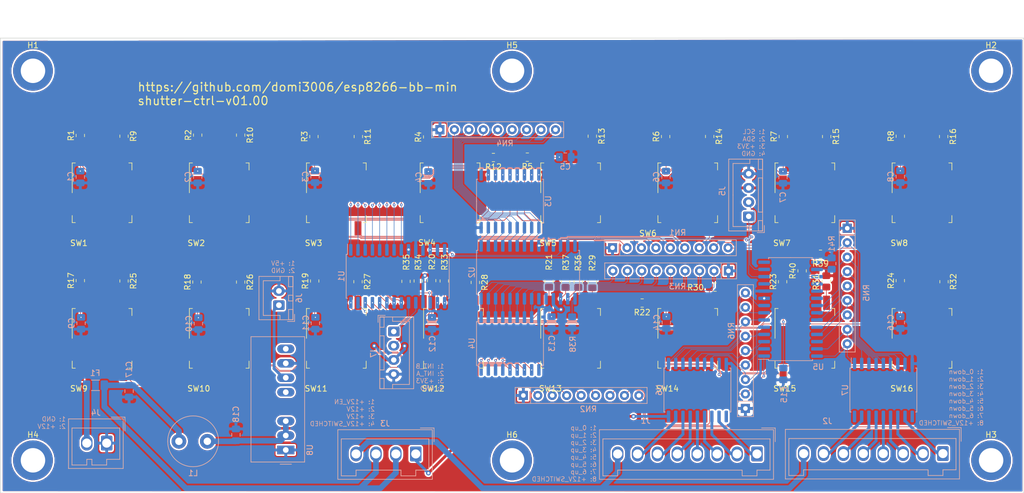
<source format=kicad_pcb>
(kicad_pcb (version 20171130) (host pcbnew 5.1.8-db9833491~88~ubuntu20.04.1)
  (title_block (title esp8266-shutter-ctrl) (rev shutter-ctrl-v01.00))
  (layers (0 Front signal) (31 Back signal) (34 B.Paste user) (35 F.Paste user) (36 B.SilkS user) (37 F.SilkS user) (38 B.Mask user) (39 F.Mask user) (44 Edge.Cuts user))
  (net 0 "")
  (net 1 GND)
  (net 2 /buttons/shutter_0_up_sw)
  (net 3 /buttons/shutter_1_up_sw)
  (net 4 /buttons/shutter_2_up_sw)
  (net 5 /buttons/shutter_3_up_sw)
  (net 6 /buttons/shutter_4_up_sw)
  (net 7 /buttons/shutter_5_up_sw)
  (net 8 /buttons/shutter_6_up_sw)
  (net 9 /buttons/shutter_7_up_sw)
  (net 10 /buttons/shutter_0_dn_sw)
  (net 11 /buttons/shutter_1_dn_sw)
  (net 12 /buttons/shutter_2_dn_sw)
  (net 13 /buttons/shutter_3_dn_sw)
  (net 14 /buttons/shutter_4_dn_sw)
  (net 15 /buttons/shutter_5_dn_sw)
  (net 16 /buttons/shutter_6_dn_sw)
  (net 17 /buttons/shutter_7_dn_sw)
  (net 18 +12V)
  (net 19 "Net-(C18-Pad1)")
  (net 20 +3V3)
  (net 21 SDA)
  (net 22 SCL)
  (net 23 +5V)
  (net 24 /buttons/shutter_button_int_a)
  (net 25 /buttons/shutter_button_int_b)
  (net 26 "Net-(R9-Pad2)")
  (net 27 "Net-(R10-Pad2)")
  (net 28 "Net-(R11-Pad2)")
  (net 29 "Net-(R12-Pad2)")
  (net 30 "Net-(R13-Pad2)")
  (net 31 "Net-(R14-Pad2)")
  (net 32 "Net-(R15-Pad2)")
  (net 33 "Net-(R16-Pad2)")
  (net 34 "Net-(R25-Pad2)")
  (net 35 "Net-(R26-Pad2)")
  (net 36 "Net-(R27-Pad2)")
  (net 37 "Net-(R28-Pad2)")
  (net 38 "Net-(R29-Pad2)")
  (net 39 "Net-(R30-Pad2)")
  (net 40 "Net-(R31-Pad2)")
  (net 41 "Net-(R32-Pad2)")
  (net 42 "Net-(R33-Pad1)")
  (net 43 "Net-(R34-Pad1)")
  (net 44 "Net-(R35-Pad1)")
  (net 45 "Net-(R36-Pad1)")
  (net 46 "Net-(R37-Pad1)")
  (net 47 "Net-(R38-Pad2)")
  (net 48 "Net-(R39-Pad2)")
  (net 49 "Net-(R40-Pad1)")
  (net 50 "Net-(R41-Pad2)")
  (net 51 "Net-(RN1-Pad9)")
  (net 52 "Net-(RN1-Pad8)")
  (net 53 "Net-(RN1-Pad7)")
  (net 54 "Net-(RN1-Pad6)")
  (net 55 "Net-(RN1-Pad5)")
  (net 56 "Net-(RN1-Pad4)")
  (net 57 "Net-(RN1-Pad3)")
  (net 58 "Net-(RN1-Pad2)")
  (net 59 "Net-(RN2-Pad9)")
  (net 60 "Net-(RN2-Pad8)")
  (net 61 "Net-(RN2-Pad7)")
  (net 62 "Net-(RN2-Pad6)")
  (net 63 "Net-(RN2-Pad5)")
  (net 64 "Net-(RN2-Pad4)")
  (net 65 "Net-(RN2-Pad3)")
  (net 66 "Net-(RN2-Pad2)")
  (net 67 "Net-(RN3-Pad9)")
  (net 68 "Net-(RN3-Pad8)")
  (net 69 "Net-(RN3-Pad7)")
  (net 70 "Net-(RN3-Pad6)")
  (net 71 "Net-(RN3-Pad5)")
  (net 72 "Net-(RN3-Pad4)")
  (net 73 "Net-(RN3-Pad3)")
  (net 74 "Net-(RN3-Pad2)")
  (net 75 "Net-(RN4-Pad9)")
  (net 76 "Net-(RN4-Pad8)")
  (net 77 "Net-(RN4-Pad7)")
  (net 78 "Net-(RN4-Pad6)")
  (net 79 "Net-(RN4-Pad5)")
  (net 80 "Net-(RN4-Pad4)")
  (net 81 "Net-(RN4-Pad3)")
  (net 82 "Net-(RN4-Pad2)")
  (net 83 "Net-(RN5-Pad9)")
  (net 84 "Net-(RN5-Pad8)")
  (net 85 "Net-(RN5-Pad7)")
  (net 86 "Net-(RN5-Pad6)")
  (net 87 "Net-(RN5-Pad5)")
  (net 88 "Net-(RN5-Pad4)")
  (net 89 "Net-(RN5-Pad3)")
  (net 90 "Net-(RN5-Pad2)")
  (net 91 "Net-(RN6-Pad9)")
  (net 92 "Net-(RN6-Pad8)")
  (net 93 "Net-(RN6-Pad7)")
  (net 94 "Net-(RN6-Pad6)")
  (net 95 "Net-(RN6-Pad5)")
  (net 96 "Net-(RN6-Pad4)")
  (net 97 "Net-(RN6-Pad3)")
  (net 98 "Net-(RN6-Pad2)")
  (net 99 /buttons/shutter_0_up_led)
  (net 100 /buttons/shutter_1_up_led)
  (net 101 /buttons/shutter_2_up_led)
  (net 102 /buttons/shutter_3_up_led)
  (net 103 /buttons/shutter_4_up_led)
  (net 104 /buttons/shutter_5_up_led)
  (net 105 /buttons/shutter_6_up_led)
  (net 106 /buttons/shutter_7_up_led)
  (net 107 /buttons/shutter_0_dn_led)
  (net 108 /buttons/shutter_1_dn_led)
  (net 109 /buttons/shutter_2_dn_led)
  (net 110 /buttons/shutter_3_dn_led)
  (net 111 /buttons/shutter_4_dn_led)
  (net 112 /buttons/shutter_5_dn_led)
  (net 113 /buttons/shutter_6_dn_led)
  (net 114 /buttons/shutter_7_dn_led)
  (net 115 "Net-(U1-Pad14)")
  (net 116 "Net-(U1-Pad11)")
  (net 117 "Net-(U2-Pad20)")
  (net 118 "Net-(U2-Pad19)")
  (net 119 "Net-(U2-Pad14)")
  (net 120 "Net-(U2-Pad11)")
  (net 121 "Net-(U3-Pad10)")
  (net 122 "Net-(U4-Pad10)")
  (net 123 "Net-(U5-Pad20)")
  (net 124 "Net-(U5-Pad19)")
  (net 125 "Net-(U5-Pad14)")
  (net 126 "Net-(U5-Pad11)")
  (net 127 /connectors/shutter_0_up_out)
  (net 128 /connectors/shutter_1_up_out)
  (net 129 /connectors/shutter_2_up_out)
  (net 130 /connectors/shutter_3_up_out)
  (net 131 /connectors/shutter_4_up_out)
  (net 132 /connectors/shutter_5_up_out)
  (net 133 /connectors/shutter_6_up_out)
  (net 134 /connectors/shutter_en_+12V)
  (net 135 "Net-(U6-Pad10)")
  (net 136 /connectors/shutter_0_dn_out)
  (net 137 /connectors/shutter_1_dn_out)
  (net 138 /connectors/shutter_2_dn_out)
  (net 139 /connectors/shutter_3_dn_out)
  (net 140 /connectors/shutter_4_dn_out)
  (net 141 /connectors/shutter_5_dn_out)
  (net 142 /connectors/shutter_6_dn_out)
  (net 143 "Net-(U7-Pad10)")
  (net 144 "Net-(U8-Pad8)")
  (net 145 "Net-(U8-Pad5)")
  (net 146 /connectors/+12V_SWITCHED)
  (net 147 "Net-(U7-Pad18)")
  (net 148 "Net-(F1-Pad1)")
  (module Symbol:OSHW-Logo2_14.6x12mm_Copper (layer Front) (at 106.3625 76.708)
    (fp_text reference REF** hide)
    (fp_text value OSHW-Logo2_14.6x12mm_Copper hide)
    (fp_poly (pts (xy 0.209014 -5.547002) (xy 0.367006 -5.546137) (xy 0.481347 -5.543795) (xy 0.559407 -5.539238) (xy 0.608554 -5.53173) (xy 0.636159 -5.520534) (xy 0.649592 -5.504912) (xy 0.656221 -5.484127) (xy 0.656865 -5.481437) (xy 0.666935 -5.432887) (xy 0.685575 -5.337095) (xy 0.710845 -5.204257) (xy 0.740807 -5.044569) (xy 0.773522 -4.868226) (xy 0.774664 -4.862033) (xy 0.807433 -4.689218) (xy 0.838093 -4.536531) (xy 0.864664 -4.413129) (xy 0.885167 -4.328169) (xy 0.897626 -4.29081) (xy 0.89822 -4.290148) (xy 0.934919 -4.271905) (xy 1.010586 -4.241503) (xy 1.108878 -4.205507) (xy 1.109425 -4.205315) (xy 1.233233 -4.158778) (xy 1.379196 -4.099496) (xy 1.516781 -4.039891) (xy 1.523293 -4.036944) (xy 1.74739 -3.935235) (xy 2.243619 -4.274103) (xy 2.395846 -4.377408) (xy 2.533741 -4.469763) (xy 2.649315 -4.545916) (xy 2.734579 -4.600615) (xy 2.781544 -4.628607) (xy 2.786004 -4.630683) (xy 2.820134 -4.62144) (xy 2.883881 -4.576844) (xy 2.979731 -4.494791) (xy 3.110169 -4.373179) (xy 3.243328 -4.243795) (xy 3.371694 -4.116298) (xy 3.486581 -3.999954) (xy 3.581073 -3.901948) (xy 3.648253 -3.829464) (xy 3.681206 -3.789687) (xy 3.682432 -3.787639) (xy 3.686074 -3.760344) (xy 3.67235 -3.715766) (xy 3.637869 -3.647888) (xy 3.579239 -3.550689) (xy 3.49307 -3.418149) (xy 3.3782 -3.247524) (xy 3.276254 -3.097345) (xy 3.185123 -2.96265) (xy 3.110073 -2.85126) (xy 3.056369 -2.770995) (xy 3.02928 -2.729675) (xy 3.027574 -2.72687) (xy 3.030882 -2.687279) (xy 3.055953 -2.610331) (xy 3.097798 -2.510568) (xy 3.112712 -2.478709) (xy 3.177786 -2.336774) (xy 3.247212 -2.175727) (xy 3.303609 -2.036379) (xy 3.344247 -1.932956) (xy 3.376526 -1.854358) (xy 3.395178 -1.81328) (xy 3.397497 -1.810115) (xy 3.431803 -1.804872) (xy 3.512669 -1.790506) (xy 3.629343 -1.769063) (xy 3.771075 -1.742587) (xy 3.92711 -1.713123) (xy 4.086698 -1.682717) (xy 4.239085 -1.653412) (xy 4.373521 -1.627255) (xy 4.479252 -1.60629) (xy 4.545526 -1.592561) (xy 4.561782 -1.58868) (xy 4.578573 -1.5791) (xy 4.591249 -1.557464) (xy 4.600378 -1.516469) (xy 4.606531 -1.448811) (xy 4.61028 -1.347188) (xy 4.612192 -1.204297) (xy 4.61284 -1.012835) (xy 4.612874 -0.934355) (xy 4.612874 -0.296094) (xy 4.459598 -0.26584) (xy 4.374322 -0.249436) (xy 4.24707 -0.225491) (xy 4.093315 -0.196893) (xy 3.928534 -0.166533) (xy 3.882989 -0.158194) (xy 3.730932 -0.12863) (xy 3.598468 -0.099558) (xy 3.496714 -0.073671) (xy 3.436788 -0.053663) (xy 3.426805 -0.047699) (xy 3.402293 -0.005466) (xy 3.367148 0.07637) (xy 3.328173 0.181683) (xy 3.320442 0.204368) (xy 3.26936 0.345018) (xy 3.205954 0.503714) (xy 3.143904 0.646225) (xy 3.143598 0.646886) (xy 3.040267 0.87044) (xy 3.719961 1.870232) (xy 3.283621 2.3073) (xy 3.151649 2.437381) (xy 3.031279 2.552048) (xy 2.929273 2.645181) (xy 2.852391 2.710658) (xy 2.807393 2.742357) (xy 2.800938 2.744368) (xy 2.76304 2.728529) (xy 2.685708 2.684496) (xy 2.577389 2.61749) (xy 2.446532 2.532734) (xy 2.305052 2.437816) (xy 2.161461 2.340998) (xy 2.033435 2.256751) (xy 1.929105 2.190258) (xy 1.8566 2.146702) (xy 1.824158 2.131264) (xy 1.784576 2.144328) (xy 1.709519 2.17875) (xy 1.614468 2.22738) (xy 1.604392 2.232785) (xy 1.476391 2.29698) (xy 1.388618 2.328463) (xy 1.334028 2.328798) (xy 1.305575 2.299548) (xy 1.30541 2.299138) (xy 1.291188 2.264498) (xy 1.257269 2.182269) (xy 1.206284 2.058814) (xy 1.140862 1.900498) (xy 1.063634 1.713686) (xy 0.977229 1.504742) (xy 0.893551 1.302446) (xy 0.801588 1.0792) (xy 0.71715 0.872392) (xy 0.642769 0.688362) (xy 0.580974 0.533451) (xy 0.534297 0.413996) (xy 0.505268 0.336339) (xy 0.496322 0.307356) (xy 0.518756 0.27411) (xy 0.577439 0.221123) (xy 0.655689 0.162704) (xy 0.878534 -0.022048) (xy 1.052718 -0.233818) (xy 1.176154 -0.468144) (xy 1.246754 -0.720566) (xy 1.262431 -0.986623) (xy 1.251036 -1.109425) (xy 1.18895 -1.364207) (xy 1.082023 -1.589199) (xy 0.936889 -1.782183) (xy 0.760178 -1.940939) (xy 0.558522 -2.06325) (xy 0.338554 -2.146895) (xy 0.106906 -2.189656) (xy -0.129791 -2.189313) (xy -0.364905 -2.143648) (xy -0.591804 -2.050441) (xy -0.803856 -1.907473) (xy -0.892364 -1.826617) (xy -1.062111 -1.618993) (xy -1.180301 -1.392105) (xy -1.247722 -1.152567) (xy -1.26516 -0.906993) (xy -1.233402 -0.661997) (xy -1.153235 -0.424192) (xy -1.025445 -0.200193) (xy -0.85082 0.003387) (xy -0.655688 0.162704) (xy -0.574409 0.223602) (xy -0.516991 0.276015) (xy -0.496322 0.307406) (xy -0.507144 0.341639) (xy -0.537923 0.423419) (xy -0.586126 0.546407) (xy -0.649222 0.704263) (xy -0.724678 0.890649) (xy -0.809962 1.099226) (xy -0.893781 1.302496) (xy -0.986255 1.525933) (xy -1.071911 1.732984) (xy -1.148118 1.917286) (xy -1.212247 2.072475) (xy -1.261668 2.192188) (xy -1.293752 2.270061) (xy -1.305641 2.299138) (xy -1.333726 2.328677) (xy -1.388051 2.328591) (xy -1.475605 2.297326) (xy -1.603381 2.233329) (xy -1.604392 2.232785) (xy -1.700598 2.183121) (xy -1.778369 2.146945) (xy -1.822223 2.131408) (xy -1.824158 2.131264) (xy -1.857171 2.147024) (xy -1.930054 2.19085) (xy -2.034678 2.257557) (xy -2.16291 2.341964) (xy -2.305052 2.437816) (xy -2.449767 2.534867) (xy -2.580196 2.61927) (xy -2.68789 2.685801) (xy -2.764402 2.729238) (xy -2.800938 2.744368) (xy -2.834582 2.724482) (xy -2.902224 2.668903) (xy -2.997107 2.583754) (xy -3.11247 2.475153) (xy -3.241555 2.349221) (xy -3.283771 2.307149) (xy -3.720261 1.869931) (xy -3.388023 1.38234) (xy -3.287054 1.232605) (xy -3.198438 1.09822) (xy -3.127146 0.986969) (xy -3.07815 0.906639) (xy -3.056422 0.865014) (xy -3.055785 0.862053) (xy -3.06724 0.822818) (xy -3.098051 0.743895) (xy -3.142884 0.638509) (xy -3.174353 0.567954) (xy -3.233192 0.432876) (xy -3.288604 0.296409) (xy -3.331564 0.181103) (xy -3.343234 0.145977) (xy -3.376389 0.052174) (xy -3.408799 -0.020306) (xy -3.426601 -0.047699) (xy -3.465886 -0.064464) (xy -3.551626 -0.08823) (xy -3.672697 -0.116303) (xy -3.817973 -0.145991) (xy -3.882988 -0.158194) (xy -4.048087 -0.188532) (xy -4.206448 -0.217907) (xy -4.342596 -0.243431) (xy -4.441057 -0.262215) (xy -4.459598 -0.26584) (xy -4.612873 -0.296094) (xy -4.612873 -0.934355) (xy -4.612529 -1.14423) (xy -4.611116 -1.30302) (xy -4.608064 -1.418027) (xy -4.602803 -1.496554) (xy -4.594763 -1.545904) (xy -4.583373 -1.573381) (xy -4.568063 -1.586287) (xy -4.561782 -1.58868) (xy -4.523896 -1.597167) (xy -4.440195 -1.6141) (xy -4.321433 -1.637434) (xy -4.178361 -1.665125) (xy -4.021732 -1.695127) (xy -3.862297 -1.725396) (xy -3.710809 -1.753885) (xy -3.578019 -1.778551) (xy -3.474681 -1.797349) (xy -3.411545 -1.808233) (xy -3.397497 -1.810115) (xy -3.38477 -1.835296) (xy -3.3566 -1.902378) (xy -3.318252 -1.998667) (xy -3.303609 -2.036379) (xy -3.244548 -2.182079) (xy -3.175 -2.343049) (xy -3.112712 -2.478709) (xy -3.066879 -2.582439) (xy -3.036387 -2.667674) (xy -3.026208 -2.719874) (xy -3.027831 -2.72687) (xy -3.049343 -2.759898) (xy -3.098465 -2.833357) (xy -3.169923 -2.939423) (xy -3.258445 -3.070274) (xy -3.358759 -3.218088) (xy -3.378594 -3.247266) (xy -3.494988 -3.420137) (xy -3.580548 -3.551774) (xy -3.638684 -3.648239) (xy -3.672808 -3.715592) (xy -3.686331 -3.759894) (xy -3.682664 -3.787206) (xy -3.68257 -3.78738) (xy -3.653707 -3.823254) (xy -3.589867 -3.892609) (xy -3.497969 -3.988255) (xy -3.384933 -4.103001) (xy -3.257679 -4.229659) (xy -3.243328 -4.243795) (xy -3.082957 -4.399097) (xy -2.959195 -4.51313) (xy -2.869555 -4.587998) (xy -2.811552 -4.625804) (xy -2.786004 -4.630683) (xy -2.748718 -4.609397) (xy -2.671343 -4.560227) (xy -2.561867 -4.488425) (xy -2.42828 -4.399245) (xy -2.27857 -4.297937) (xy -2.243618 -4.274103) (xy -1.74739 -3.935235) (xy -1.523293 -4.036944) (xy -1.387011 -4.096217) (xy -1.240724 -4.15583) (xy -1.114965 -4.20336) (xy -1.109425 -4.205315) (xy -1.011057 -4.241323) (xy -0.935229 -4.271771) (xy -0.898282 -4.290095) (xy -0.89822 -4.290148) (xy -0.886496 -4.323271) (xy -0.866568 -4.404733) (xy -0.840413 -4.525375) (xy -0.81001 -4.676041) (xy -0.777337 -4.847572) (xy -0.774664 -4.862033) (xy -0.74189 -5.038765) (xy -0.711802 -5.19919) (xy -0.686339 -5.333112) (xy -0.667441 -5.430337) (xy -0.657047 -5.480668) (xy -0.656865 -5.481437) (xy -0.650539 -5.502847) (xy -0.638239 -5.519012) (xy -0.612594 -5.530669) (xy -0.566235 -5.538555) (xy -0.491792 -5.543407) (xy -0.381895 -5.545961) (xy -0.229175 -5.546955) (xy -0.026262 -5.547126) (xy 0 -5.547126) (xy 0.209014 -5.547002)) (layer Front) (width 0.01))
    (fp_poly (pts (xy 6.343439 3.95654) (xy 6.45895 4.032034) (xy 6.514664 4.099617) (xy 6.558804 4.222255) (xy 6.562309 4.319298) (xy 6.554368 4.449056) (xy 6.255115 4.580039) (xy 6.109611 4.646958) (xy 6.014537 4.70079) (xy 5.965101 4.747416) (xy 5.956511 4.79272) (xy 5.983972 4.842582) (xy 6.014253 4.875632) (xy 6.102363 4.928633) (xy 6.198196 4.932347) (xy 6.286212 4.891041) (xy 6.350869 4.808983) (xy 6.362433 4.780008) (xy 6.417825 4.689509) (xy 6.481553 4.65094) (xy 6.568966 4.617946) (xy 6.568966 4.743034) (xy 6.561238 4.828156) (xy 6.530966 4.899938) (xy 6.467518 4.982356) (xy 6.458088 4.993066) (xy 6.387513 5.066391) (xy 6.326847 5.105742) (xy 6.25095 5.123845) (xy 6.18803 5.129774) (xy 6.075487 5.131251) (xy 5.99537 5.112535) (xy 5.94539 5.084747) (xy 5.866838 5.023641) (xy 5.812463 4.957554) (xy 5.778052 4.874441) (xy 5.759388 4.762254) (xy 5.752256 4.608946) (xy 5.751687 4.531136) (xy 5.753622 4.437853) (xy 5.929899 4.437853) (xy 5.931944 4.487896) (xy 5.937039 4.496092) (xy 5.970666 4.484958) (xy 6.04303 4.455493) (xy 6.139747 4.413601) (xy 6.159973 4.404597) (xy 6.282203 4.342442) (xy 6.349547 4.287815) (xy 6.364348 4.236649) (xy 6.328947 4.184876) (xy 6.299711 4.162) (xy 6.194216 4.11625) (xy 6.095476 4.123808) (xy 6.012812 4.179651) (xy 5.955548 4.278753) (xy 5.937188 4.357414) (xy 5.929899 4.437853) (xy 5.753622 4.437853) (xy 5.755459 4.349351) (xy 5.769359 4.214853) (xy 5.796894 4.116916) (xy 5.841572 4.044811) (xy 5.906901 3.987813) (xy 5.935383 3.969393) (xy 6.064763 3.921422) (xy 6.206412 3.918403) (xy 6.343439 3.95654)) (layer Front) (width 0.01))
    (fp_poly (pts (xy 5.33569 3.940018) (xy 5.370585 3.955269) (xy 5.453877 4.021235) (xy 5.525103 4.116618) (xy 5.569153 4.218406) (xy 5.576322 4.268587) (xy 5.552285 4.338647) (xy 5.499561 4.375717) (xy 5.443031 4.398164) (xy 5.417146 4.4023) (xy 5.404542 4.372283) (xy 5.379654 4.306961) (xy 5.368735 4.277445) (xy 5.307508 4.175348) (xy 5.218861 4.124423) (xy 5.105193 4.125989) (xy 5.096774 4.127994) (xy 5.036088 4.156767) (xy 4.991474 4.212859) (xy 4.961002 4.303163) (xy 4.942744 4.434571) (xy 4.934771 4.613974) (xy 4.934023 4.709433) (xy 4.933652 4.859913) (xy 4.931223 4.962495) (xy 4.92476 5.027672) (xy 4.912288 5.065938) (xy 4.891833 5.087785) (xy 4.861419 5.103707) (xy 4.859661 5.104509) (xy 4.801091 5.129272) (xy 4.772075 5.138391) (xy 4.767616 5.110822) (xy 4.763799 5.03462) (xy 4.760899 4.919541) (xy 4.759191 4.775341) (xy 4.758851 4.669814) (xy 4.760588 4.465613) (xy 4.767382 4.310697) (xy 4.781607 4.196024) (xy 4.805638 4.112551) (xy 4.841848 4.051236) (xy 4.892612 4.003034) (xy 4.942739 3.969393) (xy 5.063275 3.924619) (xy 5.203557 3.914521) (xy 5.33569 3.940018)) (layer Front) (width 0.01))
    (fp_poly (pts (xy 4.314406 3.935156) (xy 4.398469 3.973393) (xy 4.46445 4.019726) (xy 4.512794 4.071532) (xy 4.546172 4.138363) (xy 4.567253 4.229769) (xy 4.578707 4.355301) (xy 4.583203 4.524508) (xy 4.583678 4.635933) (xy 4.583678 5.070627) (xy 4.509316 5.104509) (xy 4.450746 5.129272) (xy 4.42173 5.138391) (xy 4.416179 5.111257) (xy 4.411775 5.038094) (xy 4.409078 4.931263) (xy 4.408506 4.846437) (xy 4.406046 4.723887) (xy 4.399412 4.626668) (xy 4.389726 4.567134) (xy 4.382032 4.554483) (xy 4.330311 4.567402) (xy 4.249117 4.600539) (xy 4.155102 4.645461) (xy 4.064917 4.693735) (xy 3.995215 4.736928) (xy 3.962648 4.766608) (xy 3.962519 4.766929) (xy 3.96532 4.821857) (xy 3.990439 4.874292) (xy 4.034541 4.916881) (xy 4.098909 4.931126) (xy 4.153921 4.929466) (xy 4.231835 4.928245) (xy 4.272732 4.946498) (xy 4.297295 4.994726) (xy 4.300392 5.00382) (xy 4.31104 5.072598) (xy 4.282565 5.11436) (xy 4.208344 5.134263) (xy 4.128168 5.137944) (xy 3.98389 5.110658) (xy 3.909203 5.07169) (xy 3.816963 4.980148) (xy 3.768043 4.867782) (xy 3.763654 4.749051) (xy 3.805001 4.638411) (xy 3.867197 4.56908) (xy 3.929294 4.530265) (xy 4.026895 4.481125) (xy 4.140632 4.431292) (xy 4.15959 4.423677) (xy 4.284521 4.368545) (xy 4.356539 4.319954) (xy 4.3797 4.271647) (xy 4.358064 4.21737) (xy 4.32092 4.174943) (xy 4.233127 4.122702) (xy 4.13653 4.118784) (xy 4.047944 4.159041) (xy 3.984186 4.239326) (xy 3.975817 4.26004) (xy 3.927096 4.336225) (xy 3.855965 4.392785) (xy 3.766207 4.439201) (xy 3.766207 4.307584) (xy 3.77149 4.227168) (xy 3.794142 4.163786) (xy 3.844367 4.096163) (xy 3.892582 4.044076) (xy 3.967554 3.970322) (xy 4.025806 3.930702) (xy 4.088372 3.91481) (xy 4.159193 3.912184) (xy 4.314406 3.935156)) (layer Front) (width 0.01))
    (fp_poly (pts (xy 3.580124 3.93984) (xy 3.584579 4.016653) (xy 3.588071 4.133391) (xy 3.590315 4.280821) (xy 3.591035 4.435455) (xy 3.591035 4.958727) (xy 3.498645 5.051117) (xy 3.434978 5.108047) (xy 3.379089 5.131107) (xy 3.302702 5.129647) (xy 3.27238 5.125934) (xy 3.17761 5.115126) (xy 3.099222 5.108933) (xy 3.080115 5.108361) (xy 3.015699 5.112102) (xy 2.923571 5.121494) (xy 2.88785 5.125934) (xy 2.800114 5.132801) (xy 2.741153 5.117885) (xy 2.68269 5.071835) (xy 2.661585 5.051117) (xy 2.569195 4.958727) (xy 2.569195 3.979947) (xy 2.643558 3.946066) (xy 2.70759 3.92097) (xy 2.745052 3.912184) (xy 2.754657 3.93995) (xy 2.763635 4.01753) (xy 2.771386 4.136348) (xy 2.777314 4.287828) (xy 2.780173 4.415805) (xy 2.788161 4.919425) (xy 2.857848 4.929278) (xy 2.921229 4.922389) (xy 2.952286 4.900083) (xy 2.960967 4.858379) (xy 2.968378 4.769544) (xy 2.973931 4.644834) (xy 2.977036 4.495507) (xy 2.977484 4.418661) (xy 2.977931 3.976287) (xy 3.069874 3.944235) (xy 3.134949 3.922443) (xy 3.170347 3.912281) (xy 3.171368 3.912184) (xy 3.17492 3.939809) (xy 3.178823 4.016411) (xy 3.182751 4.132579) (xy 3.186376 4.278904) (xy 3.188908 4.415805) (xy 3.196897 4.919425) (xy 3.372069 4.919425) (xy 3.380107 4.459965) (xy 3.388146 4.000505) (xy 3.473543 3.956344) (xy 3.536593 3.926019) (xy 3.57391 3.912258) (xy 3.574987 3.912184) (xy 3.580124 3.93984)) (layer Front) (width 0.01))
    (fp_poly (pts (xy 2.393914 4.154455) (xy 2.393543 4.372661) (xy 2.392108 4.540519) (xy 2.389002 4.66607) (xy 2.383622 4.757355) (xy 2.375362 4.822415) (xy 2.363616 4.869291) (xy 2.347781 4.906024) (xy 2.33579 4.926991) (xy 2.23649 5.040694) (xy 2.110588 5.111965) (xy 1.971291 5.137538) (xy 1.831805 5.11415) (xy 1.748743 5.072119) (xy 1.661545 4.999411) (xy 1.602117 4.910612) (xy 1.566261 4.79432) (xy 1.549781 4.639135) (xy 1.547447 4.525287) (xy 1.547761 4.517106) (xy 1.751724 4.517106) (xy 1.75297 4.647657) (xy 1.758678 4.73408) (xy 1.771804 4.790618) (xy 1.795306 4.831514) (xy 1.823386 4.862362) (xy 1.917688 4.921905) (xy 2.01894 4.926992) (xy 2.114636 4.877279) (xy 2.122084 4.870543) (xy 2.153874 4.835502) (xy 2.173808 4.793811) (xy 2.1846 4.731762) (xy 2.188965 4.635644) (xy 2.189655 4.529379) (xy 2.188159 4.39588) (xy 2.181964 4.306822) (xy 2.168514 4.248293) (xy 2.145251 4.206382) (xy 2.126175 4.184123) (xy 2.037563 4.127985) (xy 1.935508 4.121235) (xy 1.838095 4.164114) (xy 1.819296 4.180032) (xy 1.787293 4.215382) (xy 1.767318 4.257502) (xy 1.756593 4.320251) (xy 1.752339 4.417487) (xy 1.751724 4.517106) (xy 1.547761 4.517106) (xy 1.554504 4.341947) (xy 1.578472 4.204195) (xy 1.623548 4.100632) (xy 1.693928 4.019856) (xy 1.748743 3.978455) (xy 1.848376 3.933728) (xy 1.963855 3.912967) (xy 2.071199 3.918525) (xy 2.131264 3.940943) (xy 2.154835 3.947323) (xy 2.170477 3.923535) (xy 2.181395 3.859788) (xy 2.189655 3.762687) (xy 2.198699 3.654541) (xy 2.211261 3.589475) (xy 2.234119 3.552268) (xy 2.274051 3.527699) (xy 2.299138 3.516819) (xy 2.394023 3.477072) (xy 2.393914 4.154455)) (layer Front) (width 0.01))
    (fp_poly (pts (xy 1.065943 3.92192) (xy 1.198565 3.970859) (xy 1.30601 4.057419) (xy 1.348032 4.118352) (xy 1.393843 4.230161) (xy 1.392891 4.311006) (xy 1.344808 4.365378) (xy 1.327017 4.374624) (xy 1.250204 4.40345) (xy 1.210976 4.396065) (xy 1.197689 4.347658) (xy 1.197012 4.32092) (xy 1.172686 4.222548) (xy 1.109281 4.153734) (xy 1.021154 4.120498) (xy 0.922663 4.128861) (xy 0.842602 4.172296) (xy 0.815561 4.197072) (xy 0.796394 4.227129) (xy 0.783446 4.272565) (xy 0.775064 4.343476) (xy 0.769593 4.44996) (xy 0.765378 4.602112) (xy 0.764287 4.650287) (xy 0.760307 4.815095) (xy 0.755781 4.931088) (xy 0.748995 5.007833) (xy 0.738231 5.054893) (xy 0.721773 5.081835) (xy 0.697906 5.098223) (xy 0.682626 5.105463) (xy 0.617733 5.13022) (xy 0.579534 5.138391) (xy 0.566912 5.111103) (xy 0.559208 5.028603) (xy 0.55638 4.889941) (xy 0.558386 4.694162) (xy 0.559011 4.663965) (xy 0.563421 4.485349) (xy 0.568635 4.354923) (xy 0.576055 4.262492) (xy 0.587082 4.197858) (xy 0.603117 4.150825) (xy 0.625561 4.111196) (xy 0.637302 4.094215) (xy 0.704619 4.01908) (xy 0.77991 3.960638) (xy 0.789128 3.955536) (xy 0.924133 3.91526) (xy 1.065943 3.92192)) (layer Front) (width 0.01))
    (fp_poly (pts (xy 0.079944 3.92436) (xy 0.194343 3.966842) (xy 0.195652 3.967658) (xy 0.266403 4.01973) (xy 0.318636 4.080584) (xy 0.355371 4.159887) (xy 0.379634 4.267309) (xy 0.394445 4.412517) (xy 0.402829 4.605179) (xy 0.403564 4.632628) (xy 0.41412 5.046521) (xy 0.325291 5.092456) (xy 0.261018 5.123498) (xy 0.22221 5.138206) (xy 0.220415 5.138391) (xy 0.2137 5.11125) (xy 0.208365 5.038041) (xy 0.205083 4.931081) (xy 0.204368 4.844469) (xy 0.204351 4.704162) (xy 0.197937 4.616051) (xy 0.17558 4.574025) (xy 0.127732 4.571975) (xy 0.044849 4.60379) (xy -0.080287 4.662272) (xy -0.172303 4.710845) (xy -0.219629 4.752986) (xy -0.233542 4.798916) (xy -0.233563 4.801189) (xy -0.210605 4.880311) (xy -0.14263 4.923055) (xy -0.038602 4.929246) (xy 0.03633 4.928172) (xy 0.075839 4.949753) (xy 0.100478 5.001591) (xy 0.114659 5.067632) (xy 0.094223 5.105104) (xy 0.086528 5.110467) (xy 0.014083 5.132006) (xy -0.087367 5.135055) (xy -0.191843 5.120778) (xy -0.265875 5.094688) (xy -0.368228 5.007785) (xy -0.426409 4.886816) (xy -0.437931 4.792308) (xy -0.429138 4.707062) (xy -0.39732 4.637476) (xy -0.334316 4.575672) (xy -0.231969 4.513772) (xy -0.082118 4.443897) (xy -0.072988 4.439948) (xy 0.061997 4.377588) (xy 0.145294 4.326446) (xy 0.180997 4.280488) (xy 0.173203 4.233683) (xy 0.126007 4.179998) (xy 0.111894 4.167644) (xy 0.017359 4.119741) (xy -0.080594 4.121758) (xy -0.165903 4.168724) (xy -0.222504 4.255669) (xy -0.227763 4.272734) (xy -0.278977 4.355504) (xy -0.343963 4.395372) (xy -0.437931 4.434882) (xy -0.437931 4.332658) (xy -0.409347 4.184072) (xy -0.324505 4.047784) (xy -0.280355 4.002191) (xy -0.179995 3.943674) (xy -0.052365 3.917184) (xy 0.079944 3.92436)) (layer Front) (width 0.01))
    (fp_poly (pts (xy -1.255402 3.723857) (xy -1.246846 3.843188) (xy -1.237019 3.913506) (xy -1.223401 3.944179) (xy -1.203473 3.944571) (xy -1.197011 3.94091) (xy -1.11106 3.914398) (xy -0.999255 3.915946) (xy -0.885586 3.943199) (xy -0.81449 3.978455) (xy -0.741595 4.034778) (xy -0.688307 4.098519) (xy -0.651725 4.17951) (xy -0.62895 4.287586) (xy -0.617081 4.43258) (xy -0.613218 4.624326) (xy -0.613149 4.661109) (xy -0.613103 5.074288) (xy -0.705046 5.106339) (xy -0.770348 5.128144) (xy -0.806176 5.138297) (xy -0.80723 5.138391) (xy -0.810758 5.11086) (xy -0.813761 5.034923) (xy -0.81601 4.920565) (xy -0.817276 4.777769) (xy -0.817471 4.690951) (xy -0.817877 4.519773) (xy -0.819968 4.397088) (xy -0.825053 4.313) (xy -0.83444 4.257614) (xy -0.849439 4.221032) (xy -0.871358 4.193359) (xy -0.885043 4.180032) (xy -0.979051 4.126328) (xy -1.081636 4.122307) (xy -1.17471 4.167725) (xy -1.191922 4.184123) (xy -1.217168 4.214957) (xy -1.23468 4.251531) (xy -1.245858 4.304415) (xy -1.252104 4.384177) (xy -1.254818 4.501385) (xy -1.255402 4.662991) (xy -1.255402 5.074288) (xy -1.347345 5.106339) (xy -1.412647 5.128144) (xy -1.448475 5.138297) (xy -1.449529 5.138391) (xy -1.452225 5.110448) (xy -1.454655 5.03163) (xy -1.456722 4.909453) (xy -1.458329 4.751432) (xy -1.459377 4.565083) (xy -1.459769 4.35792) (xy -1.45977 4.348706) (xy -1.45977 3.55902) (xy -1.364885 3.518997) (xy -1.27 3.478973) (xy -1.255402 3.723857)) (layer Front) (width 0.01))
    (fp_poly (pts (xy -3.684448 3.884676) (xy -3.569342 3.962111) (xy -3.480389 4.073949) (xy -3.427251 4.216265) (xy -3.416503 4.321015) (xy -3.417724 4.364726) (xy -3.427944 4.398194) (xy -3.456039 4.428179) (xy -3.510884 4.46144) (xy -3.601355 4.504738) (xy -3.736328 4.564833) (xy -3.737011 4.565134) (xy -3.861249 4.622037) (xy -3.963127 4.672565) (xy -4.032233 4.71128) (xy -4.058154 4.73274) (xy -4.058161 4.732913) (xy -4.035315 4.779644) (xy -3.981891 4.831154) (xy -3.920558 4.868261) (xy -3.889485 4.875632) (xy -3.804711 4.850138) (xy -3.731707 4.786291) (xy -3.696087 4.716094) (xy -3.66182 4.664343) (xy -3.594697 4.605409) (xy -3.515792 4.554496) (xy -3.446179 4.526809) (xy -3.431623 4.525287) (xy -3.415237 4.550321) (xy -3.41425 4.614311) (xy -3.426292 4.700593) (xy -3.448993 4.792501) (xy -3.479986 4.873369) (xy -3.481552 4.876509) (xy -3.574819 5.006734) (xy -3.695696 5.095311) (xy -3.832973 5.138786) (xy -3.97544 5.133706) (xy -4.111888 5.076616) (xy -4.117955 5.072602) (xy -4.22529 4.975326) (xy -4.295868 4.848409) (xy -4.334926 4.681526) (xy -4.340168 4.634639) (xy -4.349452 4.413329) (xy -4.338322 4.310124) (xy -4.058161 4.310124) (xy -4.054521 4.374503) (xy -4.034611 4.393291) (xy -3.984974 4.379235) (xy -3.906733 4.346009) (xy -3.819274 4.304359) (xy -3.817101 4.303256) (xy -3.74297 4.264265) (xy -3.713219 4.238244) (xy -3.720555 4.210965) (xy -3.751447 4.175121) (xy -3.83004 4.123251) (xy -3.914677 4.119439) (xy -3.990597 4.157189) (xy -4.043035 4.230001) (xy -4.058161 4.310124) (xy -4.338322 4.310124) (xy -4.330356 4.236261) (xy -4.281366 4.095829) (xy -4.213164 3.997447) (xy -4.090065 3.89803) (xy -3.954472 3.848711) (xy -3.816045 3.845568) (xy -3.684448 3.884676)) (layer Front) (width 0.01))
    (fp_poly (pts (xy -5.951779 3.866015) (xy -5.814939 3.937968) (xy -5.713949 4.053766) (xy -5.678075 4.128213) (xy -5.650161 4.239992) (xy -5.635871 4.381227) (xy -5.634516 4.535371) (xy -5.645405 4.685879) (xy -5.667847 4.816205) (xy -5.70115 4.909803) (xy -5.711385 4.925922) (xy -5.832618 5.046249) (xy -5.976613 5.118317) (xy -6.132861 5.139408) (xy -6.290852 5.106802) (xy -6.33482 5.087253) (xy -6.420444 5.027012) (xy -6.495592 4.947135) (xy -6.502694 4.937004) (xy -6.531561 4.888181) (xy -6.550643 4.83599) (xy -6.561916 4.767285) (xy -6.567355 4.668918) (xy -6.568938 4.527744) (xy -6.568965 4.496092) (xy -6.568893 4.486019) (xy -6.277011 4.486019) (xy -6.275313 4.619256) (xy -6.268628 4.707674) (xy -6.254575 4.764785) (xy -6.230771 4.804102) (xy -6.218621 4.817241) (xy -6.148764 4.867172) (xy -6.080941 4.864895) (xy -6.012365 4.821584) (xy -5.971465 4.775346) (xy -5.947242 4.707857) (xy -5.933639 4.601433) (xy -5.932706 4.58902) (xy -5.930384 4.396147) (xy -5.95465 4.2529) (xy -6.005176 4.16016) (xy -6.081632 4.118807) (xy -6.108924 4.116552) (xy -6.180589 4.127893) (xy -6.22961 4.167184) (xy -6.259582 4.242326) (xy -6.274101 4.361222) (xy -6.277011 4.486019) (xy -6.568893 4.486019) (xy -6.567878 4.345659) (xy -6.563312 4.240549) (xy -6.553312 4.167714) (xy -6.535921 4.114108) (xy -6.509184 4.066681) (xy -6.503276 4.057864) (xy -6.403968 3.939007) (xy -6.295758 3.870008) (xy -6.164019 3.842619) (xy -6.119283 3.841281) (xy -5.951779 3.866015)) (layer Front) (width 0.01))
    (fp_poly (pts (xy -2.582571 3.877719) (xy -2.488877 3.931914) (xy -2.423736 3.985707) (xy -2.376093 4.042066) (xy -2.343272 4.110987) (xy -2.322594 4.202468) (xy -2.31138 4.326506) (xy -2.306951 4.493098) (xy -2.306437 4.612851) (xy -2.306437 5.053659) (xy -2.430517 5.109283) (xy -2.554598 5.164907) (xy -2.569195 4.682095) (xy -2.575227 4.501779) (xy -2.581555 4.370901) (xy -2.589394 4.280511) (xy -2.599963 4.221664) (xy -2.614477 4.185413) (xy -2.634152 4.16281) (xy -2.640465 4.157917) (xy -2.736112 4.119706) (xy -2.832793 4.134827) (xy -2.890345 4.174943) (xy -2.913755 4.20337) (xy -2.929961 4.240672) (xy -2.940259 4.297223) (xy -2.945951 4.383394) (xy -2.948336 4.509558) (xy -2.948736 4.641042) (xy -2.948814 4.805999) (xy -2.951639 4.922761) (xy -2.961093 5.00151) (xy -2.98106 5.052431) (xy -3.015424 5.085706) (xy -3.068068 5.11152) (xy -3.138383 5.138344) (xy -3.21518 5.167542) (xy -3.206038 4.649346) (xy -3.202357 4.462539) (xy -3.19805 4.32449) (xy -3.191877 4.225568) (xy -3.182598 4.156145) (xy -3.168973 4.10659) (xy -3.149761 4.067273) (xy -3.126598 4.032584) (xy -3.014848 3.92177) (xy -2.878487 3.857689) (xy -2.730175 3.842339) (xy -2.582571 3.877719)) (layer Front) (width 0.01))
    (fp_poly (pts (xy -4.8281 3.861903) (xy -4.71655 3.917522) (xy -4.618092 4.019931) (xy -4.590977 4.057864) (xy -4.561438 4.1075) (xy -4.542272 4.161412) (xy -4.531307 4.233364) (xy -4.526371 4.337122) (xy -4.525287 4.474101) (xy -4.530182 4.661815) (xy -4.547196 4.802758) (xy -4.579823 4.907908) (xy -4.631558 4.988243) (xy -4.705896 5.054741) (xy -4.711358 5.058678) (xy -4.78462 5.098953) (xy -4.87284 5.11888) (xy -4.985038 5.123793) (xy -5.167433 5.123793) (xy -5.167509 5.300857) (xy -5.169207 5.39947) (xy -5.17955 5.457314) (xy -5.206578 5.492006) (xy -5.258332 5.521164) (xy -5.270761 5.527121) (xy -5.328923 5.555039) (xy -5.373956 5.572672) (xy -5.407441 5.574194) (xy -5.430962 5.553781) (xy -5.4461 5.505607) (xy -5.454437 5.423846) (xy -5.457556 5.302672) (xy -5.45704 5.13626) (xy -5.454471 4.918785) (xy -5.453668 4.853736) (xy -5.450778 4.629502) (xy -5.448188 4.482821) (xy -5.167586 4.482821) (xy -5.166009 4.607326) (xy -5.159 4.688787) (xy -5.143142 4.742515) (xy -5.115019 4.783823) (xy -5.095925 4.803971) (xy -5.017865 4.862921) (xy -4.948753 4.86772) (xy -4.87744 4.819038) (xy -4.875632 4.817241) (xy -4.846617 4.779618) (xy -4.828967 4.728484) (xy -4.820064 4.649738) (xy -4.817291 4.529276) (xy -4.817241 4.502588) (xy -4.823942 4.336583) (xy -4.845752 4.221505) (xy -4.885235 4.151254) (xy -4.944956 4.119729) (xy -4.979472 4.116552) (xy -5.061389 4.13146) (xy -5.117579 4.180548) (xy -5.151402 4.270362) (xy -5.16622 4.407445) (xy -5.167586 4.482821) (xy -5.448188 4.482821) (xy -5.447713 4.455952) (xy -5.443753 4.325382) (xy -5.438174 4.230087) (xy -5.430254 4.162364) (xy -5.419269 4.114507) (xy -5.404499 4.078813) (xy -5.385218 4.047578) (xy -5.376951 4.035824) (xy -5.267288 3.924797) (xy -5.128635 3.861847) (xy -4.968246 3.844297) (xy -4.8281 3.861903)) (layer Front) (width 0.01))
  )
  (module MountingHole:MountingHole_4.3mm_M4_ISO14580_Pad (layer Front) (at 180 144.25)
    (fp_text reference H6 (at 0 -4.5) (layer F.SilkS))
    (fp_text value MountingHole)
    (pad 1 thru_hole circle (at 0 0) (size 7 7) (drill 4.3) (layers *.Cu *.Mask))
  )
  (module MountingHole:MountingHole_4.3mm_M4_ISO14580_Pad (layer Front) (at 180 75.75)
    (fp_text reference H5 (at 0 -4.5) (layer F.SilkS))
    (fp_text value MountingHole)
    (pad 1 thru_hole circle (at 0 0) (size 7 7) (drill 4.3) (layers *.Cu *.Mask))
  )
  (module Resistor_SMD:R_1206_3216Metric_Pad1.30x1.75mm_HandSolder (layer Back) (at 106.7435 131.064)
    (fp_text reference F1 (at -0.0635 -2.159) (layer B.SilkS) (effects (justify mirror)))
    (fp_text value 13.2V/0.5A)
    (pad 2 smd roundrect (at 1.55 0) (size 1.3 1.75) (layers Back B.Paste B.Mask) (roundrect_rratio 0.192308) (net 18 +12V))
    (pad 1 smd roundrect (at -1.55 0) (size 1.3 1.75) (layers Back B.Paste B.Mask) (roundrect_rratio 0.192308) (net 148 "Net-(F1-Pad1)"))
  )
  (module Package_SO:SOIC-28W_7.5x17.9mm_P1.27mm (layer Back) (at 159.893 111.887 270)
    (fp_text reference U1 (at 0 9.9 90) (layer B.SilkS) (effects (justify mirror)))
    (fp_text value MCP23017_SO)
    (pad 28 smd roundrect (at 4.65 8.255 270) (size 2.05 0.6) (layers Back B.Paste B.Mask) (net 17 /buttons/shutter_7_dn_sw))
    (pad 27 smd roundrect (at 4.65 6.985 270) (size 2.05 0.6) (layers Back B.Paste B.Mask) (net 16 /buttons/shutter_6_dn_sw))
    (pad 26 smd roundrect (at 4.65 5.715 270) (size 2.05 0.6) (layers Back B.Paste B.Mask) (net 15 /buttons/shutter_5_dn_sw))
    (pad 25 smd roundrect (at 4.65 4.445 270) (size 2.05 0.6) (layers Back B.Paste B.Mask) (net 14 /buttons/shutter_4_dn_sw))
    (pad 24 smd roundrect (at 4.65 3.175 270) (size 2.05 0.6) (layers Back B.Paste B.Mask) (net 13 /buttons/shutter_3_dn_sw))
    (pad 23 smd roundrect (at 4.65 1.905 270) (size 2.05 0.6) (layers Back B.Paste B.Mask) (net 12 /buttons/shutter_2_dn_sw))
    (pad 22 smd roundrect (at 4.65 0.635 270) (size 2.05 0.6) (layers Back B.Paste B.Mask) (net 11 /buttons/shutter_1_dn_sw))
    (pad 21 smd roundrect (at 4.65 -0.635 270) (size 2.05 0.6) (layers Back B.Paste B.Mask) (net 10 /buttons/shutter_0_dn_sw))
    (pad 20 smd roundrect (at 4.65 -1.905 270) (size 2.05 0.6) (layers Back B.Paste B.Mask) (net 25 /buttons/shutter_button_int_b))
    (pad 19 smd roundrect (at 4.65 -3.175 270) (size 2.05 0.6) (layers Back B.Paste B.Mask) (net 24 /buttons/shutter_button_int_a))
    (pad 18 smd roundrect (at 4.65 -4.445 270) (size 2.05 0.6) (layers Back B.Paste B.Mask) (net 20 +3V3))
    (pad 17 smd roundrect (at 4.65 -5.715 270) (size 2.05 0.6) (layers Back B.Paste B.Mask) (net 44 "Net-(R35-Pad1)"))
    (pad 16 smd roundrect (at 4.65 -6.985 270) (size 2.05 0.6) (layers Back B.Paste B.Mask) (net 43 "Net-(R34-Pad1)"))
    (pad 15 smd roundrect (at 4.65 -8.255 270) (size 2.05 0.6) (layers Back B.Paste B.Mask) (net 42 "Net-(R33-Pad1)"))
    (pad 14 smd roundrect (at -4.65 -8.255 270) (size 2.05 0.6) (layers Back B.Paste B.Mask) (net 115 "Net-(U1-Pad14)"))
    (pad 13 smd roundrect (at -4.65 -6.985 270) (size 2.05 0.6) (layers Back B.Paste B.Mask) (net 21 SDA))
    (pad 12 smd roundrect (at -4.65 -5.715 270) (size 2.05 0.6) (layers Back B.Paste B.Mask) (net 22 SCL))
    (pad 11 smd roundrect (at -4.65 -4.445 270) (size 2.05 0.6) (layers Back B.Paste B.Mask) (net 116 "Net-(U1-Pad11)"))
    (pad 10 smd roundrect (at -4.65 -3.175 270) (size 2.05 0.6) (layers Back B.Paste B.Mask) (net 1 GND))
    (pad 9 smd roundrect (at -4.65 -1.905 270) (size 2.05 0.6) (layers Back B.Paste B.Mask) (net 20 +3V3))
    (pad 8 smd roundrect (at -4.65 -0.635 270) (size 2.05 0.6) (layers Back B.Paste B.Mask) (net 9 /buttons/shutter_7_up_sw))
    (pad 7 smd roundrect (at -4.65 0.635 270) (size 2.05 0.6) (layers Back B.Paste B.Mask) (net 8 /buttons/shutter_6_up_sw))
    (pad 6 smd roundrect (at -4.65 1.905 270) (size 2.05 0.6) (layers Back B.Paste B.Mask) (net 7 /buttons/shutter_5_up_sw))
    (pad 5 smd roundrect (at -4.65 3.175 270) (size 2.05 0.6) (layers Back B.Paste B.Mask) (net 6 /buttons/shutter_4_up_sw))
    (pad 4 smd roundrect (at -4.65 4.445 270) (size 2.05 0.6) (layers Back B.Paste B.Mask) (net 5 /buttons/shutter_3_up_sw))
    (pad 3 smd roundrect (at -4.65 5.715 270) (size 2.05 0.6) (layers Back B.Paste B.Mask) (net 4 /buttons/shutter_2_up_sw))
    (pad 2 smd roundrect (at -4.65 6.985 270) (size 2.05 0.6) (layers Back B.Paste B.Mask) (net 3 /buttons/shutter_1_up_sw))
    (pad 1 smd roundrect (at -4.65 8.255 270) (size 2.05 0.6) (layers Back B.Paste B.Mask) (net 2 /buttons/shutter_0_up_sw))
  )
  (module Package_SO:SOIC-18W_7.5x11.6mm_P1.27mm (layer Back) (at 245.3005 131.8895 270)
    (fp_text reference U7 (at 0 6.72 90) (layer B.SilkS) (effects (justify mirror)))
    (fp_text value ULN2803A)
    (pad 18 smd roundrect (at 4.65 5.08 270) (size 2.05 0.6) (layers Back B.Paste B.Mask) (net 147 "Net-(U7-Pad18)"))
    (pad 17 smd roundrect (at 4.65 3.81 270) (size 2.05 0.6) (layers Back B.Paste B.Mask) (net 142 /connectors/shutter_6_dn_out))
    (pad 16 smd roundrect (at 4.65 2.54 270) (size 2.05 0.6) (layers Back B.Paste B.Mask) (net 141 /connectors/shutter_5_dn_out))
    (pad 15 smd roundrect (at 4.65 1.27 270) (size 2.05 0.6) (layers Back B.Paste B.Mask) (net 140 /connectors/shutter_4_dn_out))
    (pad 14 smd roundrect (at 4.65 0 270) (size 2.05 0.6) (layers Back B.Paste B.Mask) (net 139 /connectors/shutter_3_dn_out))
    (pad 13 smd roundrect (at 4.65 -1.27 270) (size 2.05 0.6) (layers Back B.Paste B.Mask) (net 138 /connectors/shutter_2_dn_out))
    (pad 12 smd roundrect (at 4.65 -2.54 270) (size 2.05 0.6) (layers Back B.Paste B.Mask) (net 137 /connectors/shutter_1_dn_out))
    (pad 11 smd roundrect (at 4.65 -3.81 270) (size 2.05 0.6) (layers Back B.Paste B.Mask) (net 136 /connectors/shutter_0_dn_out))
    (pad 10 smd roundrect (at 4.65 -5.08 270) (size 2.05 0.6) (layers Back B.Paste B.Mask) (net 143 "Net-(U7-Pad10)"))
    (pad 9 smd roundrect (at -4.65 -5.08 270) (size 2.05 0.6) (layers Back B.Paste B.Mask) (net 1 GND))
    (pad 8 smd roundrect (at -4.65 -3.81 270) (size 2.05 0.6) (layers Back B.Paste B.Mask) (net 90 "Net-(RN5-Pad2)"))
    (pad 7 smd roundrect (at -4.65 -2.54 270) (size 2.05 0.6) (layers Back B.Paste B.Mask) (net 89 "Net-(RN5-Pad3)"))
    (pad 6 smd roundrect (at -4.65 -1.27 270) (size 2.05 0.6) (layers Back B.Paste B.Mask) (net 88 "Net-(RN5-Pad4)"))
    (pad 5 smd roundrect (at -4.65 0 270) (size 2.05 0.6) (layers Back B.Paste B.Mask) (net 87 "Net-(RN5-Pad5)"))
    (pad 4 smd roundrect (at -4.65 1.27 270) (size 2.05 0.6) (layers Back B.Paste B.Mask) (net 86 "Net-(RN5-Pad6)"))
    (pad 3 smd roundrect (at -4.65 2.54 270) (size 2.05 0.6) (layers Back B.Paste B.Mask) (net 85 "Net-(RN5-Pad7)"))
    (pad 2 smd roundrect (at -4.65 3.81 270) (size 2.05 0.6) (layers Back B.Paste B.Mask) (net 84 "Net-(RN5-Pad8)"))
    (pad 1 smd roundrect (at -4.65 5.08 270) (size 2.05 0.6) (layers Back B.Paste B.Mask) (net 83 "Net-(RN5-Pad9)"))
  )
  (module Package_SO:SOIC-18W_7.5x11.6mm_P1.27mm (layer Back) (at 212.598 131.8895 270)
    (fp_text reference U6 (at 0 6.72 90) (layer B.SilkS) (effects (justify mirror)))
    (fp_text value ULN2803A)
    (pad 18 smd roundrect (at 4.65 5.08 270) (size 2.05 0.6) (layers Back B.Paste B.Mask) (net 134 /connectors/shutter_en_+12V))
    (pad 17 smd roundrect (at 4.65 3.81 270) (size 2.05 0.6) (layers Back B.Paste B.Mask) (net 133 /connectors/shutter_6_up_out))
    (pad 16 smd roundrect (at 4.65 2.54 270) (size 2.05 0.6) (layers Back B.Paste B.Mask) (net 132 /connectors/shutter_5_up_out))
    (pad 15 smd roundrect (at 4.65 1.27 270) (size 2.05 0.6) (layers Back B.Paste B.Mask) (net 131 /connectors/shutter_4_up_out))
    (pad 14 smd roundrect (at 4.65 0 270) (size 2.05 0.6) (layers Back B.Paste B.Mask) (net 130 /connectors/shutter_3_up_out))
    (pad 13 smd roundrect (at 4.65 -1.27 270) (size 2.05 0.6) (layers Back B.Paste B.Mask) (net 129 /connectors/shutter_2_up_out))
    (pad 12 smd roundrect (at 4.65 -2.54 270) (size 2.05 0.6) (layers Back B.Paste B.Mask) (net 128 /connectors/shutter_1_up_out))
    (pad 11 smd roundrect (at 4.65 -3.81 270) (size 2.05 0.6) (layers Back B.Paste B.Mask) (net 127 /connectors/shutter_0_up_out))
    (pad 10 smd roundrect (at 4.65 -5.08 270) (size 2.05 0.6) (layers Back B.Paste B.Mask) (net 135 "Net-(U6-Pad10)"))
    (pad 9 smd roundrect (at -4.65 -5.08 270) (size 2.05 0.6) (layers Back B.Paste B.Mask) (net 1 GND))
    (pad 8 smd roundrect (at -4.65 -3.81 270) (size 2.05 0.6) (layers Back B.Paste B.Mask) (net 98 "Net-(RN6-Pad2)"))
    (pad 7 smd roundrect (at -4.65 -2.54 270) (size 2.05 0.6) (layers Back B.Paste B.Mask) (net 97 "Net-(RN6-Pad3)"))
    (pad 6 smd roundrect (at -4.65 -1.27 270) (size 2.05 0.6) (layers Back B.Paste B.Mask) (net 96 "Net-(RN6-Pad4)"))
    (pad 5 smd roundrect (at -4.65 0 270) (size 2.05 0.6) (layers Back B.Paste B.Mask) (net 95 "Net-(RN6-Pad5)"))
    (pad 4 smd roundrect (at -4.65 1.27 270) (size 2.05 0.6) (layers Back B.Paste B.Mask) (net 94 "Net-(RN6-Pad6)"))
    (pad 3 smd roundrect (at -4.65 2.54 270) (size 2.05 0.6) (layers Back B.Paste B.Mask) (net 93 "Net-(RN6-Pad7)"))
    (pad 2 smd roundrect (at -4.65 3.81 270) (size 2.05 0.6) (layers Back B.Paste B.Mask) (net 92 "Net-(RN6-Pad8)"))
    (pad 1 smd roundrect (at -4.65 5.08 270) (size 2.05 0.6) (layers Back B.Paste B.Mask) (net 91 "Net-(RN6-Pad9)"))
  )
  (module Package_SO:SOIC-18W_7.5x11.6mm_P1.27mm (layer Back) (at 179.6415 123.698 270)
    (fp_text reference U4 (at 0 6.72 90) (layer B.SilkS) (effects (justify mirror)))
    (fp_text value ULN2803A)
    (pad 18 smd roundrect (at 4.65 5.08 270) (size 2.05 0.6) (layers Back B.Paste B.Mask) (net 114 /buttons/shutter_7_dn_led))
    (pad 17 smd roundrect (at 4.65 3.81 270) (size 2.05 0.6) (layers Back B.Paste B.Mask) (net 113 /buttons/shutter_6_dn_led))
    (pad 16 smd roundrect (at 4.65 2.54 270) (size 2.05 0.6) (layers Back B.Paste B.Mask) (net 112 /buttons/shutter_5_dn_led))
    (pad 15 smd roundrect (at 4.65 1.27 270) (size 2.05 0.6) (layers Back B.Paste B.Mask) (net 111 /buttons/shutter_4_dn_led))
    (pad 14 smd roundrect (at 4.65 0 270) (size 2.05 0.6) (layers Back B.Paste B.Mask) (net 110 /buttons/shutter_3_dn_led))
    (pad 13 smd roundrect (at 4.65 -1.27 270) (size 2.05 0.6) (layers Back B.Paste B.Mask) (net 109 /buttons/shutter_2_dn_led))
    (pad 12 smd roundrect (at 4.65 -2.54 270) (size 2.05 0.6) (layers Back B.Paste B.Mask) (net 108 /buttons/shutter_1_dn_led))
    (pad 11 smd roundrect (at 4.65 -3.81 270) (size 2.05 0.6) (layers Back B.Paste B.Mask) (net 107 /buttons/shutter_0_dn_led))
    (pad 10 smd roundrect (at 4.65 -5.08 270) (size 2.05 0.6) (layers Back B.Paste B.Mask) (net 122 "Net-(U4-Pad10)"))
    (pad 9 smd roundrect (at -4.65 -5.08 270) (size 2.05 0.6) (layers Back B.Paste B.Mask) (net 1 GND))
    (pad 8 smd roundrect (at -4.65 -3.81 270) (size 2.05 0.6) (layers Back B.Paste B.Mask) (net 74 "Net-(RN3-Pad2)"))
    (pad 7 smd roundrect (at -4.65 -2.54 270) (size 2.05 0.6) (layers Back B.Paste B.Mask) (net 73 "Net-(RN3-Pad3)"))
    (pad 6 smd roundrect (at -4.65 -1.27 270) (size 2.05 0.6) (layers Back B.Paste B.Mask) (net 72 "Net-(RN3-Pad4)"))
    (pad 5 smd roundrect (at -4.65 0 270) (size 2.05 0.6) (layers Back B.Paste B.Mask) (net 71 "Net-(RN3-Pad5)"))
    (pad 4 smd roundrect (at -4.65 1.27 270) (size 2.05 0.6) (layers Back B.Paste B.Mask) (net 70 "Net-(RN3-Pad6)"))
    (pad 3 smd roundrect (at -4.65 2.54 270) (size 2.05 0.6) (layers Back B.Paste B.Mask) (net 69 "Net-(RN3-Pad7)"))
    (pad 2 smd roundrect (at -4.65 3.81 270) (size 2.05 0.6) (layers Back B.Paste B.Mask) (net 68 "Net-(RN3-Pad8)"))
    (pad 1 smd roundrect (at -4.65 5.08 270) (size 2.05 0.6) (layers Back B.Paste B.Mask) (net 67 "Net-(RN3-Pad9)"))
  )
  (module Package_SO:SOIC-18W_7.5x11.6mm_P1.27mm (layer Back) (at 179.6415 98.679 90)
    (fp_text reference U3 (at 0 6.72 90) (layer B.SilkS) (effects (justify mirror)))
    (fp_text value ULN2803A)
    (pad 18 smd roundrect (at 4.65 5.08 90) (size 2.05 0.6) (layers Back B.Paste B.Mask) (net 106 /buttons/shutter_7_up_led))
    (pad 17 smd roundrect (at 4.65 3.81 90) (size 2.05 0.6) (layers Back B.Paste B.Mask) (net 105 /buttons/shutter_6_up_led))
    (pad 16 smd roundrect (at 4.65 2.54 90) (size 2.05 0.6) (layers Back B.Paste B.Mask) (net 104 /buttons/shutter_5_up_led))
    (pad 15 smd roundrect (at 4.65 1.27 90) (size 2.05 0.6) (layers Back B.Paste B.Mask) (net 103 /buttons/shutter_4_up_led))
    (pad 14 smd roundrect (at 4.65 0 90) (size 2.05 0.6) (layers Back B.Paste B.Mask) (net 102 /buttons/shutter_3_up_led))
    (pad 13 smd roundrect (at 4.65 -1.27 90) (size 2.05 0.6) (layers Back B.Paste B.Mask) (net 101 /buttons/shutter_2_up_led))
    (pad 12 smd roundrect (at 4.65 -2.54 90) (size 2.05 0.6) (layers Back B.Paste B.Mask) (net 100 /buttons/shutter_1_up_led))
    (pad 11 smd roundrect (at 4.65 -3.81 90) (size 2.05 0.6) (layers Back B.Paste B.Mask) (net 99 /buttons/shutter_0_up_led))
    (pad 10 smd roundrect (at 4.65 -5.08 90) (size 2.05 0.6) (layers Back B.Paste B.Mask) (net 121 "Net-(U3-Pad10)"))
    (pad 9 smd roundrect (at -4.65 -5.08 90) (size 2.05 0.6) (layers Back B.Paste B.Mask) (net 1 GND))
    (pad 8 smd roundrect (at -4.65 -3.81 90) (size 2.05 0.6) (layers Back B.Paste B.Mask) (net 82 "Net-(RN4-Pad2)"))
    (pad 7 smd roundrect (at -4.65 -2.54 90) (size 2.05 0.6) (layers Back B.Paste B.Mask) (net 81 "Net-(RN4-Pad3)"))
    (pad 6 smd roundrect (at -4.65 -1.27 90) (size 2.05 0.6) (layers Back B.Paste B.Mask) (net 80 "Net-(RN4-Pad4)"))
    (pad 5 smd roundrect (at -4.65 0 90) (size 2.05 0.6) (layers Back B.Paste B.Mask) (net 79 "Net-(RN4-Pad5)"))
    (pad 4 smd roundrect (at -4.65 1.27 90) (size 2.05 0.6) (layers Back B.Paste B.Mask) (net 78 "Net-(RN4-Pad6)"))
    (pad 3 smd roundrect (at -4.65 2.54 90) (size 2.05 0.6) (layers Back B.Paste B.Mask) (net 77 "Net-(RN4-Pad7)"))
    (pad 2 smd roundrect (at -4.65 3.81 90) (size 2.05 0.6) (layers Back B.Paste B.Mask) (net 76 "Net-(RN4-Pad8)"))
    (pad 1 smd roundrect (at -4.65 5.08 90) (size 2.05 0.6) (layers Back B.Paste B.Mask) (net 75 "Net-(RN4-Pad9)"))
  )
  (module Inductor_THT:L_Radial_D8.7mm_P5.00mm_Fastron_07HCP (layer Back) (at 121.412 140.9065)
    (fp_text reference L1 (at 2.5 5.6) (layer B.SilkS) (effects (justify mirror)))
    (fp_text value 4.7uH)
    (pad 2 thru_hole circle (at 5 0) (size 2.6 2.6) (drill 1.3) (layers *.Cu *.Mask) (net 19 "Net-(C18-Pad1)"))
    (pad 1 thru_hole circle (at 0 0) (size 2.6 2.6) (drill 1.3) (layers *.Cu *.Mask) (net 18 +12V))
  )
  (module MountingHole:MountingHole_4.3mm_M4_ISO14580_Pad (layer Front) (at 95.75 144.25)
    (fp_text reference H4 (at 0 -4.5) (layer F.SilkS))
    (fp_text value MountingHole)
    (pad 1 thru_hole circle (at 0 0) (size 7 7) (drill 4.3) (layers *.Cu *.Mask))
  )
  (module MountingHole:MountingHole_4.3mm_M4_ISO14580_Pad (layer Front) (at 264.25 144.25)
    (fp_text reference H3 (at 0 -4.5) (layer F.SilkS))
    (fp_text value MountingHole)
    (pad 1 thru_hole circle (at 0 0) (size 7 7) (drill 4.3) (layers *.Cu *.Mask))
  )
  (module MountingHole:MountingHole_4.3mm_M4_ISO14580_Pad (layer Front) (at 264.25 75.75)
    (fp_text reference H2 (at 0 -4.5) (layer F.SilkS))
    (fp_text value MountingHole)
    (pad 1 thru_hole circle (at 0 0) (size 7 7) (drill 4.3) (layers *.Cu *.Mask))
  )
  (module MountingHole:MountingHole_4.3mm_M4_ISO14580_Pad (layer Front) (at 95.75 75.75)
    (fp_text reference H1 (at 0 -4.5) (layer F.SilkS))
    (fp_text value MountingHole)
    (pad 1 thru_hole circle (at 0 0) (size 7 7) (drill 4.3) (layers *.Cu *.Mask))
  )
  (module Connector_JST:JST_XH_B4B-XH-A_1x04_P2.50mm_Vertical (layer Back) (at 159.1945 121.6025 270)
    (fp_text reference J7 (at 3.75 3.55 90) (layer B.SilkS) (effects (justify mirror)))
    (fp_text value Conn_01x04_Male)
    (pad 4 thru_hole oval (at 7.5 0 270) (size 1.7 1.95) (drill 0.95) (layers *.Cu *.Mask) (net 1 GND))
    (pad 3 thru_hole oval (at 5 0 270) (size 1.7 1.95) (drill 0.95) (layers *.Cu *.Mask) (net 20 +3V3))
    (pad 2 thru_hole oval (at 2.5 0 270) (size 1.7 1.95) (drill 0.95) (layers *.Cu *.Mask) (net 24 /buttons/shutter_button_int_a))
    (pad 1 thru_hole roundrect (at 0 0 270) (size 1.7 1.95) (drill 0.95) (layers *.Cu *.Mask) (roundrect_rratio 0.147059) (net 25 /buttons/shutter_button_int_b))
  )
  (module Connector_JST:JST_XH_B2B-XH-A_1x02_P2.50mm_Vertical (layer Back) (at 139.0015 116.967 90)
    (fp_text reference J6 (at 1.25 3.55 90) (layer B.SilkS) (effects (justify mirror)))
    (fp_text value Conn_01x02_Male)
    (pad 2 thru_hole oval (at 2.5 0 90) (size 1.7 2) (drill 1) (layers *.Cu *.Mask) (net 1 GND))
    (pad 1 thru_hole roundrect (at 0 0 90) (size 1.7 2) (drill 1) (layers *.Cu *.Mask) (roundrect_rratio 0.147059) (net 23 +5V))
  )
  (module Connector_Wago:Wago_734-132_1x02_P3.50mm_Vertical (layer Back) (at 108.712 141.224 180)
    (fp_text reference J4 (at 1.9 5.35) (layer B.SilkS) (effects (justify mirror)))
    (fp_text value Conn_01x02_Male)
    (pad 2 thru_hole oval (at 3.5 0 180) (size 2 2.6) (drill 1.6) (layers *.Cu *.Mask) (net 148 "Net-(F1-Pad1)"))
    (pad 1 thru_hole roundrect (at 0 0 180) (size 2 2.6) (drill 1.6) (layers *.Cu *.Mask) (roundrect_rratio 0.125) (net 1 GND))
  )
  (module Connector_Wago:Wago_734-134_1x04_P3.50mm_Vertical (layer Back) (at 163.068 143.129 180)
    (fp_text reference J3 (at 5.4 5.35) (layer B.SilkS) (effects (justify mirror)))
    (fp_text value Conn_01x04_Male)
    (pad 4 thru_hole oval (at 10.5 0 180) (size 2 2.6) (drill 1.6) (layers *.Cu *.Mask) (net 146 /connectors/+12V_SWITCHED))
    (pad 3 thru_hole oval (at 7 0 180) (size 2 2.6) (drill 1.6) (layers *.Cu *.Mask) (net 18 +12V))
    (pad 2 thru_hole oval (at 3.5 0 180) (size 2 2.6) (drill 1.6) (layers *.Cu *.Mask) (net 18 +12V))
    (pad 1 thru_hole roundrect (at 0 0 180) (size 2 2.6) (drill 1.6) (layers *.Cu *.Mask) (roundrect_rratio 0.125) (net 134 /connectors/shutter_en_+12V))
  )
  (module Connector_Wago:Wago_734-138_1x08_P3.50mm_Vertical (layer Back) (at 255.778 143.0655 180)
    (fp_text reference J2 (at 20.32 5.715) (layer B.SilkS) (effects (justify mirror)))
    (fp_text value Conn_01x08_Male)
    (pad 8 thru_hole oval (at 24.5 0 180) (size 2 2.6) (drill 1.6) (layers *.Cu *.Mask) (net 146 /connectors/+12V_SWITCHED))
    (pad 7 thru_hole oval (at 21 0 180) (size 2 2.6) (drill 1.6) (layers *.Cu *.Mask) (net 142 /connectors/shutter_6_dn_out))
    (pad 6 thru_hole oval (at 17.5 0 180) (size 2 2.6) (drill 1.6) (layers *.Cu *.Mask) (net 141 /connectors/shutter_5_dn_out))
    (pad 5 thru_hole oval (at 14 0 180) (size 2 2.6) (drill 1.6) (layers *.Cu *.Mask) (net 140 /connectors/shutter_4_dn_out))
    (pad 4 thru_hole oval (at 10.5 0 180) (size 2 2.6) (drill 1.6) (layers *.Cu *.Mask) (net 139 /connectors/shutter_3_dn_out))
    (pad 3 thru_hole oval (at 7 0 180) (size 2 2.6) (drill 1.6) (layers *.Cu *.Mask) (net 138 /connectors/shutter_2_dn_out))
    (pad 2 thru_hole oval (at 3.5 0 180) (size 2 2.6) (drill 1.6) (layers *.Cu *.Mask) (net 137 /connectors/shutter_1_dn_out))
    (pad 1 thru_hole roundrect (at 0 0 180) (size 2 2.6) (drill 1.6) (layers *.Cu *.Mask) (roundrect_rratio 0.125) (net 136 /connectors/shutter_0_dn_out))
  )
  (module Connector_Wago:Wago_734-138_1x08_P3.50mm_Vertical (layer Back) (at 223.0755 143.129 180)
    (fp_text reference J1 (at 19.558 5.842) (layer B.SilkS) (effects (justify mirror)))
    (fp_text value Conn_01x08_Male)
    (pad 8 thru_hole oval (at 24.5 0 180) (size 2 2.6) (drill 1.6) (layers *.Cu *.Mask) (net 146 /connectors/+12V_SWITCHED))
    (pad 7 thru_hole oval (at 21 0 180) (size 2 2.6) (drill 1.6) (layers *.Cu *.Mask) (net 133 /connectors/shutter_6_up_out))
    (pad 6 thru_hole oval (at 17.5 0 180) (size 2 2.6) (drill 1.6) (layers *.Cu *.Mask) (net 132 /connectors/shutter_5_up_out))
    (pad 5 thru_hole oval (at 14 0 180) (size 2 2.6) (drill 1.6) (layers *.Cu *.Mask) (net 131 /connectors/shutter_4_up_out))
    (pad 4 thru_hole oval (at 10.5 0 180) (size 2 2.6) (drill 1.6) (layers *.Cu *.Mask) (net 130 /connectors/shutter_3_up_out))
    (pad 3 thru_hole oval (at 7 0 180) (size 2 2.6) (drill 1.6) (layers *.Cu *.Mask) (net 129 /connectors/shutter_2_up_out))
    (pad 2 thru_hole oval (at 3.5 0 180) (size 2 2.6) (drill 1.6) (layers *.Cu *.Mask) (net 128 /connectors/shutter_1_up_out))
    (pad 1 thru_hole roundrect (at 0 0 180) (size 2 2.6) (drill 1.6) (layers *.Cu *.Mask) (roundrect_rratio 0.125) (net 127 /connectors/shutter_0_up_out))
  )
  (module Converter_DCDC:Converter_DCDC_TRACO_TMR-xxxx_THT (layer Back) (at 140.208 142.4305 90)
    (fp_text reference U8 (at 0 4.24 90) (layer B.SilkS) (effects (justify mirror)))
    (fp_text value TEC2-1211WI)
    (pad 8 thru_hole oval (at 17.78 0 90) (size 1.5 3) (drill 1) (layers *.Cu *.Mask) (net 144 "Net-(U8-Pad8)"))
    (pad 7 thru_hole oval (at 15.24 0 90) (size 1.5 3) (drill 1) (layers *.Cu *.Mask) (net 1 GND))
    (pad 3 thru_hole oval (at 5.08 0 90) (size 1.5 3) (drill 1) (layers *.Cu *.Mask) (net 19 "Net-(C18-Pad1)"))
    (pad 6 thru_hole oval (at 12.7 0 90) (size 1.5 3) (drill 1) (layers *.Cu *.Mask) (net 23 +5V))
    (pad 5 thru_hole oval (at 10.16 0 90) (size 1.5 3) (drill 1) (layers *.Cu *.Mask) (net 145 "Net-(U8-Pad5)"))
    (pad 2 thru_hole oval (at 2.54 0 90) (size 1.5 3) (drill 1) (layers *.Cu *.Mask) (net 19 "Net-(C18-Pad1)"))
    (pad 1 thru_hole rect (at 0 0 90) (size 1.5 3) (drill 1) (layers *.Cu *.Mask) (net 1 GND))
  )
  (module Package_SO:SOIC-28W_7.5x17.9mm_P1.27mm (layer Back) (at 228.981 117.6655)
    (fp_text reference U5 (at 4.8895 10.16) (layer B.SilkS) (effects (justify mirror)))
    (fp_text value MCP23017_SO)
    (pad 28 smd roundrect (at 4.65 8.255) (size 2.05 0.6) (layers Back B.Paste B.Mask) (net 83 "Net-(RN5-Pad9)"))
    (pad 27 smd roundrect (at 4.65 6.985) (size 2.05 0.6) (layers Back B.Paste B.Mask) (net 84 "Net-(RN5-Pad8)"))
    (pad 26 smd roundrect (at 4.65 5.715) (size 2.05 0.6) (layers Back B.Paste B.Mask) (net 85 "Net-(RN5-Pad7)"))
    (pad 25 smd roundrect (at 4.65 4.445) (size 2.05 0.6) (layers Back B.Paste B.Mask) (net 86 "Net-(RN5-Pad6)"))
    (pad 24 smd roundrect (at 4.65 3.175) (size 2.05 0.6) (layers Back B.Paste B.Mask) (net 87 "Net-(RN5-Pad5)"))
    (pad 23 smd roundrect (at 4.65 1.905) (size 2.05 0.6) (layers Back B.Paste B.Mask) (net 88 "Net-(RN5-Pad4)"))
    (pad 22 smd roundrect (at 4.65 0.635) (size 2.05 0.6) (layers Back B.Paste B.Mask) (net 89 "Net-(RN5-Pad3)"))
    (pad 21 smd roundrect (at 4.65 -0.635) (size 2.05 0.6) (layers Back B.Paste B.Mask) (net 90 "Net-(RN5-Pad2)"))
    (pad 20 smd roundrect (at 4.65 -1.905) (size 2.05 0.6) (layers Back B.Paste B.Mask) (net 123 "Net-(U5-Pad20)"))
    (pad 19 smd roundrect (at 4.65 -3.175) (size 2.05 0.6) (layers Back B.Paste B.Mask) (net 124 "Net-(U5-Pad19)"))
    (pad 18 smd roundrect (at 4.65 -4.445) (size 2.05 0.6) (layers Back B.Paste B.Mask) (net 20 +3V3))
    (pad 17 smd roundrect (at 4.65 -5.715) (size 2.05 0.6) (layers Back B.Paste B.Mask) (net 49 "Net-(R40-Pad1)"))
    (pad 16 smd roundrect (at 4.65 -6.985) (size 2.05 0.6) (layers Back B.Paste B.Mask) (net 50 "Net-(R41-Pad2)"))
    (pad 15 smd roundrect (at 4.65 -8.255) (size 2.05 0.6) (layers Back B.Paste B.Mask) (net 48 "Net-(R39-Pad2)"))
    (pad 14 smd roundrect (at -4.65 -8.255) (size 2.05 0.6) (layers Back B.Paste B.Mask) (net 125 "Net-(U5-Pad14)"))
    (pad 13 smd roundrect (at -4.65 -6.985) (size 2.05 0.6) (layers Back B.Paste B.Mask) (net 21 SDA))
    (pad 12 smd roundrect (at -4.65 -5.715) (size 2.05 0.6) (layers Back B.Paste B.Mask) (net 22 SCL))
    (pad 11 smd roundrect (at -4.65 -4.445) (size 2.05 0.6) (layers Back B.Paste B.Mask) (net 126 "Net-(U5-Pad11)"))
    (pad 10 smd roundrect (at -4.65 -3.175) (size 2.05 0.6) (layers Back B.Paste B.Mask) (net 1 GND))
    (pad 9 smd roundrect (at -4.65 -1.905) (size 2.05 0.6) (layers Back B.Paste B.Mask) (net 20 +3V3))
    (pad 8 smd roundrect (at -4.65 -0.635) (size 2.05 0.6) (layers Back B.Paste B.Mask) (net 91 "Net-(RN6-Pad9)"))
    (pad 7 smd roundrect (at -4.65 0.635) (size 2.05 0.6) (layers Back B.Paste B.Mask) (net 92 "Net-(RN6-Pad8)"))
    (pad 6 smd roundrect (at -4.65 1.905) (size 2.05 0.6) (layers Back B.Paste B.Mask) (net 93 "Net-(RN6-Pad7)"))
    (pad 5 smd roundrect (at -4.65 3.175) (size 2.05 0.6) (layers Back B.Paste B.Mask) (net 94 "Net-(RN6-Pad6)"))
    (pad 4 smd roundrect (at -4.65 4.445) (size 2.05 0.6) (layers Back B.Paste B.Mask) (net 95 "Net-(RN6-Pad5)"))
    (pad 3 smd roundrect (at -4.65 5.715) (size 2.05 0.6) (layers Back B.Paste B.Mask) (net 96 "Net-(RN6-Pad4)"))
    (pad 2 smd roundrect (at -4.65 6.985) (size 2.05 0.6) (layers Back B.Paste B.Mask) (net 97 "Net-(RN6-Pad3)"))
    (pad 1 smd roundrect (at -4.65 8.255) (size 2.05 0.6) (layers Back B.Paste B.Mask) (net 98 "Net-(RN6-Pad2)"))
  )
  (module Package_SO:SOIC-28W_7.5x17.9mm_P1.27mm (layer Back) (at 182.8165 111.1885 270)
    (fp_text reference U2 (at 0 9.9 90) (layer B.SilkS) (effects (justify mirror)))
    (fp_text value MCP23017_SO)
    (pad 28 smd roundrect (at 4.65 8.255 270) (size 2.05 0.6) (layers Back B.Paste B.Mask) (net 67 "Net-(RN3-Pad9)"))
    (pad 27 smd roundrect (at 4.65 6.985 270) (size 2.05 0.6) (layers Back B.Paste B.Mask) (net 68 "Net-(RN3-Pad8)"))
    (pad 26 smd roundrect (at 4.65 5.715 270) (size 2.05 0.6) (layers Back B.Paste B.Mask) (net 69 "Net-(RN3-Pad7)"))
    (pad 25 smd roundrect (at 4.65 4.445 270) (size 2.05 0.6) (layers Back B.Paste B.Mask) (net 70 "Net-(RN3-Pad6)"))
    (pad 24 smd roundrect (at 4.65 3.175 270) (size 2.05 0.6) (layers Back B.Paste B.Mask) (net 71 "Net-(RN3-Pad5)"))
    (pad 23 smd roundrect (at 4.65 1.905 270) (size 2.05 0.6) (layers Back B.Paste B.Mask) (net 72 "Net-(RN3-Pad4)"))
    (pad 22 smd roundrect (at 4.65 0.635 270) (size 2.05 0.6) (layers Back B.Paste B.Mask) (net 73 "Net-(RN3-Pad3)"))
    (pad 21 smd roundrect (at 4.65 -0.635 270) (size 2.05 0.6) (layers Back B.Paste B.Mask) (net 74 "Net-(RN3-Pad2)"))
    (pad 20 smd roundrect (at 4.65 -1.905 270) (size 2.05 0.6) (layers Back B.Paste B.Mask) (net 117 "Net-(U2-Pad20)"))
    (pad 19 smd roundrect (at 4.65 -3.175 270) (size 2.05 0.6) (layers Back B.Paste B.Mask) (net 118 "Net-(U2-Pad19)"))
    (pad 18 smd roundrect (at 4.65 -4.445 270) (size 2.05 0.6) (layers Back B.Paste B.Mask) (net 20 +3V3))
    (pad 17 smd roundrect (at 4.65 -5.715 270) (size 2.05 0.6) (layers Back B.Paste B.Mask) (net 46 "Net-(R37-Pad1)"))
    (pad 16 smd roundrect (at 4.65 -6.985 270) (size 2.05 0.6) (layers Back B.Paste B.Mask) (net 45 "Net-(R36-Pad1)"))
    (pad 15 smd roundrect (at 4.65 -8.255 270) (size 2.05 0.6) (layers Back B.Paste B.Mask) (net 47 "Net-(R38-Pad2)"))
    (pad 14 smd roundrect (at -4.65 -8.255 270) (size 2.05 0.6) (layers Back B.Paste B.Mask) (net 119 "Net-(U2-Pad14)"))
    (pad 13 smd roundrect (at -4.65 -6.985 270) (size 2.05 0.6) (layers Back B.Paste B.Mask) (net 21 SDA))
    (pad 12 smd roundrect (at -4.65 -5.715 270) (size 2.05 0.6) (layers Back B.Paste B.Mask) (net 22 SCL))
    (pad 11 smd roundrect (at -4.65 -4.445 270) (size 2.05 0.6) (layers Back B.Paste B.Mask) (net 120 "Net-(U2-Pad11)"))
    (pad 10 smd roundrect (at -4.65 -3.175 270) (size 2.05 0.6) (layers Back B.Paste B.Mask) (net 1 GND))
    (pad 9 smd roundrect (at -4.65 -1.905 270) (size 2.05 0.6) (layers Back B.Paste B.Mask) (net 20 +3V3))
    (pad 8 smd roundrect (at -4.65 -0.635 270) (size 2.05 0.6) (layers Back B.Paste B.Mask) (net 75 "Net-(RN4-Pad9)"))
    (pad 7 smd roundrect (at -4.65 0.635 270) (size 2.05 0.6) (layers Back B.Paste B.Mask) (net 76 "Net-(RN4-Pad8)"))
    (pad 6 smd roundrect (at -4.65 1.905 270) (size 2.05 0.6) (layers Back B.Paste B.Mask) (net 77 "Net-(RN4-Pad7)"))
    (pad 5 smd roundrect (at -4.65 3.175 270) (size 2.05 0.6) (layers Back B.Paste B.Mask) (net 78 "Net-(RN4-Pad6)"))
    (pad 4 smd roundrect (at -4.65 4.445 270) (size 2.05 0.6) (layers Back B.Paste B.Mask) (net 79 "Net-(RN4-Pad5)"))
    (pad 3 smd roundrect (at -4.65 5.715 270) (size 2.05 0.6) (layers Back B.Paste B.Mask) (net 80 "Net-(RN4-Pad4)"))
    (pad 2 smd roundrect (at -4.65 6.985 270) (size 2.05 0.6) (layers Back B.Paste B.Mask) (net 81 "Net-(RN4-Pad3)"))
    (pad 1 smd roundrect (at -4.65 8.255 270) (size 2.05 0.6) (layers Back B.Paste B.Mask) (net 82 "Net-(RN4-Pad2)"))
  )
  (module Button_Switch_SMD:SW_MEC_5GSH9 (layer Front) (at 252.1 122.8)
    (fp_text reference SW16 (at -3.561 8.8355 180) (layer F.SilkS))
    (fp_text value SW_MEC_5G_LED)
    (pad 2 smd rect (at -3.81 6.25 90) (size 2.5 1.2) (layers Front F.Paste F.Mask) (net 114 /buttons/shutter_7_dn_led))
    (pad 1 smd rect (at -3.81 -6.25 90) (size 2.5 1.2) (layers Front F.Paste F.Mask) (net 17 /buttons/shutter_7_dn_sw))
    (pad 4 smd rect (at 3.81 6.25 90) (size 2.5 1.2) (layers Front F.Paste F.Mask) (net 59 "Net-(RN2-Pad9)"))
    (pad 3 smd rect (at 3.81 -6.25 90) (size 2.5 1.2) (layers Front F.Paste F.Mask) (net 41 "Net-(R32-Pad2)"))
  )
  (module Button_Switch_SMD:SW_MEC_5GSH9 (layer Front) (at 231.5 122.8)
    (fp_text reference SW15 (at -3.535 8.8355 180) (layer F.SilkS))
    (fp_text value SW_MEC_5G_LED)
    (pad 2 smd rect (at -3.81 6.25 90) (size 2.5 1.2) (layers Front F.Paste F.Mask) (net 113 /buttons/shutter_6_dn_led))
    (pad 1 smd rect (at -3.81 -6.25 90) (size 2.5 1.2) (layers Front F.Paste F.Mask) (net 16 /buttons/shutter_6_dn_sw))
    (pad 4 smd rect (at 3.81 6.25 90) (size 2.5 1.2) (layers Front F.Paste F.Mask) (net 60 "Net-(RN2-Pad8)"))
    (pad 3 smd rect (at 3.81 -6.25 90) (size 2.5 1.2) (layers Front F.Paste F.Mask) (net 40 "Net-(R31-Pad2)"))
  )
  (module Button_Switch_SMD:SW_MEC_5GSH9 (layer Front) (at 210.9 122.8)
    (fp_text reference SW14 (at -3.5725 8.8355 180) (layer F.SilkS))
    (fp_text value SW_MEC_5G_LED)
    (pad 2 smd rect (at -3.81 6.25 90) (size 2.5 1.2) (layers Front F.Paste F.Mask) (net 112 /buttons/shutter_5_dn_led))
    (pad 1 smd rect (at -3.81 -6.25 90) (size 2.5 1.2) (layers Front F.Paste F.Mask) (net 15 /buttons/shutter_5_dn_sw))
    (pad 4 smd rect (at 3.81 6.25 90) (size 2.5 1.2) (layers Front F.Paste F.Mask) (net 61 "Net-(RN2-Pad7)"))
    (pad 3 smd rect (at 3.81 -6.25 90) (size 2.5 1.2) (layers Front F.Paste F.Mask) (net 39 "Net-(R30-Pad2)"))
  )
  (module Button_Switch_SMD:SW_MEC_5GSH9 (layer Front) (at 190.3 122.8)
    (fp_text reference SW13 (at -3.5465 8.8355 180) (layer F.SilkS))
    (fp_text value SW_MEC_5G_LED)
    (pad 2 smd rect (at -3.81 6.25 90) (size 2.5 1.2) (layers Front F.Paste F.Mask) (net 111 /buttons/shutter_4_dn_led))
    (pad 1 smd rect (at -3.81 -6.25 90) (size 2.5 1.2) (layers Front F.Paste F.Mask) (net 14 /buttons/shutter_4_dn_sw))
    (pad 4 smd rect (at 3.81 6.25 90) (size 2.5 1.2) (layers Front F.Paste F.Mask) (net 62 "Net-(RN2-Pad6)"))
    (pad 3 smd rect (at 3.81 -6.25 90) (size 2.5 1.2) (layers Front F.Paste F.Mask) (net 38 "Net-(R29-Pad2)"))
  )
  (module Button_Switch_SMD:SW_MEC_5GSH9 (layer Front) (at 169.7 122.8)
    (fp_text reference SW12 (at -3.584 8.8355 180) (layer F.SilkS))
    (fp_text value SW_MEC_5G_LED)
    (pad 2 smd rect (at -3.81 6.25 90) (size 2.5 1.2) (layers Front F.Paste F.Mask) (net 110 /buttons/shutter_3_dn_led))
    (pad 1 smd rect (at -3.81 -6.25 90) (size 2.5 1.2) (layers Front F.Paste F.Mask) (net 13 /buttons/shutter_3_dn_sw))
    (pad 4 smd rect (at 3.81 6.25 90) (size 2.5 1.2) (layers Front F.Paste F.Mask) (net 63 "Net-(RN2-Pad5)"))
    (pad 3 smd rect (at 3.81 -6.25 90) (size 2.5 1.2) (layers Front F.Paste F.Mask) (net 37 "Net-(R28-Pad2)"))
  )
  (module Button_Switch_SMD:SW_MEC_5GSH9 (layer Front) (at 149.1 122.8)
    (fp_text reference SW11 (at -3.558 8.8355 180) (layer F.SilkS))
    (fp_text value SW_MEC_5G_LED)
    (pad 2 smd rect (at -3.81 6.25 90) (size 2.5 1.2) (layers Front F.Paste F.Mask) (net 109 /buttons/shutter_2_dn_led))
    (pad 1 smd rect (at -3.81 -6.25 90) (size 2.5 1.2) (layers Front F.Paste F.Mask) (net 12 /buttons/shutter_2_dn_sw))
    (pad 4 smd rect (at 3.81 6.25 90) (size 2.5 1.2) (layers Front F.Paste F.Mask) (net 64 "Net-(RN2-Pad4)"))
    (pad 3 smd rect (at 3.81 -6.25 90) (size 2.5 1.2) (layers Front F.Paste F.Mask) (net 36 "Net-(R27-Pad2)"))
  )
  (module Button_Switch_SMD:SW_MEC_5GSH9 (layer Front) (at 128.5 122.8)
    (fp_text reference SW10 (at -3.5955 8.8355 180) (layer F.SilkS))
    (fp_text value SW_MEC_5G_LED)
    (pad 2 smd rect (at -3.81 6.25 90) (size 2.5 1.2) (layers Front F.Paste F.Mask) (net 108 /buttons/shutter_1_dn_led))
    (pad 1 smd rect (at -3.81 -6.25 90) (size 2.5 1.2) (layers Front F.Paste F.Mask) (net 11 /buttons/shutter_1_dn_sw))
    (pad 4 smd rect (at 3.81 6.25 90) (size 2.5 1.2) (layers Front F.Paste F.Mask) (net 65 "Net-(RN2-Pad3)"))
    (pad 3 smd rect (at 3.81 -6.25 90) (size 2.5 1.2) (layers Front F.Paste F.Mask) (net 35 "Net-(R26-Pad2)"))
  )
  (module Button_Switch_SMD:SW_MEC_5GSH9 (layer Front) (at 107.9 122.8)
    (fp_text reference SW9 (at -4.0775 8.8355 180) (layer F.SilkS))
    (fp_text value SW_MEC_5G_LED)
    (pad 2 smd rect (at -3.81 6.25 90) (size 2.5 1.2) (layers Front F.Paste F.Mask) (net 107 /buttons/shutter_0_dn_led))
    (pad 1 smd rect (at -3.81 -6.25 90) (size 2.5 1.2) (layers Front F.Paste F.Mask) (net 10 /buttons/shutter_0_dn_sw))
    (pad 4 smd rect (at 3.81 6.25 90) (size 2.5 1.2) (layers Front F.Paste F.Mask) (net 66 "Net-(RN2-Pad2)"))
    (pad 3 smd rect (at 3.81 -6.25 90) (size 2.5 1.2) (layers Front F.Paste F.Mask) (net 34 "Net-(R25-Pad2)"))
  )
  (module Button_Switch_SMD:SW_MEC_5GSH9 (layer Front) (at 252.1 97.2)
    (fp_text reference SW8 (at -4.0055 8.845 180) (layer F.SilkS))
    (fp_text value SW_MEC_5G_LED)
    (pad 2 smd rect (at -3.81 6.25 90) (size 2.5 1.2) (layers Front F.Paste F.Mask) (net 106 /buttons/shutter_7_up_led))
    (pad 1 smd rect (at -3.81 -6.25 90) (size 2.5 1.2) (layers Front F.Paste F.Mask) (net 9 /buttons/shutter_7_up_sw))
    (pad 4 smd rect (at 3.81 6.25 90) (size 2.5 1.2) (layers Front F.Paste F.Mask) (net 51 "Net-(RN1-Pad9)"))
    (pad 3 smd rect (at 3.81 -6.25 90) (size 2.5 1.2) (layers Front F.Paste F.Mask) (net 33 "Net-(R16-Pad2)"))
  )
  (module Button_Switch_SMD:SW_MEC_5GSH9 (layer Front) (at 231.5 97.2)
    (fp_text reference SW7 (at -4.043 8.845 180) (layer F.SilkS))
    (fp_text value SW_MEC_5G_LED)
    (pad 2 smd rect (at -3.81 6.25 90) (size 2.5 1.2) (layers Front F.Paste F.Mask) (net 105 /buttons/shutter_6_up_led))
    (pad 1 smd rect (at -3.81 -6.25 90) (size 2.5 1.2) (layers Front F.Paste F.Mask) (net 8 /buttons/shutter_6_up_sw))
    (pad 4 smd rect (at 3.81 6.25 90) (size 2.5 1.2) (layers Front F.Paste F.Mask) (net 52 "Net-(RN1-Pad8)"))
    (pad 3 smd rect (at 3.81 -6.25 90) (size 2.5 1.2) (layers Front F.Paste F.Mask) (net 32 "Net-(R15-Pad2)"))
  )
  (module Button_Switch_SMD:SW_MEC_5GSH9 (layer Front) (at 210.9 97.2)
    (fp_text reference SW6 (at -7.0015 7.1305 180) (layer F.SilkS))
    (fp_text value SW_MEC_5G_LED)
    (pad 2 smd rect (at -3.81 6.25 90) (size 2.5 1.2) (layers Front F.Paste F.Mask) (net 104 /buttons/shutter_5_up_led))
    (pad 1 smd rect (at -3.81 -6.25 90) (size 2.5 1.2) (layers Front F.Paste F.Mask) (net 7 /buttons/shutter_5_up_sw))
    (pad 4 smd rect (at 3.81 6.25 90) (size 2.5 1.2) (layers Front F.Paste F.Mask) (net 53 "Net-(RN1-Pad7)"))
    (pad 3 smd rect (at 3.81 -6.25 90) (size 2.5 1.2) (layers Front F.Paste F.Mask) (net 31 "Net-(R14-Pad2)"))
  )
  (module Button_Switch_SMD:SW_MEC_5GSH9 (layer Front) (at 190.3 97.2)
    (fp_text reference SW5 (at -3.991 8.845 180) (layer F.SilkS))
    (fp_text value SW_MEC_5G_LED)
    (pad 2 smd rect (at -3.81 6.25 90) (size 2.5 1.2) (layers Front F.Paste F.Mask) (net 103 /buttons/shutter_4_up_led))
    (pad 1 smd rect (at -3.81 -6.25 90) (size 2.5 1.2) (layers Front F.Paste F.Mask) (net 6 /buttons/shutter_4_up_sw))
    (pad 4 smd rect (at 3.81 6.25 90) (size 2.5 1.2) (layers Front F.Paste F.Mask) (net 54 "Net-(RN1-Pad6)"))
    (pad 3 smd rect (at 3.81 -6.25 90) (size 2.5 1.2) (layers Front F.Paste F.Mask) (net 30 "Net-(R13-Pad2)"))
  )
  (module Button_Switch_SMD:SW_MEC_5GSH9 (layer Front) (at 169.1 97.2)
    (fp_text reference SW4 (at -4.0635 8.7815 180) (layer F.SilkS))
    (fp_text value SW_MEC_5G_LED)
    (pad 2 smd rect (at -3.81 6.25 90) (size 2.5 1.2) (layers Front F.Paste F.Mask) (net 102 /buttons/shutter_3_up_led))
    (pad 1 smd rect (at -3.81 -6.25 90) (size 2.5 1.2) (layers Front F.Paste F.Mask) (net 5 /buttons/shutter_3_up_sw))
    (pad 4 smd rect (at 3.81 6.25 90) (size 2.5 1.2) (layers Front F.Paste F.Mask) (net 55 "Net-(RN1-Pad5)"))
    (pad 3 smd rect (at 3.81 -6.25 90) (size 2.5 1.2) (layers Front F.Paste F.Mask) (net 29 "Net-(R12-Pad2)"))
  )
  (module Button_Switch_SMD:SW_MEC_5GSH9 (layer Front) (at 149.1 97.2)
    (fp_text reference SW3 (at -4.0025 8.845 180) (layer F.SilkS))
    (fp_text value SW_MEC_5G_LED)
    (pad 2 smd rect (at -3.81 6.25 90) (size 2.5 1.2) (layers Front F.Paste F.Mask) (net 101 /buttons/shutter_2_up_led))
    (pad 1 smd rect (at -3.81 -6.25 90) (size 2.5 1.2) (layers Front F.Paste F.Mask) (net 4 /buttons/shutter_2_up_sw))
    (pad 4 smd rect (at 3.81 6.25 90) (size 2.5 1.2) (layers Front F.Paste F.Mask) (net 56 "Net-(RN1-Pad4)"))
    (pad 3 smd rect (at 3.81 -6.25 90) (size 2.5 1.2) (layers Front F.Paste F.Mask) (net 28 "Net-(R11-Pad2)"))
  )
  (module Button_Switch_SMD:SW_MEC_5GSH9 (layer Front) (at 128.5 97.2)
    (fp_text reference SW2 (at -4.04 8.845 180) (layer F.SilkS))
    (fp_text value SW_MEC_5G_LED)
    (pad 2 smd rect (at -3.81 6.25 90) (size 2.5 1.2) (layers Front F.Paste F.Mask) (net 100 /buttons/shutter_1_up_led))
    (pad 1 smd rect (at -3.81 -6.25 90) (size 2.5 1.2) (layers Front F.Paste F.Mask) (net 3 /buttons/shutter_1_up_sw))
    (pad 4 smd rect (at 3.81 6.25 90) (size 2.5 1.2) (layers Front F.Paste F.Mask) (net 57 "Net-(RN1-Pad3)"))
    (pad 3 smd rect (at 3.81 -6.25 90) (size 2.5 1.2) (layers Front F.Paste F.Mask) (net 27 "Net-(R10-Pad2)"))
  )
  (module Button_Switch_SMD:SW_MEC_5GSH9 (layer Front) (at 107.9 97.2)
    (fp_text reference SW1 (at -4.0775 8.845 180) (layer F.SilkS))
    (fp_text value SW_MEC_5G_LED)
    (pad 2 smd rect (at -3.81 6.25 90) (size 2.5 1.2) (layers Front F.Paste F.Mask) (net 99 /buttons/shutter_0_up_led))
    (pad 1 smd rect (at -3.81 -6.25 90) (size 2.5 1.2) (layers Front F.Paste F.Mask) (net 2 /buttons/shutter_0_up_sw))
    (pad 4 smd rect (at 3.81 6.25 90) (size 2.5 1.2) (layers Front F.Paste F.Mask) (net 58 "Net-(RN1-Pad2)"))
    (pad 3 smd rect (at 3.81 -6.25 90) (size 2.5 1.2) (layers Front F.Paste F.Mask) (net 26 "Net-(R9-Pad2)"))
  )
  (module Resistor_THT:R_Array_SIP9 (layer Back) (at 221.0435 135.128 90)
    (fp_text reference RN6 (at 13.6525 -2.4765 90) (layer B.SilkS) (effects (justify mirror)))
    (fp_text value 10k)
    (pad 9 thru_hole oval (at 20.32 0 90) (size 1.6 1.6) (drill 0.8) (layers *.Cu *.Mask) (net 91 "Net-(RN6-Pad9)"))
    (pad 8 thru_hole oval (at 17.78 0 90) (size 1.6 1.6) (drill 0.8) (layers *.Cu *.Mask) (net 92 "Net-(RN6-Pad8)"))
    (pad 7 thru_hole oval (at 15.24 0 90) (size 1.6 1.6) (drill 0.8) (layers *.Cu *.Mask) (net 93 "Net-(RN6-Pad7)"))
    (pad 6 thru_hole oval (at 12.7 0 90) (size 1.6 1.6) (drill 0.8) (layers *.Cu *.Mask) (net 94 "Net-(RN6-Pad6)"))
    (pad 5 thru_hole oval (at 10.16 0 90) (size 1.6 1.6) (drill 0.8) (layers *.Cu *.Mask) (net 95 "Net-(RN6-Pad5)"))
    (pad 4 thru_hole oval (at 7.62 0 90) (size 1.6 1.6) (drill 0.8) (layers *.Cu *.Mask) (net 96 "Net-(RN6-Pad4)"))
    (pad 3 thru_hole oval (at 5.08 0 90) (size 1.6 1.6) (drill 0.8) (layers *.Cu *.Mask) (net 97 "Net-(RN6-Pad3)"))
    (pad 2 thru_hole oval (at 2.54 0 90) (size 1.6 1.6) (drill 0.8) (layers *.Cu *.Mask) (net 98 "Net-(RN6-Pad2)"))
    (pad 1 thru_hole rect (at 0 0 90) (size 1.6 1.6) (drill 0.8) (layers *.Cu *.Mask) (net 1 GND))
  )
  (module Resistor_THT:R_Array_SIP9 (layer Back) (at 238.9505 103.4415 270)
    (fp_text reference RN5 (at 11.3665 -3.3655 90) (layer B.SilkS) (effects (justify mirror)))
    (fp_text value 10k)
    (pad 9 thru_hole oval (at 20.32 0 270) (size 1.6 1.6) (drill 0.8) (layers *.Cu *.Mask) (net 83 "Net-(RN5-Pad9)"))
    (pad 8 thru_hole oval (at 17.78 0 270) (size 1.6 1.6) (drill 0.8) (layers *.Cu *.Mask) (net 84 "Net-(RN5-Pad8)"))
    (pad 7 thru_hole oval (at 15.24 0 270) (size 1.6 1.6) (drill 0.8) (layers *.Cu *.Mask) (net 85 "Net-(RN5-Pad7)"))
    (pad 6 thru_hole oval (at 12.7 0 270) (size 1.6 1.6) (drill 0.8) (layers *.Cu *.Mask) (net 86 "Net-(RN5-Pad6)"))
    (pad 5 thru_hole oval (at 10.16 0 270) (size 1.6 1.6) (drill 0.8) (layers *.Cu *.Mask) (net 87 "Net-(RN5-Pad5)"))
    (pad 4 thru_hole oval (at 7.62 0 270) (size 1.6 1.6) (drill 0.8) (layers *.Cu *.Mask) (net 88 "Net-(RN5-Pad4)"))
    (pad 3 thru_hole oval (at 5.08 0 270) (size 1.6 1.6) (drill 0.8) (layers *.Cu *.Mask) (net 89 "Net-(RN5-Pad3)"))
    (pad 2 thru_hole oval (at 2.54 0 270) (size 1.6 1.6) (drill 0.8) (layers *.Cu *.Mask) (net 90 "Net-(RN5-Pad2)"))
    (pad 1 thru_hole rect (at 0 0 270) (size 1.6 1.6) (drill 0.8) (layers *.Cu *.Mask) (net 1 GND))
  )
  (module Resistor_THT:R_Array_SIP9 (layer Back) (at 167.3225 86.106)
    (fp_text reference RN4 (at 11.43 2.4) (layer B.SilkS) (effects (justify mirror)))
    (fp_text value 10k)
    (pad 9 thru_hole oval (at 20.32 0) (size 1.6 1.6) (drill 0.8) (layers *.Cu *.Mask) (net 75 "Net-(RN4-Pad9)"))
    (pad 8 thru_hole oval (at 17.78 0) (size 1.6 1.6) (drill 0.8) (layers *.Cu *.Mask) (net 76 "Net-(RN4-Pad8)"))
    (pad 7 thru_hole oval (at 15.24 0) (size 1.6 1.6) (drill 0.8) (layers *.Cu *.Mask) (net 77 "Net-(RN4-Pad7)"))
    (pad 6 thru_hole oval (at 12.7 0) (size 1.6 1.6) (drill 0.8) (layers *.Cu *.Mask) (net 78 "Net-(RN4-Pad6)"))
    (pad 5 thru_hole oval (at 10.16 0) (size 1.6 1.6) (drill 0.8) (layers *.Cu *.Mask) (net 79 "Net-(RN4-Pad5)"))
    (pad 4 thru_hole oval (at 7.62 0) (size 1.6 1.6) (drill 0.8) (layers *.Cu *.Mask) (net 80 "Net-(RN4-Pad4)"))
    (pad 3 thru_hole oval (at 5.08 0) (size 1.6 1.6) (drill 0.8) (layers *.Cu *.Mask) (net 81 "Net-(RN4-Pad3)"))
    (pad 2 thru_hole oval (at 2.54 0) (size 1.6 1.6) (drill 0.8) (layers *.Cu *.Mask) (net 82 "Net-(RN4-Pad2)"))
    (pad 1 thru_hole rect (at 0 0) (size 1.6 1.6) (drill 0.8) (layers *.Cu *.Mask) (net 1 GND))
  )
  (module Resistor_THT:R_Array_SIP9 (layer Back) (at 218.059 110.9345 180)
    (fp_text reference RN3 (at 8.9535 -2.7305) (layer B.SilkS) (effects (justify mirror)))
    (fp_text value 10k)
    (pad 9 thru_hole oval (at 20.32 0 180) (size 1.6 1.6) (drill 0.8) (layers *.Cu *.Mask) (net 67 "Net-(RN3-Pad9)"))
    (pad 8 thru_hole oval (at 17.78 0 180) (size 1.6 1.6) (drill 0.8) (layers *.Cu *.Mask) (net 68 "Net-(RN3-Pad8)"))
    (pad 7 thru_hole oval (at 15.24 0 180) (size 1.6 1.6) (drill 0.8) (layers *.Cu *.Mask) (net 69 "Net-(RN3-Pad7)"))
    (pad 6 thru_hole oval (at 12.7 0 180) (size 1.6 1.6) (drill 0.8) (layers *.Cu *.Mask) (net 70 "Net-(RN3-Pad6)"))
    (pad 5 thru_hole oval (at 10.16 0 180) (size 1.6 1.6) (drill 0.8) (layers *.Cu *.Mask) (net 71 "Net-(RN3-Pad5)"))
    (pad 4 thru_hole oval (at 7.62 0 180) (size 1.6 1.6) (drill 0.8) (layers *.Cu *.Mask) (net 72 "Net-(RN3-Pad4)"))
    (pad 3 thru_hole oval (at 5.08 0 180) (size 1.6 1.6) (drill 0.8) (layers *.Cu *.Mask) (net 73 "Net-(RN3-Pad3)"))
    (pad 2 thru_hole oval (at 2.54 0 180) (size 1.6 1.6) (drill 0.8) (layers *.Cu *.Mask) (net 74 "Net-(RN3-Pad2)"))
    (pad 1 thru_hole rect (at 0 0 180) (size 1.6 1.6) (drill 0.8) (layers *.Cu *.Mask) (net 1 GND))
  )
  (module Resistor_THT:R_Array_SIP9 (layer Back) (at 181.991 132.842)
    (fp_text reference RN2 (at 11.43 2.4) (layer B.SilkS) (effects (justify mirror)))
    (fp_text value 3k3)
    (pad 9 thru_hole oval (at 20.32 0) (size 1.6 1.6) (drill 0.8) (layers *.Cu *.Mask) (net 59 "Net-(RN2-Pad9)"))
    (pad 8 thru_hole oval (at 17.78 0) (size 1.6 1.6) (drill 0.8) (layers *.Cu *.Mask) (net 60 "Net-(RN2-Pad8)"))
    (pad 7 thru_hole oval (at 15.24 0) (size 1.6 1.6) (drill 0.8) (layers *.Cu *.Mask) (net 61 "Net-(RN2-Pad7)"))
    (pad 6 thru_hole oval (at 12.7 0) (size 1.6 1.6) (drill 0.8) (layers *.Cu *.Mask) (net 62 "Net-(RN2-Pad6)"))
    (pad 5 thru_hole oval (at 10.16 0) (size 1.6 1.6) (drill 0.8) (layers *.Cu *.Mask) (net 63 "Net-(RN2-Pad5)"))
    (pad 4 thru_hole oval (at 7.62 0) (size 1.6 1.6) (drill 0.8) (layers *.Cu *.Mask) (net 64 "Net-(RN2-Pad4)"))
    (pad 3 thru_hole oval (at 5.08 0) (size 1.6 1.6) (drill 0.8) (layers *.Cu *.Mask) (net 65 "Net-(RN2-Pad3)"))
    (pad 2 thru_hole oval (at 2.54 0) (size 1.6 1.6) (drill 0.8) (layers *.Cu *.Mask) (net 66 "Net-(RN2-Pad2)"))
    (pad 1 thru_hole rect (at 0 0) (size 1.6 1.6) (drill 0.8) (layers *.Cu *.Mask) (net 1 GND))
  )
  (module Resistor_THT:R_Array_SIP9 (layer Back) (at 197.6755 106.8705)
    (fp_text reference RN1 (at 11.43 -2.667) (layer B.SilkS) (effects (justify mirror)))
    (fp_text value 3k3)
    (pad 9 thru_hole oval (at 20.32 0) (size 1.6 1.6) (drill 0.8) (layers *.Cu *.Mask) (net 51 "Net-(RN1-Pad9)"))
    (pad 8 thru_hole oval (at 17.78 0) (size 1.6 1.6) (drill 0.8) (layers *.Cu *.Mask) (net 52 "Net-(RN1-Pad8)"))
    (pad 7 thru_hole oval (at 15.24 0) (size 1.6 1.6) (drill 0.8) (layers *.Cu *.Mask) (net 53 "Net-(RN1-Pad7)"))
    (pad 6 thru_hole oval (at 12.7 0) (size 1.6 1.6) (drill 0.8) (layers *.Cu *.Mask) (net 54 "Net-(RN1-Pad6)"))
    (pad 5 thru_hole oval (at 10.16 0) (size 1.6 1.6) (drill 0.8) (layers *.Cu *.Mask) (net 55 "Net-(RN1-Pad5)"))
    (pad 4 thru_hole oval (at 7.62 0) (size 1.6 1.6) (drill 0.8) (layers *.Cu *.Mask) (net 56 "Net-(RN1-Pad4)"))
    (pad 3 thru_hole oval (at 5.08 0) (size 1.6 1.6) (drill 0.8) (layers *.Cu *.Mask) (net 57 "Net-(RN1-Pad3)"))
    (pad 2 thru_hole oval (at 2.54 0) (size 1.6 1.6) (drill 0.8) (layers *.Cu *.Mask) (net 58 "Net-(RN1-Pad2)"))
    (pad 1 thru_hole rect (at 0 0) (size 1.6 1.6) (drill 0.8) (layers *.Cu *.Mask) (net 1 GND))
  )
  (module Resistor_SMD:R_0805_2012Metric_Pad1.20x1.40mm_HandSolder (layer Back) (at 236.22 109.6485 270)
    (fp_text reference R41 (at -3.4765 0 90) (layer B.SilkS) (effects (justify mirror)))
    (fp_text value 10k)
    (pad 2 smd roundrect (at 1 0 270) (size 1.2 1.4) (layers Back B.Paste B.Mask) (roundrect_rratio 0.208333) (net 50 "Net-(R41-Pad2)"))
    (pad 1 smd roundrect (at -1 0 270) (size 1.2 1.4) (layers Back B.Paste B.Mask) (roundrect_rratio 0.208333) (net 1 GND))
  )
  (module Resistor_SMD:R_0805_2012Metric_Pad1.20x1.40mm_HandSolder (layer Front) (at 231.013 110.9345 90)
    (fp_text reference R40 (at 0 -1.65 90) (layer F.SilkS))
    (fp_text value 10k)
    (pad 2 smd roundrect (at 1 0 90) (size 1.2 1.4) (layers Front F.Paste F.Mask) (roundrect_rratio 0.208333) (net 20 +3V3))
    (pad 1 smd roundrect (at -1 0 90) (size 1.2 1.4) (layers Front F.Paste F.Mask) (roundrect_rratio 0.208333) (net 49 "Net-(R40-Pad1)"))
  )
  (module Resistor_SMD:R_0805_2012Metric_Pad1.20x1.40mm_HandSolder (layer Front) (at 234.2515 108.0135 180)
    (fp_text reference R39 (at 0 -1.65) (layer F.SilkS))
    (fp_text value 10k)
    (pad 2 smd roundrect (at 1 0 180) (size 1.2 1.4) (layers Front F.Paste F.Mask) (roundrect_rratio 0.208333) (net 48 "Net-(R39-Pad2)"))
    (pad 1 smd roundrect (at -1 0 180) (size 1.2 1.4) (layers Front F.Paste F.Mask) (roundrect_rratio 0.208333) (net 20 +3V3))
  )
  (module Resistor_SMD:R_0805_2012Metric_Pad1.20x1.40mm_HandSolder (layer Back) (at 190.5635 120.015 90)
    (fp_text reference R38 (at -3.81 0.127 90) (layer B.SilkS) (effects (justify mirror)))
    (fp_text value 10k)
    (pad 2 smd roundrect (at 1 0 90) (size 1.2 1.4) (layers Back B.Paste B.Mask) (roundrect_rratio 0.208333) (net 47 "Net-(R38-Pad2)"))
    (pad 1 smd roundrect (at -1 0 90) (size 1.2 1.4) (layers Back B.Paste B.Mask) (roundrect_rratio 0.208333) (net 1 GND))
  )
  (module Resistor_SMD:R_0805_2012Metric_Pad1.20x1.40mm_HandSolder (layer Front) (at 189.4205 112.8395 90)
    (fp_text reference R37 (at 3.3655 0.0635 90) (layer F.SilkS))
    (fp_text value 10k)
    (pad 2 smd roundrect (at 1 0 90) (size 1.2 1.4) (layers Front F.Paste F.Mask) (roundrect_rratio 0.208333) (net 20 +3V3))
    (pad 1 smd roundrect (at -1 0 90) (size 1.2 1.4) (layers Front F.Paste F.Mask) (roundrect_rratio 0.208333) (net 46 "Net-(R37-Pad1)"))
  )
  (module Resistor_SMD:R_0805_2012Metric_Pad1.20x1.40mm_HandSolder (layer Front) (at 191.643 112.8395 90)
    (fp_text reference R36 (at 3.302 0 90) (layer F.SilkS))
    (fp_text value 10k)
    (pad 2 smd roundrect (at 1 0 90) (size 1.2 1.4) (layers Front F.Paste F.Mask) (roundrect_rratio 0.208333) (net 20 +3V3))
    (pad 1 smd roundrect (at -1 0 90) (size 1.2 1.4) (layers Front F.Paste F.Mask) (roundrect_rratio 0.208333) (net 45 "Net-(R36-Pad1)"))
  )
  (module Resistor_SMD:R_0805_2012Metric_Pad1.20x1.40mm_HandSolder (layer Front) (at 161.3535 112.776 90)
    (fp_text reference R35 (at 3.3655 0.0635 90) (layer F.SilkS))
    (fp_text value 10k)
    (pad 2 smd roundrect (at 1 0 90) (size 1.2 1.4) (layers Front F.Paste F.Mask) (roundrect_rratio 0.208333) (net 20 +3V3))
    (pad 1 smd roundrect (at -1 0 90) (size 1.2 1.4) (layers Front F.Paste F.Mask) (roundrect_rratio 0.208333) (net 44 "Net-(R35-Pad1)"))
  )
  (module Resistor_SMD:R_0805_2012Metric_Pad1.20x1.40mm_HandSolder (layer Front) (at 163.5125 112.7125 90)
    (fp_text reference R34 (at 3.302 0 90) (layer F.SilkS))
    (fp_text value 10k)
    (pad 2 smd roundrect (at 1 0 90) (size 1.2 1.4) (layers Front F.Paste F.Mask) (roundrect_rratio 0.208333) (net 20 +3V3))
    (pad 1 smd roundrect (at -1 0 90) (size 1.2 1.4) (layers Front F.Paste F.Mask) (roundrect_rratio 0.208333) (net 43 "Net-(R34-Pad1)"))
  )
  (module Resistor_SMD:R_0805_2012Metric_Pad1.20x1.40mm_HandSolder (layer Front) (at 168.0845 112.7125 90)
    (fp_text reference R33 (at 3.302 0.0635 90) (layer F.SilkS))
    (fp_text value 10k)
    (pad 2 smd roundrect (at 1 0 90) (size 1.2 1.4) (layers Front F.Paste F.Mask) (roundrect_rratio 0.208333) (net 20 +3V3))
    (pad 1 smd roundrect (at -1 0 90) (size 1.2 1.4) (layers Front F.Paste F.Mask) (roundrect_rratio 0.208333) (net 42 "Net-(R33-Pad1)"))
  )
  (module Resistor_SMD:R_0805_2012Metric_Pad1.20x1.40mm_HandSolder (layer Front) (at 255.9685 112.8395 270)
    (fp_text reference R32 (at 0 -1.65 90) (layer F.SilkS))
    (fp_text value 16)
    (pad 2 smd roundrect (at 1 0 270) (size 1.2 1.4) (layers Front F.Paste F.Mask) (roundrect_rratio 0.208333) (net 41 "Net-(R32-Pad2)"))
    (pad 1 smd roundrect (at -1 0 270) (size 1.2 1.4) (layers Front F.Paste F.Mask) (roundrect_rratio 0.208333) (net 20 +3V3))
  )
  (module Resistor_SMD:R_0805_2012Metric_Pad1.20x1.40mm_HandSolder (layer Front) (at 235.2675 112.776 270)
    (fp_text reference R31 (at 0.127 1.778 90) (layer F.SilkS))
    (fp_text value 16)
    (pad 2 smd roundrect (at 1 0 270) (size 1.2 1.4) (layers Front F.Paste F.Mask) (roundrect_rratio 0.208333) (net 40 "Net-(R31-Pad2)"))
    (pad 1 smd roundrect (at -1 0 270) (size 1.2 1.4) (layers Front F.Paste F.Mask) (roundrect_rratio 0.208333) (net 20 +3V3))
  )
  (module Resistor_SMD:R_0805_2012Metric_Pad1.20x1.40mm_HandSolder (layer Front) (at 215.7095 113.792 180)
    (fp_text reference R30 (at 3.429 -0.0635) (layer F.SilkS))
    (fp_text value 16)
    (pad 2 smd roundrect (at 1 0 180) (size 1.2 1.4) (layers Front F.Paste F.Mask) (roundrect_rratio 0.208333) (net 39 "Net-(R30-Pad2)"))
    (pad 1 smd roundrect (at -1 0 180) (size 1.2 1.4) (layers Front F.Paste F.Mask) (roundrect_rratio 0.208333) (net 20 +3V3))
  )
  (module Resistor_SMD:R_0805_2012Metric_Pad1.20x1.40mm_HandSolder (layer Front) (at 194.1195 112.903 270)
    (fp_text reference R29 (at -3.3655 0 90) (layer F.SilkS))
    (fp_text value 16)
    (pad 2 smd roundrect (at 1 0 270) (size 1.2 1.4) (layers Front F.Paste F.Mask) (roundrect_rratio 0.208333) (net 38 "Net-(R29-Pad2)"))
    (pad 1 smd roundrect (at -1 0 270) (size 1.2 1.4) (layers Front F.Paste F.Mask) (roundrect_rratio 0.208333) (net 20 +3V3))
  )
  (module Resistor_SMD:R_0805_2012Metric_Pad1.20x1.40mm_HandSolder (layer Front) (at 173.5455 112.9665 270)
    (fp_text reference R28 (at 0 -1.65 90) (layer F.SilkS))
    (fp_text value 16)
    (pad 2 smd roundrect (at 1 0 270) (size 1.2 1.4) (layers Front F.Paste F.Mask) (roundrect_rratio 0.208333) (net 37 "Net-(R28-Pad2)"))
    (pad 1 smd roundrect (at -1 0 270) (size 1.2 1.4) (layers Front F.Paste F.Mask) (roundrect_rratio 0.208333) (net 20 +3V3))
  )
  (module Resistor_SMD:R_0805_2012Metric_Pad1.20x1.40mm_HandSolder (layer Front) (at 152.908 112.8395 270)
    (fp_text reference R27 (at 0 -1.65 90) (layer F.SilkS))
    (fp_text value 16)
    (pad 2 smd roundrect (at 1 0 270) (size 1.2 1.4) (layers Front F.Paste F.Mask) (roundrect_rratio 0.208333) (net 36 "Net-(R27-Pad2)"))
    (pad 1 smd roundrect (at -1 0 270) (size 1.2 1.4) (layers Front F.Paste F.Mask) (roundrect_rratio 0.208333) (net 20 +3V3))
  )
  (module Resistor_SMD:R_0805_2012Metric_Pad1.20x1.40mm_HandSolder (layer Front) (at 132.2705 112.903 270)
    (fp_text reference R26 (at 0 -1.65 90) (layer F.SilkS))
    (fp_text value 16)
    (pad 2 smd roundrect (at 1 0 270) (size 1.2 1.4) (layers Front F.Paste F.Mask) (roundrect_rratio 0.208333) (net 35 "Net-(R26-Pad2)"))
    (pad 1 smd roundrect (at -1 0 270) (size 1.2 1.4) (layers Front F.Paste F.Mask) (roundrect_rratio 0.208333) (net 20 +3V3))
  )
  (module Resistor_SMD:R_0805_2012Metric_Pad1.20x1.40mm_HandSolder (layer Front) (at 111.76 112.7125 270)
    (fp_text reference R25 (at 0 -1.65 90) (layer F.SilkS))
    (fp_text value 16)
    (pad 2 smd roundrect (at 1 0 270) (size 1.2 1.4) (layers Front F.Paste F.Mask) (roundrect_rratio 0.208333) (net 34 "Net-(R25-Pad2)"))
    (pad 1 smd roundrect (at -1 0 270) (size 1.2 1.4) (layers Front F.Paste F.Mask) (roundrect_rratio 0.208333) (net 20 +3V3))
  )
  (module Resistor_SMD:R_0805_2012Metric_Pad1.20x1.40mm_HandSolder (layer Front) (at 248.285 112.649 90)
    (fp_text reference R24 (at 0 -1.65 90) (layer F.SilkS))
    (fp_text value 33k)
    (pad 2 smd roundrect (at 1 0 90) (size 1.2 1.4) (layers Front F.Paste F.Mask) (roundrect_rratio 0.208333) (net 20 +3V3))
    (pad 1 smd roundrect (at -1 0 90) (size 1.2 1.4) (layers Front F.Paste F.Mask) (roundrect_rratio 0.208333) (net 17 /buttons/shutter_7_dn_sw))
  )
  (module Resistor_SMD:R_0805_2012Metric_Pad1.20x1.40mm_HandSolder (layer Front) (at 227.584 112.8395 90)
    (fp_text reference R23 (at 0 -1.65 90) (layer F.SilkS))
    (fp_text value 33k)
    (pad 2 smd roundrect (at 1 0 90) (size 1.2 1.4) (layers Front F.Paste F.Mask) (roundrect_rratio 0.208333) (net 20 +3V3))
    (pad 1 smd roundrect (at -1 0 90) (size 1.2 1.4) (layers Front F.Paste F.Mask) (roundrect_rratio 0.208333) (net 16 /buttons/shutter_6_dn_sw))
  )
  (module Resistor_SMD:R_0805_2012Metric_Pad1.20x1.40mm_HandSolder (layer Front) (at 202.8825 116.586 180)
    (fp_text reference R22 (at 0 -1.65) (layer F.SilkS))
    (fp_text value 33k)
    (pad 2 smd roundrect (at 1 0 180) (size 1.2 1.4) (layers Front F.Paste F.Mask) (roundrect_rratio 0.208333) (net 20 +3V3))
    (pad 1 smd roundrect (at -1 0 180) (size 1.2 1.4) (layers Front F.Paste F.Mask) (roundrect_rratio 0.208333) (net 15 /buttons/shutter_5_dn_sw))
  )
  (module Resistor_SMD:R_0805_2012Metric_Pad1.20x1.40mm_HandSolder (layer Front) (at 186.4995 112.776 90)
    (fp_text reference R21 (at 3.3655 0 90) (layer F.SilkS))
    (fp_text value 33k)
    (pad 2 smd roundrect (at 1 0 90) (size 1.2 1.4) (layers Front F.Paste F.Mask) (roundrect_rratio 0.208333) (net 20 +3V3))
    (pad 1 smd roundrect (at -1 0 90) (size 1.2 1.4) (layers Front F.Paste F.Mask) (roundrect_rratio 0.208333) (net 14 /buttons/shutter_4_dn_sw))
  )
  (module Resistor_SMD:R_0805_2012Metric_Pad1.20x1.40mm_HandSolder (layer Front) (at 165.862 112.649 90)
    (fp_text reference R20 (at 3.302 0.0635 90) (layer F.SilkS))
    (fp_text value 33k)
    (pad 2 smd roundrect (at 1 0 90) (size 1.2 1.4) (layers Front F.Paste F.Mask) (roundrect_rratio 0.208333) (net 20 +3V3))
    (pad 1 smd roundrect (at -1 0 90) (size 1.2 1.4) (layers Front F.Paste F.Mask) (roundrect_rratio 0.208333) (net 13 /buttons/shutter_3_dn_sw))
  )
  (module Resistor_SMD:R_0805_2012Metric_Pad1.20x1.40mm_HandSolder (layer Front) (at 145.288 112.7125 90)
    (fp_text reference R19 (at 0 -1.65 90) (layer F.SilkS))
    (fp_text value 33k)
    (pad 2 smd roundrect (at 1 0 90) (size 1.2 1.4) (layers Front F.Paste F.Mask) (roundrect_rratio 0.208333) (net 20 +3V3))
    (pad 1 smd roundrect (at -1 0 90) (size 1.2 1.4) (layers Front F.Paste F.Mask) (roundrect_rratio 0.208333) (net 12 /buttons/shutter_2_dn_sw))
  )
  (module Resistor_SMD:R_0805_2012Metric_Pad1.20x1.40mm_HandSolder (layer Front) (at 124.587 112.903 90)
    (fp_text reference R18 (at 0 -1.65 90) (layer F.SilkS))
    (fp_text value 33k)
    (pad 2 smd roundrect (at 1 0 90) (size 1.2 1.4) (layers Front F.Paste F.Mask) (roundrect_rratio 0.208333) (net 20 +3V3))
    (pad 1 smd roundrect (at -1 0 90) (size 1.2 1.4) (layers Front F.Paste F.Mask) (roundrect_rratio 0.208333) (net 11 /buttons/shutter_1_dn_sw))
  )
  (module Resistor_SMD:R_0805_2012Metric_Pad1.20x1.40mm_HandSolder (layer Front) (at 104.0765 112.649 90)
    (fp_text reference R17 (at 0 -1.65 90) (layer F.SilkS))
    (fp_text value 33k)
    (pad 2 smd roundrect (at 1 0 90) (size 1.2 1.4) (layers Front F.Paste F.Mask) (roundrect_rratio 0.208333) (net 20 +3V3))
    (pad 1 smd roundrect (at -1 0 90) (size 1.2 1.4) (layers Front F.Paste F.Mask) (roundrect_rratio 0.208333) (net 10 /buttons/shutter_0_dn_sw))
  )
  (module Resistor_SMD:R_0805_2012Metric_Pad1.20x1.40mm_HandSolder (layer Front) (at 255.905 87.3125 270)
    (fp_text reference R16 (at 0 -1.65 90) (layer F.SilkS))
    (fp_text value 16)
    (pad 2 smd roundrect (at 1 0 270) (size 1.2 1.4) (layers Front F.Paste F.Mask) (roundrect_rratio 0.208333) (net 33 "Net-(R16-Pad2)"))
    (pad 1 smd roundrect (at -1 0 270) (size 1.2 1.4) (layers Front F.Paste F.Mask) (roundrect_rratio 0.208333) (net 20 +3V3))
  )
  (module Resistor_SMD:R_0805_2012Metric_Pad1.20x1.40mm_HandSolder (layer Front) (at 235.331 87.3125 270)
    (fp_text reference R15 (at 0 -1.65 90) (layer F.SilkS))
    (fp_text value 16)
    (pad 2 smd roundrect (at 1 0 270) (size 1.2 1.4) (layers Front F.Paste F.Mask) (roundrect_rratio 0.208333) (net 32 "Net-(R15-Pad2)"))
    (pad 1 smd roundrect (at -1 0 270) (size 1.2 1.4) (layers Front F.Paste F.Mask) (roundrect_rratio 0.208333) (net 20 +3V3))
  )
  (module Resistor_SMD:R_0805_2012Metric_Pad1.20x1.40mm_HandSolder (layer Front) (at 214.757 87.2965 270)
    (fp_text reference R14 (at 0 -1.65 90) (layer F.SilkS))
    (fp_text value 16)
    (pad 2 smd roundrect (at 1 0 270) (size 1.2 1.4) (layers Front F.Paste F.Mask) (roundrect_rratio 0.208333) (net 31 "Net-(R14-Pad2)"))
    (pad 1 smd roundrect (at -1 0 270) (size 1.2 1.4) (layers Front F.Paste F.Mask) (roundrect_rratio 0.208333) (net 20 +3V3))
  )
  (module Resistor_SMD:R_0805_2012Metric_Pad1.20x1.40mm_HandSolder (layer Front) (at 194.1195 87.249 270)
    (fp_text reference R13 (at 0 -1.65 90) (layer F.SilkS))
    (fp_text value 16)
    (pad 2 smd roundrect (at 1 0 270) (size 1.2 1.4) (layers Front F.Paste F.Mask) (roundrect_rratio 0.208333) (net 30 "Net-(R13-Pad2)"))
    (pad 1 smd roundrect (at -1 0 270) (size 1.2 1.4) (layers Front F.Paste F.Mask) (roundrect_rratio 0.208333) (net 20 +3V3))
  )
  (module Resistor_SMD:R_0805_2012Metric_Pad1.20x1.40mm_HandSolder (layer Front) (at 176.7205 90.9955 180)
    (fp_text reference R12 (at 0 -1.65) (layer F.SilkS))
    (fp_text value 16)
    (pad 2 smd roundrect (at 1 0 180) (size 1.2 1.4) (layers Front F.Paste F.Mask) (roundrect_rratio 0.208333) (net 29 "Net-(R12-Pad2)"))
    (pad 1 smd roundrect (at -1 0 180) (size 1.2 1.4) (layers Front F.Paste F.Mask) (roundrect_rratio 0.208333) (net 20 +3V3))
  )
  (module Resistor_SMD:R_0805_2012Metric_Pad1.20x1.40mm_HandSolder (layer Front) (at 152.9715 87.3125 270)
    (fp_text reference R11 (at 0 -1.65 90) (layer F.SilkS))
    (fp_text value 16)
    (pad 2 smd roundrect (at 1 0 270) (size 1.2 1.4) (layers Front F.Paste F.Mask) (roundrect_rratio 0.208333) (net 28 "Net-(R11-Pad2)"))
    (pad 1 smd roundrect (at -1 0 270) (size 1.2 1.4) (layers Front F.Paste F.Mask) (roundrect_rratio 0.208333) (net 20 +3V3))
  )
  (module Resistor_SMD:R_0805_2012Metric_Pad1.20x1.40mm_HandSolder (layer Front) (at 132.2705 87.0585 270)
    (fp_text reference R10 (at 0 -1.65 90) (layer F.SilkS))
    (fp_text value 16)
    (pad 2 smd roundrect (at 1 0 270) (size 1.2 1.4) (layers Front F.Paste F.Mask) (roundrect_rratio 0.208333) (net 27 "Net-(R10-Pad2)"))
    (pad 1 smd roundrect (at -1 0 270) (size 1.2 1.4) (layers Front F.Paste F.Mask) (roundrect_rratio 0.208333) (net 20 +3V3))
  )
  (module Resistor_SMD:R_0805_2012Metric_Pad1.20x1.40mm_HandSolder (layer Front) (at 111.76 87.249 270)
    (fp_text reference R9 (at 0 -1.65 90) (layer F.SilkS))
    (fp_text value 16)
    (pad 2 smd roundrect (at 1 0 270) (size 1.2 1.4) (layers Front F.Paste F.Mask) (roundrect_rratio 0.208333) (net 26 "Net-(R9-Pad2)"))
    (pad 1 smd roundrect (at -1 0 270) (size 1.2 1.4) (layers Front F.Paste F.Mask) (roundrect_rratio 0.208333) (net 20 +3V3))
  )
  (module Resistor_SMD:R_0805_2012Metric_Pad1.20x1.40mm_HandSolder (layer Front) (at 248.285 87.249 90)
    (fp_text reference R8 (at 0 -1.65 90) (layer F.SilkS))
    (fp_text value 33k)
    (pad 2 smd roundrect (at 1 0 90) (size 1.2 1.4) (layers Front F.Paste F.Mask) (roundrect_rratio 0.208333) (net 20 +3V3))
    (pad 1 smd roundrect (at -1 0 90) (size 1.2 1.4) (layers Front F.Paste F.Mask) (roundrect_rratio 0.208333) (net 9 /buttons/shutter_7_up_sw))
  )
  (module Resistor_SMD:R_0805_2012Metric_Pad1.20x1.40mm_HandSolder (layer Front) (at 227.711 87.3125 90)
    (fp_text reference R7 (at 0 -1.65 90) (layer F.SilkS))
    (fp_text value 33k)
    (pad 2 smd roundrect (at 1 0 90) (size 1.2 1.4) (layers Front F.Paste F.Mask) (roundrect_rratio 0.208333) (net 20 +3V3))
    (pad 1 smd roundrect (at -1 0 90) (size 1.2 1.4) (layers Front F.Paste F.Mask) (roundrect_rratio 0.208333) (net 8 /buttons/shutter_6_up_sw))
  )
  (module Resistor_SMD:R_0805_2012Metric_Pad1.20x1.40mm_HandSolder (layer Front) (at 207.01 87.3125 90)
    (fp_text reference R6 (at 0 -1.65 90) (layer F.SilkS))
    (fp_text value 33k)
    (pad 2 smd roundrect (at 1 0 90) (size 1.2 1.4) (layers Front F.Paste F.Mask) (roundrect_rratio 0.208333) (net 20 +3V3))
    (pad 1 smd roundrect (at -1 0 90) (size 1.2 1.4) (layers Front F.Paste F.Mask) (roundrect_rratio 0.208333) (net 7 /buttons/shutter_5_up_sw))
  )
  (module Resistor_SMD:R_0805_2012Metric_Pad1.20x1.40mm_HandSolder (layer Front) (at 182.6895 90.932 180)
    (fp_text reference R5 (at 0 -1.65) (layer F.SilkS))
    (fp_text value 33k)
    (pad 2 smd roundrect (at 1 0 180) (size 1.2 1.4) (layers Front F.Paste F.Mask) (roundrect_rratio 0.208333) (net 20 +3V3))
    (pad 1 smd roundrect (at -1 0 180) (size 1.2 1.4) (layers Front F.Paste F.Mask) (roundrect_rratio 0.208333) (net 6 /buttons/shutter_4_up_sw))
  )
  (module Resistor_SMD:R_0805_2012Metric_Pad1.20x1.40mm_HandSolder (layer Front) (at 165.1635 87.376 90)
    (fp_text reference R4 (at 0 -1.65 90) (layer F.SilkS))
    (fp_text value 33k)
    (pad 2 smd roundrect (at 1 0 90) (size 1.2 1.4) (layers Front F.Paste F.Mask) (roundrect_rratio 0.208333) (net 20 +3V3))
    (pad 1 smd roundrect (at -1 0 90) (size 1.2 1.4) (layers Front F.Paste F.Mask) (roundrect_rratio 0.208333) (net 5 /buttons/shutter_3_up_sw))
  )
  (module Resistor_SMD:R_0805_2012Metric_Pad1.20x1.40mm_HandSolder (layer Front) (at 145.161 87.3125 90)
    (fp_text reference R3 (at 0 -1.65 90) (layer F.SilkS))
    (fp_text value 33k)
    (pad 2 smd roundrect (at 1 0 90) (size 1.2 1.4) (layers Front F.Paste F.Mask) (roundrect_rratio 0.208333) (net 20 +3V3))
    (pad 1 smd roundrect (at -1 0 90) (size 1.2 1.4) (layers Front F.Paste F.Mask) (roundrect_rratio 0.208333) (net 4 /buttons/shutter_2_up_sw))
  )
  (module Resistor_SMD:R_0805_2012Metric_Pad1.20x1.40mm_HandSolder (layer Front) (at 124.714 87.0585 90)
    (fp_text reference R2 (at 0 -1.65 90) (layer F.SilkS))
    (fp_text value 33k)
    (pad 2 smd roundrect (at 1 0 90) (size 1.2 1.4) (layers Front F.Paste F.Mask) (roundrect_rratio 0.208333) (net 20 +3V3))
    (pad 1 smd roundrect (at -1 0 90) (size 1.2 1.4) (layers Front F.Paste F.Mask) (roundrect_rratio 0.208333) (net 3 /buttons/shutter_1_up_sw))
  )
  (module Resistor_SMD:R_0805_2012Metric_Pad1.20x1.40mm_HandSolder (layer Front) (at 104.0765 87.122 90)
    (fp_text reference R1 (at 0 -1.65 90) (layer F.SilkS))
    (fp_text value 33k)
    (pad 2 smd roundrect (at 1 0 90) (size 1.2 1.4) (layers Front F.Paste F.Mask) (roundrect_rratio 0.208333) (net 20 +3V3))
    (pad 1 smd roundrect (at -1 0 90) (size 1.2 1.4) (layers Front F.Paste F.Mask) (roundrect_rratio 0.208333) (net 2 /buttons/shutter_0_up_sw))
  )
  (module Connector_JST:JST_XH_B4B-XH-A_1x04_P2.50mm_Vertical (layer Back) (at 221.615 101.346 90)
    (fp_text reference J5 (at 4.445 -4.6355 90) (layer B.SilkS) (effects (justify mirror)))
    (fp_text value Conn_01x04_Male)
    (pad 4 thru_hole oval (at 7.5 0 90) (size 1.7 1.95) (drill 0.95) (layers *.Cu *.Mask) (net 1 GND))
    (pad 3 thru_hole oval (at 5 0 90) (size 1.7 1.95) (drill 0.95) (layers *.Cu *.Mask) (net 20 +3V3))
    (pad 2 thru_hole oval (at 2.5 0 90) (size 1.7 1.95) (drill 0.95) (layers *.Cu *.Mask) (net 21 SDA))
    (pad 1 thru_hole roundrect (at 0 0 90) (size 1.7 1.95) (drill 0.95) (layers *.Cu *.Mask) (roundrect_rratio 0.147059) (net 22 SCL))
  )
  (module Capacitor_SMD:C_0805_2012Metric_Pad1.18x1.45mm_HandSolder (layer Back) (at 131.445 139.7635 90)
    (fp_text reference C18 (at 3.6195 0 270) (layer B.SilkS) (effects (justify mirror)))
    (fp_text value 2.2uF)
    (pad 2 smd roundrect (at 1.0375 0 90) (size 1.175 1.45) (layers Back B.Paste B.Mask) (roundrect_rratio 0.212766) (net 1 GND))
    (pad 1 smd roundrect (at -1.0375 0 90) (size 1.175 1.45) (layers Back B.Paste B.Mask) (roundrect_rratio 0.212766) (net 19 "Net-(C18-Pad1)"))
  )
  (module Capacitor_SMD:C_0805_2012Metric_Pad1.18x1.45mm_HandSolder (layer Back) (at 112.649 132.08 270)
    (fp_text reference C17 (at -3.81 0 270) (layer B.SilkS) (effects (justify mirror)))
    (fp_text value 4.7uF)
    (pad 2 smd roundrect (at 1.0375 0 270) (size 1.175 1.45) (layers Back B.Paste B.Mask) (roundrect_rratio 0.212766) (net 1 GND))
    (pad 1 smd roundrect (at -1.0375 0 270) (size 1.175 1.45) (layers Back B.Paste B.Mask) (roundrect_rratio 0.212766) (net 18 +12V))
  )
  (module Capacitor_SMD:C_0805_2012Metric_Pad1.18x1.45mm_HandSolder (layer Back) (at 248.285 120.015 270)
    (fp_text reference C16 (at 0 1.68 90) (layer B.SilkS) (effects (justify mirror)))
    (fp_text value 100n)
    (pad 2 smd roundrect (at 1.0375 0 270) (size 1.175 1.45) (layers Back B.Paste B.Mask) (roundrect_rratio 0.212766) (net 1 GND))
    (pad 1 smd roundrect (at -1.0375 0 270) (size 1.175 1.45) (layers Back B.Paste B.Mask) (roundrect_rratio 0.212766) (net 17 /buttons/shutter_7_dn_sw))
  )
  (module Capacitor_SMD:C_0805_2012Metric_Pad1.18x1.45mm_HandSolder (layer Back) (at 227.711 129.0535 270)
    (fp_text reference C15 (at 3.6615 -0.127 270) (layer B.SilkS) (effects (justify mirror)))
    (fp_text value 100n)
    (pad 2 smd roundrect (at 1.0375 0 270) (size 1.175 1.45) (layers Back B.Paste B.Mask) (roundrect_rratio 0.212766) (net 1 GND))
    (pad 1 smd roundrect (at -1.0375 0 270) (size 1.175 1.45) (layers Back B.Paste B.Mask) (roundrect_rratio 0.212766) (net 16 /buttons/shutter_6_dn_sw))
  )
  (module Capacitor_SMD:C_0805_2012Metric_Pad1.18x1.45mm_HandSolder (layer Back) (at 207.137 120.015 270)
    (fp_text reference C14 (at 0 1.68 90) (layer B.SilkS) (effects (justify mirror)))
    (fp_text value 100n)
    (pad 2 smd roundrect (at 1.0375 0 270) (size 1.175 1.45) (layers Back B.Paste B.Mask) (roundrect_rratio 0.212766) (net 1 GND))
    (pad 1 smd roundrect (at -1.0375 0 270) (size 1.175 1.45) (layers Back B.Paste B.Mask) (roundrect_rratio 0.212766) (net 15 /buttons/shutter_5_dn_sw))
  )
  (module Capacitor_SMD:C_0805_2012Metric_Pad1.18x1.45mm_HandSolder (layer Back) (at 186.944 120.015 270)
    (fp_text reference C13 (at 3.683 -0.0635 90) (layer B.SilkS) (effects (justify mirror)))
    (fp_text value 100n)
    (pad 2 smd roundrect (at 1.0375 0 270) (size 1.175 1.45) (layers Back B.Paste B.Mask) (roundrect_rratio 0.212766) (net 1 GND))
    (pad 1 smd roundrect (at -1.0375 0 270) (size 1.175 1.45) (layers Back B.Paste B.Mask) (roundrect_rratio 0.212766) (net 14 /buttons/shutter_4_dn_sw))
  )
  (module Capacitor_SMD:C_0805_2012Metric_Pad1.18x1.45mm_HandSolder (layer Back) (at 165.9255 120.142 270)
    (fp_text reference C12 (at 3.6195 -0.0635 90) (layer B.SilkS) (effects (justify mirror)))
    (fp_text value 100n)
    (pad 2 smd roundrect (at 1.0375 0 270) (size 1.175 1.45) (layers Back B.Paste B.Mask) (roundrect_rratio 0.212766) (net 1 GND))
    (pad 1 smd roundrect (at -1.0375 0 270) (size 1.175 1.45) (layers Back B.Paste B.Mask) (roundrect_rratio 0.212766) (net 13 /buttons/shutter_3_dn_sw))
  )
  (module Capacitor_SMD:C_0805_2012Metric_Pad1.18x1.45mm_HandSolder (layer Back) (at 145.415 120.142 270)
    (fp_text reference C11 (at 0 1.68 90) (layer B.SilkS) (effects (justify mirror)))
    (fp_text value 100n)
    (pad 2 smd roundrect (at 1.0375 0 270) (size 1.175 1.45) (layers Back B.Paste B.Mask) (roundrect_rratio 0.212766) (net 1 GND))
    (pad 1 smd roundrect (at -1.0375 0 270) (size 1.175 1.45) (layers Back B.Paste B.Mask) (roundrect_rratio 0.212766) (net 12 /buttons/shutter_2_dn_sw))
  )
  (module Capacitor_SMD:C_0805_2012Metric_Pad1.18x1.45mm_HandSolder (layer Back) (at 124.841 120.2055 270)
    (fp_text reference C10 (at 0 1.68 90) (layer B.SilkS) (effects (justify mirror)))
    (fp_text value 100n)
    (pad 2 smd roundrect (at 1.0375 0 270) (size 1.175 1.45) (layers Back B.Paste B.Mask) (roundrect_rratio 0.212766) (net 1 GND))
    (pad 1 smd roundrect (at -1.0375 0 270) (size 1.175 1.45) (layers Back B.Paste B.Mask) (roundrect_rratio 0.212766) (net 11 /buttons/shutter_1_dn_sw))
  )
  (module Capacitor_SMD:C_0805_2012Metric_Pad1.18x1.45mm_HandSolder (layer Back) (at 104.2035 120.142 270)
    (fp_text reference C9 (at 0 1.68 270) (layer B.SilkS) (effects (justify mirror)))
    (fp_text value 100n)
    (pad 2 smd roundrect (at 1.0375 0 270) (size 1.175 1.45) (layers Back B.Paste B.Mask) (roundrect_rratio 0.212766) (net 1 GND))
    (pad 1 smd roundrect (at -1.0375 0 270) (size 1.175 1.45) (layers Back B.Paste B.Mask) (roundrect_rratio 0.212766) (net 10 /buttons/shutter_0_dn_sw))
  )
  (module Capacitor_SMD:C_0805_2012Metric_Pad1.18x1.45mm_HandSolder (layer Back) (at 248.285 94.361 270)
    (fp_text reference C8 (at 0 1.68 90) (layer B.SilkS) (effects (justify mirror)))
    (fp_text value 100n)
    (pad 2 smd roundrect (at 1.0375 0 270) (size 1.175 1.45) (layers Back B.Paste B.Mask) (roundrect_rratio 0.212766) (net 1 GND))
    (pad 1 smd roundrect (at -1.0375 0 270) (size 1.175 1.45) (layers Back B.Paste B.Mask) (roundrect_rratio 0.212766) (net 9 /buttons/shutter_7_up_sw))
  )
  (module Capacitor_SMD:C_0805_2012Metric_Pad1.18x1.45mm_HandSolder (layer Back) (at 227.6475 94.488 270)
    (fp_text reference C7 (at 3.4925 0 90) (layer B.SilkS) (effects (justify mirror)))
    (fp_text value 100n)
    (pad 2 smd roundrect (at 1.0375 0 270) (size 1.175 1.45) (layers Back B.Paste B.Mask) (roundrect_rratio 0.212766) (net 1 GND))
    (pad 1 smd roundrect (at -1.0375 0 270) (size 1.175 1.45) (layers Back B.Paste B.Mask) (roundrect_rratio 0.212766) (net 8 /buttons/shutter_6_up_sw))
  )
  (module Capacitor_SMD:C_0805_2012Metric_Pad1.18x1.45mm_HandSolder (layer Back) (at 207.0735 94.4245 270)
    (fp_text reference C6 (at 0 1.68 90) (layer B.SilkS) (effects (justify mirror)))
    (fp_text value 100n)
    (pad 2 smd roundrect (at 1.0375 0 270) (size 1.175 1.45) (layers Back B.Paste B.Mask) (roundrect_rratio 0.212766) (net 1 GND))
    (pad 1 smd roundrect (at -1.0375 0 270) (size 1.175 1.45) (layers Back B.Paste B.Mask) (roundrect_rratio 0.212766) (net 7 /buttons/shutter_5_up_sw))
  )
  (module Capacitor_SMD:C_0805_2012Metric_Pad1.18x1.45mm_HandSolder (layer Back) (at 189.357 90.932)
    (fp_text reference C5 (at 0 1.68) (layer B.SilkS) (effects (justify mirror)))
    (fp_text value 100n)
    (pad 2 smd roundrect (at 1.0375 0) (size 1.175 1.45) (layers Back B.Paste B.Mask) (roundrect_rratio 0.212766) (net 1 GND))
    (pad 1 smd roundrect (at -1.0375 0) (size 1.175 1.45) (layers Back B.Paste B.Mask) (roundrect_rratio 0.212766) (net 6 /buttons/shutter_4_up_sw))
  )
  (module Capacitor_SMD:C_0805_2012Metric_Pad1.18x1.45mm_HandSolder (layer Back) (at 165.2905 94.488 270)
    (fp_text reference C4 (at 0 1.68 270) (layer B.SilkS) (effects (justify mirror)))
    (fp_text value 100n)
    (pad 2 smd roundrect (at 1.0375 0 270) (size 1.175 1.45) (layers Back B.Paste B.Mask) (roundrect_rratio 0.212766) (net 1 GND))
    (pad 1 smd roundrect (at -1.0375 0 270) (size 1.175 1.45) (layers Back B.Paste B.Mask) (roundrect_rratio 0.212766) (net 5 /buttons/shutter_3_up_sw))
  )
  (module Capacitor_SMD:C_0805_2012Metric_Pad1.18x1.45mm_HandSolder (layer Back) (at 145.3515 94.361 270)
    (fp_text reference C3 (at 0 1.68 90) (layer B.SilkS) (effects (justify mirror)))
    (fp_text value 100n)
    (pad 2 smd roundrect (at 1.0375 0 270) (size 1.175 1.45) (layers Back B.Paste B.Mask) (roundrect_rratio 0.212766) (net 1 GND))
    (pad 1 smd roundrect (at -1.0375 0 270) (size 1.175 1.45) (layers Back B.Paste B.Mask) (roundrect_rratio 0.212766) (net 4 /buttons/shutter_2_up_sw))
  )
  (module Capacitor_SMD:C_0805_2012Metric_Pad1.18x1.45mm_HandSolder (layer Back) (at 124.714 94.4245 270)
    (fp_text reference C2 (at 0 1.68 90) (layer B.SilkS) (effects (justify mirror)))
    (fp_text value 100n)
    (pad 2 smd roundrect (at 1.0375 0 270) (size 1.175 1.45) (layers Back B.Paste B.Mask) (roundrect_rratio 0.212766) (net 1 GND))
    (pad 1 smd roundrect (at -1.0375 0 270) (size 1.175 1.45) (layers Back B.Paste B.Mask) (roundrect_rratio 0.212766) (net 3 /buttons/shutter_1_up_sw))
  )
  (module Capacitor_SMD:C_0805_2012Metric_Pad1.18x1.45mm_HandSolder (layer Back) (at 104.0765 94.4245 270)
    (fp_text reference C1 (at 0 1.68 90) (layer B.SilkS) (effects (justify mirror)))
    (fp_text value 100n)
    (pad 2 smd roundrect (at 1.0375 0 270) (size 1.175 1.45) (layers Back B.Paste B.Mask) (roundrect_rratio 0.212766) (net 1 GND))
    (pad 1 smd roundrect (at -1.0375 0 270) (size 1.175 1.45) (layers Back B.Paste B.Mask) (roundrect_rratio 0.212766) (net 2 /buttons/shutter_0_up_sw))
  )
  (gr_text "1: INT_B\n2: INT_A\n3: +3V3\n4: GND" (at 168.11498 129.63906) (layer B.SilkS) (effects (font (size 0.8 0.8) (thickness 0.1)) (justify left mirror)))
  (gr_text "1: SCL\n2: SDA\n3: +3V3\n4: GND" (at 224.61474 88.38946) (layer B.SilkS) (effects (font (size 0.8 0.8) (thickness 0.1)) (justify left mirror)))
  (gr_text "1: +5V\n2: GND" (at 141.8971 110.24616) (layer B.SilkS) (effects (font (size 0.8 0.8) (thickness 0.1)) (justify left mirror)))
  (gr_text "1: GND\n2: +12V\n" (at 101.56698 137.65022) (layer B.SilkS) (effects (font (size 0.8 0.8) (thickness 0.1)) (justify left mirror)))
  (gr_text "1: +12V_EN\n2: +12V\n3: +12V\n4: +12V_SWITCHED" (at 155.91536 135.89508) (layer B.SilkS) (effects (font (size 0.8 0.8) (thickness 0.1)) (justify left mirror)))
  (gr_text "1: 0_down\n2: 1_down\n3: 2_down\n4: 3_down\n5: 4_down\n6: 5_down\n7: 6_down\n8: +12V_SWITCHED" (at 263.01192 133.18744) (layer B.SilkS) (effects (font (size 0.8 0.8) (thickness 0.1)) (justify left mirror)))
  (gr_text "1: 0_up\n2: 1_up\n3: 2_up\n4: 3_up\n5: 4_up\n6: 5_up\n7: 6_up\n8: +12V_SWITCHED" (at 194.945 143.05534) (layer B.SilkS) (effects (font (size 0.8 0.8) (thickness 0.1)) (justify left mirror)))
  (gr_text "https://github.com/domi3006/esp8266-bb-min\nshutter-ctrl-v01.00" (at 114.046 79.8195) (layer F.SilkS) (effects (font (size 1.5 1.5) (thickness 0.2)) (justify left)))
  (gr_line (start 90 150) (end 90 70) (layer Edge.Cuts) (width 0.1))
  (gr_line (start 270 150) (end 90 150) (layer Edge.Cuts) (width 0.1))
  (gr_line (start 270 70) (end 270 150) (layer Edge.Cuts) (width 0.1))
  (gr_line (start 90 70) (end 270 70) (layer Edge.Cuts) (width 0.1))
  (segment (start 104.0765 90.9365) (end 104.09 90.95) (width 0.1) (layer Front) (net 2))
  (segment (start 104.0765 88.122) (end 104.0765 90.9365) (width 0.1) (layer Front) (net 2))
  (via (at 104.0765 93.387) (size 0.45) (drill 0.2) (layers Front Back) (net 2))
  (segment (start 104.09 93.3735) (end 104.0765 93.387) (width 0.1) (layer Front) (net 2))
  (segment (start 104.09 90.95) (end 104.09 93.3735) (width 0.1) (layer Front) (net 2))
  (segment (start 104.09 90.95) (end 104.09 92.152) (width 0.1) (layer Front) (net 2))
  (segment (start 104.09 92.152) (end 105.8545 93.9165) (width 0.1) (layer Front) (net 2))
  (segment (start 129.0955 93.9165) (end 129.113489 93.898511) (width 0.1) (layer Front) (net 2))
  (segment (start 105.8545 93.9165) (end 129.0955 93.9165) (width 0.1) (layer Front) (net 2))
  (segment (start 129.113489 93.898511) (end 148.133299 93.898511) (width 0.1) (layer Front) (net 2))
  (via (at 151.638 99.2505) (size 0.45) (drill 0.2) (layers Front Back) (net 2))
  (segment (start 151.638 97.403212) (end 151.638 99.2505) (width 0.1) (layer Front) (net 2))
  (segment (start 148.133299 93.898511) (end 151.638 97.403212) (width 0.1) (layer Front) (net 2))
  (segment (start 151.638 99.2505) (end 151.638 107.237) (width 0.1) (layer Back) (net 2))
  (segment (start 124.714 90.926) (end 124.69 90.95) (width 0.1) (layer Front) (net 3))
  (segment (start 124.714 88.0585) (end 124.714 90.926) (width 0.1) (layer Front) (net 3))
  (via (at 124.714 93.387) (size 0.45) (drill 0.2) (layers Front Back) (net 3))
  (segment (start 124.69 93.363) (end 124.714 93.387) (width 0.1) (layer Front) (net 3))
  (segment (start 124.69 90.95) (end 124.69 93.363) (width 0.1) (layer Front) (net 3))
  (segment (start 127.438501 93.698501) (end 146.712499 93.698501) (width 0.1) (layer Front) (net 3))
  (segment (start 124.69 90.95) (end 127.438501 93.698501) (width 0.1) (layer Front) (net 3))
  (segment (start 146.712499 93.698501) (end 148.216145 93.698501) (width 0.1) (layer Front) (net 3))
  (via (at 152.908 99.314) (size 0.45) (drill 0.2) (layers Front Back) (net 3))
  (segment (start 152.908 98.390356) (end 152.908 99.314) (width 0.1) (layer Front) (net 3))
  (segment (start 148.216145 93.698501) (end 152.908 98.390356) (width 0.1) (layer Front) (net 3))
  (segment (start 152.908 99.314) (end 152.908 107.237) (width 0.1) (layer Back) (net 3))
  (segment (start 145.161 90.821) (end 145.29 90.95) (width 0.1) (layer Front) (net 4))
  (segment (start 145.161 88.3125) (end 145.161 90.821) (width 0.1) (layer Front) (net 4))
  (segment (start 145.29 93.262) (end 145.3515 93.3235) (width 0.1) (layer Front) (net 4))
  (via (at 145.3515 93.3235) (size 0.45) (drill 0.2) (layers Front Back) (net 4))
  (segment (start 145.29 90.95) (end 145.29 93.262) (width 0.1) (layer Front) (net 4))
  (segment (start 145.7505 90.95) (end 154.178 99.3775) (width 0.1) (layer Front) (net 4))
  (via (at 154.178 99.3775) (size 0.45) (drill 0.2) (layers Front Back) (net 4))
  (segment (start 145.29 90.95) (end 145.7505 90.95) (width 0.1) (layer Front) (net 4))
  (segment (start 154.178 99.3775) (end 154.178 107.237) (width 0.1) (layer Back) (net 4))
  (segment (start 165.1635 90.8235) (end 165.29 90.95) (width 0.1) (layer Front) (net 5))
  (segment (start 165.1635 88.376) (end 165.1635 90.8235) (width 0.1) (layer Front) (net 5))
  (via (at 165.2905 93.4505) (size 0.45) (drill 0.2) (layers Front Back) (net 5))
  (segment (start 165.29 93.45) (end 165.2905 93.4505) (width 0.1) (layer Front) (net 5))
  (segment (start 165.29 90.95) (end 165.29 93.45) (width 0.1) (layer Front) (net 5))
  (via (at 155.448 99.3775) (size 0.45) (drill 0.2) (layers Front Back) (net 5))
  (segment (start 163.8755 90.95) (end 155.448 99.3775) (width 0.1) (layer Front) (net 5))
  (segment (start 165.29 90.95) (end 163.8755 90.95) (width 0.1) (layer Front) (net 5))
  (segment (start 155.448 99.3775) (end 155.448 107.237) (width 0.1) (layer Back) (net 5))
  (segment (start 186.472 90.932) (end 186.49 90.95) (width 0.1) (layer Front) (net 6))
  (segment (start 183.6895 90.932) (end 186.472 90.932) (width 0.1) (layer Front) (net 6))
  (via (at 188.3195 90.932) (size 0.45) (drill 0.2) (layers Front Back) (net 6))
  (segment (start 188.3015 90.95) (end 188.3195 90.932) (width 0.1) (layer Front) (net 6))
  (segment (start 186.49 90.95) (end 188.3015 90.95) (width 0.1) (layer Front) (net 6))
  (segment (start 166.946001 92.350001) (end 165.252502 94.0435) (width 0.1) (layer Front) (net 6))
  (segment (start 185.089999 92.350001) (end 166.946001 92.350001) (width 0.1) (layer Front) (net 6))
  (segment (start 165.252502 94.0435) (end 161.064856 94.0435) (width 0.1) (layer Front) (net 6))
  (segment (start 186.49 90.95) (end 185.089999 92.350001) (width 0.1) (layer Front) (net 6))
  (via (at 156.718 99.3775) (size 0.45) (drill 0.2) (layers Front Back) (net 6))
  (segment (start 161.064856 94.0435) (end 156.718 98.390356) (width 0.1) (layer Front) (net 6))
  (segment (start 156.718 99.3775) (end 156.718 107.237) (width 0.1) (layer Back) (net 6))
  (segment (start 156.718 98.390356) (end 156.718 99.3775) (width 0.1) (layer Front) (net 6))
  (segment (start 207.01 90.87) (end 207.09 90.95) (width 0.1) (layer Front) (net 7))
  (segment (start 207.01 88.3125) (end 207.01 90.87) (width 0.1) (layer Front) (net 7))
  (via (at 207.0735 93.387) (size 0.45) (drill 0.2) (layers Front Back) (net 7))
  (segment (start 207.09 93.3705) (end 207.0735 93.387) (width 0.1) (layer Front) (net 7))
  (segment (start 207.09 90.95) (end 207.09 93.3705) (width 0.1) (layer Front) (net 7))
  (segment (start 185.372855 92.350001) (end 185.172845 92.550011) (width 0.1) (layer Front) (net 7))
  (segment (start 205.689999 92.350001) (end 185.372855 92.350001) (width 0.1) (layer Front) (net 7))
  (segment (start 207.09 90.95) (end 205.689999 92.350001) (width 0.1) (layer Front) (net 7))
  (segment (start 167.028847 92.550011) (end 165.335348 94.24351) (width 0.1) (layer Front) (net 7))
  (segment (start 185.172845 92.550011) (end 167.028847 92.550011) (width 0.1) (layer Front) (net 7))
  (segment (start 165.335348 94.24351) (end 161.15349 94.24351) (width 0.1) (layer Front) (net 7))
  (via (at 157.988 99.314) (size 0.45) (drill 0.2) (layers Front Back) (net 7))
  (segment (start 157.988 97.409) (end 157.988 99.314) (width 0.1) (layer Front) (net 7))
  (segment (start 161.15349 94.24351) (end 157.988 97.409) (width 0.1) (layer Front) (net 7))
  (segment (start 157.988 99.314) (end 157.988 107.237) (width 0.1) (layer Back) (net 7))
  (segment (start 227.711 90.929) (end 227.69 90.95) (width 0.1) (layer Front) (net 8))
  (segment (start 227.711 88.3125) (end 227.711 90.929) (width 0.1) (layer Front) (net 8))
  (via (at 227.6475 93.4505) (size 0.45) (drill 0.2) (layers Front Back) (net 8))
  (segment (start 227.69 93.408) (end 227.6475 93.4505) (width 0.1) (layer Front) (net 8))
  (segment (start 227.69 90.95) (end 227.69 93.408) (width 0.1) (layer Front) (net 8))
  (segment (start 206.893499 93.762001) (end 205.681509 92.550011) (width 0.1) (layer Front) (net 8))
  (segment (start 207.253501 93.762001) (end 206.893499 93.762001) (width 0.1) (layer Front) (net 8))
  (segment (start 208.665501 92.350001) (end 207.253501 93.762001) (width 0.1) (layer Front) (net 8))
  (segment (start 226.289999 92.350001) (end 208.665501 92.350001) (width 0.1) (layer Front) (net 8))
  (segment (start 227.69 90.95) (end 226.289999 92.350001) (width 0.1) (layer Front) (net 8))
  (segment (start 205.681509 92.550011) (end 186.087989 92.550011) (width 0.1) (layer Front) (net 8))
  (segment (start 185.455701 92.550011) (end 185.232212 92.7735) (width 0.1) (layer Front) (net 8))
  (segment (start 186.087989 92.550011) (end 185.455701 92.550011) (width 0.1) (layer Front) (net 8))
  (segment (start 167.088214 92.7735) (end 165.418194 94.44352) (width 0.1) (layer Front) (net 8))
  (segment (start 185.232212 92.7735) (end 167.088214 92.7735) (width 0.1) (layer Front) (net 8))
  (segment (start 165.418194 94.44352) (end 161.236336 94.44352) (width 0.1) (layer Front) (net 8))
  (via (at 159.258 99.314) (size 0.45) (drill 0.2) (layers Front Back) (net 8))
  (segment (start 159.258 96.421856) (end 159.258 99.314) (width 0.1) (layer Front) (net 8))
  (segment (start 161.236336 94.44352) (end 159.258 96.421856) (width 0.1) (layer Front) (net 8))
  (segment (start 159.258 99.314) (end 159.258 107.237) (width 0.1) (layer Back) (net 8))
  (segment (start 248.285 90.945) (end 248.29 90.95) (width 0.1) (layer Front) (net 9))
  (segment (start 248.285 88.249) (end 248.285 90.945) (width 0.1) (layer Front) (net 9))
  (via (at 248.285 93.3235) (size 0.45) (drill 0.2) (layers Front Back) (net 9))
  (segment (start 248.29 93.3185) (end 248.285 93.3235) (width 0.1) (layer Front) (net 9))
  (segment (start 248.29 90.95) (end 248.29 93.3185) (width 0.1) (layer Front) (net 9))
  (segment (start 246.889999 92.350001) (end 234.272501 92.350001) (width 0.1) (layer Front) (net 9))
  (segment (start 248.29 90.95) (end 246.889999 92.350001) (width 0.1) (layer Front) (net 9))
  (segment (start 227.175501 93.825501) (end 226.2505 92.9005) (width 0.1) (layer Front) (net 9))
  (segment (start 232.797001 93.825501) (end 227.175501 93.825501) (width 0.1) (layer Front) (net 9))
  (segment (start 234.272501 92.350001) (end 232.797001 93.825501) (width 0.1) (layer Front) (net 9))
  (segment (start 226.187 92.9005) (end 225.836511 92.550011) (width 0.1) (layer Front) (net 9))
  (segment (start 226.2505 92.9005) (end 226.187 92.9005) (width 0.1) (layer Front) (net 9))
  (segment (start 225.836511 92.550011) (end 208.748347 92.550011) (width 0.1) (layer Front) (net 9))
  (segment (start 207.336347 93.962011) (end 206.810653 93.962011) (width 0.1) (layer Front) (net 9))
  (segment (start 206.810653 93.962011) (end 206.810651 93.962009) (width 0.1) (layer Front) (net 9))
  (segment (start 208.748347 92.550011) (end 207.336347 93.962011) (width 0.1) (layer Front) (net 9))
  (segment (start 206.810651 93.962009) (end 205.598663 92.750021) (width 0.1) (layer Front) (net 9))
  (segment (start 205.598663 92.750021) (end 196.2785 92.750021) (width 0.1) (layer Front) (net 9))
  (segment (start 196.2785 92.750021) (end 185.538547 92.750021) (width 0.1) (layer Front) (net 9))
  (segment (start 185.538547 92.750021) (end 185.315058 92.97351) (width 0.1) (layer Front) (net 9))
  (segment (start 185.315058 92.97351) (end 180.4035 92.97351) (width 0.1) (layer Front) (net 9))
  (segment (start 180.4035 92.97351) (end 168.8465 92.97351) (width 0.1) (layer Front) (net 9))
  (segment (start 168.8465 92.97351) (end 167.17106 92.97351) (width 0.1) (layer Front) (net 9))
  (segment (start 167.17106 92.97351) (end 165.50104 94.64353) (width 0.1) (layer Front) (net 9))
  (segment (start 165.50104 94.64353) (end 161.319182 94.64353) (width 0.1) (layer Front) (net 9))
  (via (at 160.528 99.314) (size 0.45) (drill 0.2) (layers Front Back) (net 9))
  (segment (start 160.528 95.434712) (end 160.528 99.314) (width 0.1) (layer Front) (net 9))
  (segment (start 161.319182 94.64353) (end 160.528 95.434712) (width 0.1) (layer Front) (net 9))
  (segment (start 160.528 99.314) (end 160.528 107.237) (width 0.1) (layer Back) (net 9))
  (segment (start 104.0765 116.5365) (end 104.09 116.55) (width 0.1) (layer Front) (net 10))
  (segment (start 104.0765 113.649) (end 104.0765 116.5365) (width 0.1) (layer Front) (net 10))
  (via (at 104.2035 119.1045) (size 0.45) (drill 0.2) (layers Front Back) (net 10))
  (segment (start 104.09 118.991) (end 104.2035 119.1045) (width 0.1) (layer Front) (net 10))
  (segment (start 104.09 116.55) (end 104.09 118.991) (width 0.1) (layer Front) (net 10))
  (segment (start 130.194654 110.76249) (end 130.403644 110.5535) (width 0.1) (layer Front) (net 10))
  (segment (start 109.87751 110.76249) (end 130.194654 110.76249) (width 0.1) (layer Front) (net 10))
  (segment (start 104.09 116.55) (end 109.87751 110.76249) (width 0.1) (layer Front) (net 10))
  (segment (start 130.403644 110.5535) (end 153.571856 110.5535) (width 0.1) (layer Front) (net 10))
  (segment (start 153.571856 110.5535) (end 159.032856 116.0145) (width 0.1) (layer Front) (net 10))
  (via (at 160.528 116.537) (size 0.45) (drill 0.2) (layers Front Back) (net 10))
  (segment (start 160.0055 116.0145) (end 160.528 116.537) (width 0.1) (layer Front) (net 10))
  (segment (start 159.032856 116.0145) (end 160.0055 116.0145) (width 0.1) (layer Front) (net 10))
  (segment (start 124.587 116.447) (end 124.69 116.55) (width 0.1) (layer Front) (net 11))
  (segment (start 124.587 113.903) (end 124.587 116.447) (width 0.1) (layer Front) (net 11))
  (via (at 124.841 119.168) (size 0.45) (drill 0.2) (layers Front Back) (net 11))
  (segment (start 124.69 119.017) (end 124.841 119.168) (width 0.1) (layer Front) (net 11))
  (segment (start 124.69 116.55) (end 124.69 119.017) (width 0.1) (layer Front) (net 11))
  (segment (start 130.47751 110.76249) (end 153.49799 110.76249) (width 0.1) (layer Front) (net 11))
  (segment (start 124.69 116.55) (end 130.47751 110.76249) (width 0.1) (layer Front) (net 11))
  (via (at 159.258 116.537) (size 0.45) (drill 0.2) (layers Front Back) (net 11))
  (segment (start 159.258 116.5225) (end 159.258 116.537) (width 0.1) (layer Front) (net 11))
  (segment (start 153.49799 110.76249) (end 159.258 116.5225) (width 0.1) (layer Front) (net 11))
  (segment (start 145.288 116.548) (end 145.29 116.55) (width 0.1) (layer Front) (net 12))
  (segment (start 145.288 113.7125) (end 145.288 116.548) (width 0.1) (layer Front) (net 12))
  (via (at 145.415 119.1045) (size 0.45) (drill 0.2) (layers Front Back) (net 12))
  (segment (start 145.29 118.9795) (end 145.415 119.1045) (width 0.1) (layer Front) (net 12))
  (segment (start 145.29 116.55) (end 145.29 118.9795) (width 0.1) (layer Front) (net 12))
  (via (at 157.988 116.537) (size 0.45) (drill 0.2) (layers Front Back) (net 12))
  (segment (start 154.54049 113.08949) (end 157.988 116.537) (width 0.1) (layer Front) (net 12))
  (segment (start 148.75051 113.08949) (end 154.54049 113.08949) (width 0.1) (layer Front) (net 12))
  (segment (start 145.29 116.55) (end 148.75051 113.08949) (width 0.1) (layer Front) (net 12))
  (segment (start 165.862 116.522) (end 165.89 116.55) (width 0.1) (layer Front) (net 13))
  (segment (start 165.862 113.649) (end 165.862 116.522) (width 0.1) (layer Front) (net 13))
  (via (at 165.9255 119.1045) (size 0.45) (drill 0.2) (layers Front Back) (net 13))
  (segment (start 165.89 119.069) (end 165.9255 119.1045) (width 0.1) (layer Front) (net 13))
  (segment (start 165.89 116.55) (end 165.89 119.069) (width 0.1) (layer Front) (net 13))
  (segment (start 165.89 116.55) (end 165.89 117.917991) (width 0.1) (layer Front) (net 13))
  (segment (start 165.89 117.917991) (end 164.5285 119.279491) (width 0.1) (layer Front) (net 13))
  (via (at 156.718 116.537) (size 0.45) (drill 0.2) (layers Front Back) (net 13))
  (segment (start 159.460491 119.279491) (end 156.718 116.537) (width 0.1) (layer Front) (net 13))
  (segment (start 164.5285 119.279491) (end 159.460491 119.279491) (width 0.1) (layer Front) (net 13))
  (segment (start 186.4995 116.5405) (end 186.49 116.55) (width 0.1) (layer Front) (net 14))
  (segment (start 186.4995 113.776) (end 186.4995 116.5405) (width 0.1) (layer Front) (net 14))
  (via (at 186.944 118.9775) (size 0.45) (drill 0.2) (layers Front Back) (net 14))
  (segment (start 186.49 118.5235) (end 186.944 118.9775) (width 0.1) (layer Front) (net 14))
  (segment (start 186.49 116.55) (end 186.49 118.5235) (width 0.1) (layer Front) (net 14))
  (via (at 155.448 116.537) (size 0.45) (drill 0.2) (layers Front Back) (net 14))
  (segment (start 158.390501 119.479501) (end 155.448 116.537) (width 0.1) (layer Front) (net 14))
  (segment (start 183.560499 119.479501) (end 158.390501 119.479501) (width 0.1) (layer Front) (net 14))
  (segment (start 186.49 116.55) (end 183.560499 119.479501) (width 0.1) (layer Front) (net 14))
  (segment (start 207.054 116.586) (end 207.09 116.55) (width 0.1) (layer Front) (net 15))
  (segment (start 203.8825 116.586) (end 207.054 116.586) (width 0.1) (layer Front) (net 15))
  (via (at 207.137 118.9775) (size 0.45) (drill 0.2) (layers Front Back) (net 15))
  (segment (start 207.09 118.9305) (end 207.137 118.9775) (width 0.1) (layer Front) (net 15))
  (segment (start 207.09 116.55) (end 207.09 118.9305) (width 0.1) (layer Front) (net 15))
  (segment (start 157.320511 119.679511) (end 154.178 116.537) (width 0.1) (layer Front) (net 15))
  (segment (start 207.09 116.9505) (end 204.360989 119.679511) (width 0.1) (layer Front) (net 15))
  (segment (start 204.360989 119.679511) (end 157.320511 119.679511) (width 0.1) (layer Front) (net 15))
  (segment (start 207.09 116.55) (end 207.09 116.9505) (width 0.1) (layer Front) (net 15))
  (via (at 154.178 116.537) (size 0.45) (drill 0.2) (layers Front Back) (net 15))
  (segment (start 227.69 113.9455) (end 227.584 113.8395) (width 0.1) (layer Front) (net 16))
  (segment (start 227.69 116.55) (end 227.69 113.9455) (width 0.1) (layer Front) (net 16))
  (segment (start 205.229501 120.838001) (end 204.271021 119.879521) (width 0.1) (layer Front) (net 16))
  (segment (start 223.401999 120.838001) (end 205.229501 120.838001) (width 0.1) (layer Front) (net 16))
  (segment (start 227.69 116.55) (end 223.401999 120.838001) (width 0.1) (layer Front) (net 16))
  (segment (start 204.271021 119.879521) (end 168.0845 119.879521) (width 0.1) (layer Front) (net 16))
  (via (at 154.178 118.0465) (size 0.45) (drill 0.2) (layers Front Back) (net 16))
  (segment (start 156.011021 119.879521) (end 154.178 118.0465) (width 0.1) (layer Front) (net 16))
  (segment (start 168.0845 119.879521) (end 156.011021 119.879521) (width 0.1) (layer Front) (net 16))
  (segment (start 152.908 116.7765) (end 152.908 116.537) (width 0.1) (layer Back) (net 16))
  (segment (start 154.178 118.0465) (end 152.908 116.7765) (width 0.1) (layer Back) (net 16))
  (via (at 227.711 119.888) (size 0.45) (drill 0.2) (layers Front Back) (net 16))
  (segment (start 227.69 119.867) (end 227.711 119.888) (width 0.1) (layer Front) (net 16))
  (segment (start 227.69 116.55) (end 227.69 119.867) (width 0.1) (layer Front) (net 16))
  (segment (start 227.711 119.888) (end 227.711 128.016) (width 0.1) (layer Back) (net 16))
  (segment (start 248.285 116.545) (end 248.29 116.55) (width 0.1) (layer Front) (net 17))
  (segment (start 248.285 113.649) (end 248.285 116.545) (width 0.1) (layer Front) (net 17))
  (via (at 248.285 118.9775) (size 0.45) (drill 0.2) (layers Front Back) (net 17))
  (segment (start 248.29 118.9725) (end 248.285 118.9775) (width 0.1) (layer Front) (net 17))
  (segment (start 248.29 116.55) (end 248.29 118.9725) (width 0.1) (layer Front) (net 17))
  (segment (start 205.146655 121.038011) (end 204.188175 120.079531) (width 0.1) (layer Front) (net 17))
  (segment (start 151.638 117.398002) (end 151.638 116.537) (width 0.1) (layer Front) (net 17))
  (segment (start 223.484845 121.038011) (end 205.146655 121.038011) (width 0.1) (layer Front) (net 17))
  (segment (start 224.251357 120.271499) (end 223.484845 121.038011) (width 0.1) (layer Front) (net 17))
  (segment (start 244.853501 120.271499) (end 224.251357 120.271499) (width 0.1) (layer Front) (net 17))
  (segment (start 154.319529 120.079531) (end 151.638 117.398002) (width 0.1) (layer Front) (net 17))
  (segment (start 248.29 116.835) (end 244.853501 120.271499) (width 0.1) (layer Front) (net 17))
  (segment (start 248.29 116.55) (end 248.29 116.835) (width 0.1) (layer Front) (net 17))
  (segment (start 204.188175 120.079531) (end 154.319529 120.079531) (width 0.1) (layer Front) (net 17))
  (via (at 151.638 116.537) (size 0.45) (drill 0.2) (layers Front Back) (net 17))
  (segment (start 112.6275 131.064) (end 112.649 131.0425) (width 1) (layer Back) (net 18))
  (segment (start 108.2935 131.064) (end 112.6275 131.064) (width 1) (layer Back) (net 18))
  (segment (start 121.412 139.0805) (end 121.412 140.9065) (width 1) (layer Back) (net 18))
  (segment (start 113.374 131.0425) (end 121.412 139.0805) (width 1) (layer Back) (net 18))
  (segment (start 112.649 131.0425) (end 113.374 131.0425) (width 1) (layer Back) (net 18))
  (segment (start 108.2935 131.064) (end 108.2935 134.82499) (width 1) (layer Back) (net 18))
  (segment (start 108.2935 134.82499) (end 122.6185 149.14999) (width 1) (layer Back) (net 18))
  (segment (start 122.6185 149.14999) (end 153.30051 149.14999) (width 1) (layer Back) (net 18))
  (segment (start 156.068 146.3825) (end 156.068 143.129) (width 1) (layer Back) (net 18))
  (segment (start 153.30051 149.14999) (end 156.068 146.3825) (width 1) (layer Back) (net 18))
  (segment (start 153.30051 149.14999) (end 156.85651 149.14999) (width 1) (layer Back) (net 18))
  (segment (start 159.568 146.4385) (end 159.568 143.129) (width 1) (layer Back) (net 18))
  (segment (start 156.85651 149.14999) (end 159.568 146.4385) (width 1) (layer Back) (net 18))
  (segment (start 131.3395 140.9065) (end 131.445 140.801) (width 1) (layer Back) (net 19))
  (segment (start 126.412 140.9065) (end 131.3395 140.9065) (width 1) (layer Back) (net 19))
  (segment (start 139.2975 140.801) (end 140.208 139.8905) (width 1) (layer Back) (net 19))
  (segment (start 131.445 140.801) (end 139.2975 140.801) (width 1) (layer Back) (net 19))
  (segment (start 140.208 139.8905) (end 140.208 137.3505) (width 1) (layer Back) (net 19))
  (via (at 233.68 113.2205) (size 0.8) (drill 0.4) (layers Front Back) (net 20))
  (via (at 224.3455 115.7605) (size 0.8) (drill 0.4) (layers Front Back) (net 20))
  (via (at 161.798 107.188) (size 0.8) (drill 0.4) (layers Front Back) (net 20))
  (via (at 184.7215 106.4895) (size 0.8) (drill 0.4) (layers Front Back) (net 20))
  (via (at 164.6555 111.76) (size 0.8) (drill 0.4) (layers Front Back) (net 20))
  (segment (start 164.338 112.0775) (end 164.6555 111.76) (width 0.5) (layer Back) (net 20))
  (segment (start 164.338 116.537) (end 164.338 112.0775) (width 0.5) (layer Back) (net 20))
  (via (at 161.0995 124.1425) (size 0.8) (drill 0.4) (layers Front Back) (net 20))
  (segment (start 161.0995 124.6975) (end 161.0995 124.1425) (width 0.5) (layer Back) (net 20))
  (segment (start 159.1945 126.6025) (end 161.0995 124.6975) (width 0.5) (layer Back) (net 20))
  (via (at 188.595 117.729) (size 0.8) (drill 0.4) (layers Front Back) (net 20))
  (segment (start 188.127 117.729) (end 188.595 117.729) (width 0.5) (layer Back) (net 20))
  (segment (start 187.2615 116.8635) (end 188.127 117.729) (width 0.5) (layer Back) (net 20))
  (segment (start 187.2615 115.8385) (end 187.2615 116.8635) (width 0.5) (layer Back) (net 20))
  (via (at 155.76 124.12) (size 0.8) (drill 0.4) (layers Front Back) (net 20))
  (segment (start 158.2425 126.6025) (end 155.76 124.12) (width 0.5) (layer Back) (net 20))
  (segment (start 159.1945 126.6025) (end 158.2425 126.6025) (width 0.5) (layer Back) (net 20))
  (segment (start 222.631 110.6805) (end 224.331 110.6805) (width 0.1) (layer Back) (net 21))
  (segment (start 221.9325 102.5525) (end 221.81501 102.66999) (width 0.1) (layer Back) (net 21))
  (segment (start 222.299202 102.5525) (end 221.9325 102.5525) (width 0.1) (layer Back) (net 21))
  (segment (start 222.74001 102.111692) (end 222.299202 102.5525) (width 0.1) (layer Back) (net 21))
  (segment (start 221.81501 109.86451) (end 222.631 110.6805) (width 0.1) (layer Back) (net 21))
  (segment (start 222.74001 100.580308) (end 222.74001 102.111692) (width 0.1) (layer Back) (net 21))
  (segment (start 221.615 99.455298) (end 222.74001 100.580308) (width 0.1) (layer Back) (net 21))
  (segment (start 221.615 98.846) (end 221.615 99.455298) (width 0.1) (layer Back) (net 21))
  (segment (start 189.95151 105.36349) (end 195.59699 105.36349) (width 0.1) (layer Back) (net 21))
  (segment (start 189.8015 105.5135) (end 189.95151 105.36349) (width 0.1) (layer Back) (net 21))
  (segment (start 189.8015 106.5385) (end 189.8015 105.5135) (width 0.1) (layer Back) (net 21))
  (segment (start 195.59699 105.36349) (end 195.61398 105.3465) (width 0.1) (layer Back) (net 21))
  (segment (start 195.61398 105.3465) (end 217.805 105.3465) (width 0.1) (layer Back) (net 21))
  (via (at 221.24 105.52149) (size 0.45) (drill 0.2) (layers Front Back) (net 21))
  (segment (start 221.06501 105.3465) (end 221.24 105.52149) (width 0.1) (layer Back) (net 21))
  (segment (start 217.805 105.3465) (end 221.06501 105.3465) (width 0.1) (layer Back) (net 21))
  (via (at 222.1865 104.9655) (size 0.45) (drill 0.2) (layers Front Back) (net 21))
  (segment (start 221.63051 105.52149) (end 222.1865 104.9655) (width 0.1) (layer Front) (net 21))
  (segment (start 221.24 105.52149) (end 221.63051 105.52149) (width 0.1) (layer Front) (net 21))
  (segment (start 222.1865 104.9655) (end 221.92299 104.70199) (width 0.1) (layer Back) (net 21))
  (segment (start 221.81501 104.70199) (end 221.81501 109.86451) (width 0.1) (layer Back) (net 21))
  (segment (start 221.92299 104.70199) (end 221.81501 104.70199) (width 0.1) (layer Back) (net 21))
  (segment (start 221.81501 102.66999) (end 221.81501 104.70199) (width 0.1) (layer Back) (net 21))
  (segment (start 189.8015 107.5635) (end 189.8015 106.5385) (width 0.1) (layer Back) (net 21))
  (segment (start 188.95299 108.41201) (end 189.8015 107.5635) (width 0.1) (layer Back) (net 21))
  (segment (start 167.02801 108.41201) (end 188.95299 108.41201) (width 0.1) (layer Back) (net 21))
  (segment (start 166.878 108.262) (end 167.02801 108.41201) (width 0.1) (layer Back) (net 21))
  (segment (start 166.878 107.237) (end 166.878 108.262) (width 0.1) (layer Back) (net 21))
  (segment (start 222.123 111.9505) (end 224.331 111.9505) (width 0.1) (layer Back) (net 22))
  (segment (start 221.615 111.4425) (end 222.123 111.9505) (width 0.1) (layer Back) (net 22))
  (segment (start 188.5315 105.5135) (end 188.6985 105.3465) (width 0.1) (layer Back) (net 22))
  (segment (start 188.5315 106.5385) (end 188.5315 105.5135) (width 0.1) (layer Back) (net 22))
  (segment (start 189.685644 105.3465) (end 189.868664 105.16348) (width 0.1) (layer Back) (net 22))
  (segment (start 188.6985 105.3465) (end 189.685644 105.3465) (width 0.1) (layer Back) (net 22))
  (segment (start 195.514144 105.16348) (end 195.531134 105.14649) (width 0.1) (layer Back) (net 22))
  (segment (start 189.868664 105.16348) (end 195.514144 105.16348) (width 0.1) (layer Back) (net 22))
  (segment (start 221.49751 105.14649) (end 221.615 105.029) (width 0.1) (layer Back) (net 22))
  (segment (start 195.531134 105.14649) (end 221.49751 105.14649) (width 0.1) (layer Back) (net 22))
  (segment (start 221.615 105.029) (end 221.615 111.4425) (width 0.1) (layer Back) (net 22))
  (segment (start 221.615 101.346) (end 221.615 105.029) (width 0.1) (layer Back) (net 22))
  (segment (start 188.5315 107.5635) (end 187.891 108.204) (width 0.1) (layer Back) (net 22))
  (segment (start 188.5315 106.5385) (end 188.5315 107.5635) (width 0.1) (layer Back) (net 22))
  (via (at 169.4815 108.03701) (size 0.45) (drill 0.2) (layers Front Back) (net 22))
  (segment (start 169.64849 108.204) (end 169.4815 108.03701) (width 0.1) (layer Back) (net 22))
  (segment (start 187.891 108.204) (end 169.64849 108.204) (width 0.1) (layer Back) (net 22))
  (via (at 165.608 107.237) (size 0.45) (drill 0.2) (layers Front Back) (net 22))
  (segment (start 168.68149 107.237) (end 165.608 107.237) (width 0.1) (layer Front) (net 22))
  (segment (start 169.4815 108.03701) (end 168.68149 107.237) (width 0.1) (layer Front) (net 22))
  (segment (start 138.15799 117.81051) (end 138.15799 128.12499) (width 0.5) (layer Back) (net 23))
  (segment (start 139.0015 116.967) (end 138.15799 117.81051) (width 0.5) (layer Back) (net 23))
  (segment (start 139.7635 129.7305) (end 140.208 129.7305) (width 0.5) (layer Back) (net 23))
  (segment (start 138.15799 128.12499) (end 139.7635 129.7305) (width 0.5) (layer Back) (net 23))
  (segment (start 160.31951 122.97749) (end 160.31951 120.760346) (width 0.1) (layer Back) (net 24))
  (segment (start 159.1945 124.1025) (end 160.31951 122.97749) (width 0.1) (layer Back) (net 24))
  (segment (start 163.068 118.011856) (end 163.068 116.537) (width 0.1) (layer Back) (net 24))
  (segment (start 160.31951 120.760346) (end 163.068 118.011856) (width 0.1) (layer Back) (net 24))
  (segment (start 161.798 118.999) (end 161.798 116.537) (width 0.1) (layer Back) (net 25))
  (segment (start 159.1945 121.6025) (end 161.798 118.999) (width 0.1) (layer Back) (net 25))
  (segment (start 111.76 90.9) (end 111.71 90.95) (width 0.1) (layer Front) (net 26))
  (segment (start 111.76 88.249) (end 111.76 90.9) (width 0.1) (layer Front) (net 26))
  (segment (start 132.2705 90.9105) (end 132.31 90.95) (width 0.1) (layer Front) (net 27))
  (segment (start 132.2705 88.0585) (end 132.2705 90.9105) (width 0.1) (layer Front) (net 27))
  (segment (start 152.9715 90.8885) (end 152.91 90.95) (width 0.1) (layer Front) (net 28))
  (segment (start 152.9715 88.3125) (end 152.9715 90.8885) (width 0.1) (layer Front) (net 28))
  (segment (start 175.675 90.95) (end 175.7205 90.9955) (width 0.1) (layer Front) (net 29))
  (segment (start 172.91 90.95) (end 175.675 90.95) (width 0.1) (layer Front) (net 29))
  (segment (start 194.1195 90.9405) (end 194.11 90.95) (width 0.1) (layer Front) (net 30))
  (segment (start 194.1195 88.249) (end 194.1195 90.9405) (width 0.1) (layer Front) (net 30))
  (segment (start 214.757 90.903) (end 214.71 90.95) (width 0.1) (layer Front) (net 31))
  (segment (start 214.757 88.2965) (end 214.757 90.903) (width 0.1) (layer Front) (net 31))
  (segment (start 235.331 90.929) (end 235.31 90.95) (width 0.1) (layer Front) (net 32))
  (segment (start 235.331 88.3125) (end 235.331 90.929) (width 0.1) (layer Front) (net 32))
  (segment (start 255.905 90.945) (end 255.91 90.95) (width 0.1) (layer Front) (net 33))
  (segment (start 255.905 88.3125) (end 255.905 90.945) (width 0.1) (layer Front) (net 33))
  (segment (start 111.76 116.5) (end 111.71 116.55) (width 0.1) (layer Front) (net 34))
  (segment (start 111.76 113.7125) (end 111.76 116.5) (width 0.1) (layer Front) (net 34))
  (segment (start 132.2705 116.5105) (end 132.31 116.55) (width 0.1) (layer Front) (net 35))
  (segment (start 132.2705 113.903) (end 132.2705 116.5105) (width 0.1) (layer Front) (net 35))
  (segment (start 152.908 116.548) (end 152.91 116.55) (width 0.1) (layer Front) (net 36))
  (segment (start 152.908 113.8395) (end 152.908 116.548) (width 0.1) (layer Front) (net 36))
  (segment (start 173.5455 116.5145) (end 173.51 116.55) (width 0.1) (layer Front) (net 37))
  (segment (start 173.5455 113.9665) (end 173.5455 116.5145) (width 0.1) (layer Front) (net 37))
  (segment (start 194.1195 116.5405) (end 194.11 116.55) (width 0.1) (layer Front) (net 38))
  (segment (start 194.1195 113.903) (end 194.1195 116.5405) (width 0.1) (layer Front) (net 38))
  (segment (start 214.7095 116.5495) (end 214.71 116.55) (width 0.1) (layer Front) (net 39))
  (segment (start 214.7095 113.792) (end 214.7095 116.5495) (width 0.1) (layer Front) (net 39))
  (segment (start 235.2675 116.5075) (end 235.31 116.55) (width 0.1) (layer Front) (net 40))
  (segment (start 235.2675 113.776) (end 235.2675 116.5075) (width 0.1) (layer Front) (net 40))
  (segment (start 255.9685 116.4915) (end 255.91 116.55) (width 0.1) (layer Front) (net 41))
  (segment (start 255.9685 113.8395) (end 255.9685 116.4915) (width 0.1) (layer Front) (net 41))
  (via (at 168.148 116.537) (size 0.45) (drill 0.2) (layers Front Back) (net 42))
  (segment (start 168.0845 116.4735) (end 168.148 116.537) (width 0.1) (layer Front) (net 42))
  (segment (start 168.0845 113.7125) (end 168.0845 116.4735) (width 0.1) (layer Front) (net 42))
  (via (at 166.878 116.537) (size 0.45) (drill 0.2) (layers Front Back) (net 43))
  (segment (start 166.878 113.299298) (end 166.878 116.537) (width 0.1) (layer Front) (net 43))
  (segment (start 166.477692 112.89899) (end 166.878 113.299298) (width 0.1) (layer Front) (net 43))
  (segment (start 164.32601 112.89899) (end 166.477692 112.89899) (width 0.1) (layer Front) (net 43))
  (segment (start 163.5125 113.7125) (end 164.32601 112.89899) (width 0.1) (layer Front) (net 43))
  (segment (start 162.3855 114.808) (end 165.481 114.808) (width 0.1) (layer Front) (net 44))
  (via (at 165.481 114.808) (size 0.45) (drill 0.2) (layers Front Back) (net 44))
  (segment (start 161.3535 113.776) (end 162.3855 114.808) (width 0.1) (layer Front) (net 44))
  (segment (start 165.481 116.41) (end 165.608 116.537) (width 0.1) (layer Back) (net 44))
  (segment (start 165.481 114.808) (end 165.481 116.41) (width 0.1) (layer Back) (net 44))
  (via (at 189.8015 115.8385) (size 0.45) (drill 0.2) (layers Front Back) (net 45))
  (segment (start 191.643 113.997) (end 189.8015 115.8385) (width 0.1) (layer Front) (net 45))
  (segment (start 191.643 113.8395) (end 191.643 113.997) (width 0.1) (layer Front) (net 45))
  (via (at 188.5315 115.8385) (size 0.45) (drill 0.2) (layers Front Back) (net 46))
  (segment (start 189.4205 114.9495) (end 188.5315 115.8385) (width 0.1) (layer Front) (net 46))
  (segment (start 189.4205 113.8395) (end 189.4205 114.9495) (width 0.1) (layer Front) (net 46))
  (segment (start 190.5635 116.3465) (end 191.0715 115.8385) (width 0.1) (layer Back) (net 47))
  (segment (start 190.5635 119.015) (end 190.5635 116.3465) (width 0.1) (layer Back) (net 47))
  (via (at 233.631 109.4105) (size 0.45) (drill 0.2) (layers Front Back) (net 48))
  (segment (start 233.2515 109.031) (end 233.631 109.4105) (width 0.1) (layer Front) (net 48))
  (segment (start 233.2515 108.0135) (end 233.2515 109.031) (width 0.1) (layer Front) (net 48))
  (via (at 233.631 111.9505) (size 0.45) (drill 0.2) (layers Front Back) (net 49))
  (segment (start 233.615 111.9345) (end 233.631 111.9505) (width 0.1) (layer Front) (net 49))
  (segment (start 231.013 111.9345) (end 233.615 111.9345) (width 0.1) (layer Front) (net 49))
  (segment (start 233.647 110.6965) (end 233.631 110.6805) (width 0.1) (layer Back) (net 50))
  (segment (start 236.188 110.6805) (end 236.22 110.6485) (width 0.1) (layer Back) (net 50))
  (segment (start 233.631 110.6805) (end 236.188 110.6805) (width 0.1) (layer Back) (net 50))
  (segment (start 218.056501 106.931501) (end 217.9955 106.8705) (width 0.1) (layer Front) (net 51))
  (segment (start 255.272499 106.931501) (end 218.056501 106.931501) (width 0.1) (layer Front) (net 51))
  (segment (start 255.91 106.294) (end 255.272499 106.931501) (width 0.1) (layer Front) (net 51))
  (segment (start 255.91 103.45) (end 255.91 106.294) (width 0.1) (layer Front) (net 51))
  (segment (start 235.31 103.45) (end 235.31 106.244491) (width 0.1) (layer Front) (net 52))
  (segment (start 216.405501 105.920499) (end 215.4555 106.8705) (width 0.1) (layer Front) (net 52))
  (segment (start 218.451501 105.920499) (end 216.405501 105.920499) (width 0.1) (layer Front) (net 52))
  (segment (start 218.945501 106.414499) (end 218.451501 105.920499) (width 0.1) (layer Front) (net 52))
  (segment (start 235.139992 106.414499) (end 218.945501 106.414499) (width 0.1) (layer Front) (net 52))
  (segment (start 235.31 106.244491) (end 235.139992 106.414499) (width 0.1) (layer Front) (net 52))
  (segment (start 214.71 105.076) (end 212.9155 106.8705) (width 0.1) (layer Front) (net 53))
  (segment (start 214.71 103.45) (end 214.71 105.076) (width 0.1) (layer Front) (net 53))
  (segment (start 194.11 103.45) (end 194.11 104.067) (width 0.1) (layer Front) (net 54))
  (segment (start 194.11 104.067) (end 194.893001 104.850001) (width 0.1) (layer Front) (net 54))
  (segment (start 208.355001 104.850001) (end 210.3755 106.8705) (width 0.1) (layer Front) (net 54))
  (segment (start 194.893001 104.850001) (end 208.355001 104.850001) (width 0.1) (layer Front) (net 54))
  (segment (start 206.015011 105.050011) (end 207.8355 106.8705) (width 0.1) (layer Front) (net 55))
  (segment (start 194.810155 105.050011) (end 206.015011 105.050011) (width 0.1) (layer Front) (net 55))
  (segment (start 194.610145 104.850001) (end 194.810155 105.050011) (width 0.1) (layer Front) (net 55))
  (segment (start 173.620501 104.850001) (end 194.610145 104.850001) (width 0.1) (layer Front) (net 55))
  (segment (start 172.91 104.1395) (end 173.620501 104.850001) (width 0.1) (layer Front) (net 55))
  (segment (start 172.91 103.45) (end 172.91 104.1395) (width 0.1) (layer Front) (net 55))
  (segment (start 203.675021 105.250021) (end 205.2955 106.8705) (width 0.1) (layer Front) (net 56))
  (segment (start 194.727309 105.250021) (end 203.675021 105.250021) (width 0.1) (layer Front) (net 56))
  (segment (start 173.537655 105.050011) (end 194.527299 105.050011) (width 0.1) (layer Front) (net 56))
  (segment (start 153.618001 104.850001) (end 173.337645 104.850001) (width 0.1) (layer Front) (net 56))
  (segment (start 194.527299 105.050011) (end 194.727309 105.250021) (width 0.1) (layer Front) (net 56))
  (segment (start 173.337645 104.850001) (end 173.537655 105.050011) (width 0.1) (layer Front) (net 56))
  (segment (start 152.91 104.142) (end 153.618001 104.850001) (width 0.1) (layer Front) (net 56))
  (segment (start 152.91 103.45) (end 152.91 104.142) (width 0.1) (layer Front) (net 56))
  (segment (start 201.335031 105.450031) (end 202.7555 106.8705) (width 0.1) (layer Front) (net 57))
  (segment (start 194.644463 105.450031) (end 201.335031 105.450031) (width 0.1) (layer Front) (net 57))
  (segment (start 194.444453 105.250021) (end 194.644463 105.450031) (width 0.1) (layer Front) (net 57))
  (segment (start 153.335145 104.850001) (end 153.535155 105.050011) (width 0.1) (layer Front) (net 57))
  (segment (start 173.254799 105.050011) (end 173.454809 105.250021) (width 0.1) (layer Front) (net 57))
  (segment (start 133.044001 104.850001) (end 153.335145 104.850001) (width 0.1) (layer Front) (net 57))
  (segment (start 173.454809 105.250021) (end 194.444453 105.250021) (width 0.1) (layer Front) (net 57))
  (segment (start 153.535155 105.050011) (end 173.254799 105.050011) (width 0.1) (layer Front) (net 57))
  (segment (start 132.31 104.116) (end 133.044001 104.850001) (width 0.1) (layer Front) (net 57))
  (segment (start 132.31 103.45) (end 132.31 104.116) (width 0.1) (layer Front) (net 57))
  (segment (start 198.995041 105.650041) (end 200.2155 106.8705) (width 0.1) (layer Front) (net 58))
  (segment (start 173.371963 105.450031) (end 194.361607 105.450031) (width 0.1) (layer Front) (net 58))
  (segment (start 173.171953 105.250021) (end 173.371963 105.450031) (width 0.1) (layer Front) (net 58))
  (segment (start 153.252299 105.050011) (end 153.452309 105.250021) (width 0.1) (layer Front) (net 58))
  (segment (start 132.961155 105.050011) (end 153.252299 105.050011) (width 0.1) (layer Front) (net 58))
  (segment (start 194.361607 105.450031) (end 194.561617 105.650041) (width 0.1) (layer Front) (net 58))
  (segment (start 132.761145 104.850001) (end 132.961155 105.050011) (width 0.1) (layer Front) (net 58))
  (segment (start 112.533501 104.850001) (end 132.761145 104.850001) (width 0.1) (layer Front) (net 58))
  (segment (start 194.561617 105.650041) (end 198.995041 105.650041) (width 0.1) (layer Front) (net 58))
  (segment (start 153.452309 105.250021) (end 173.171953 105.250021) (width 0.1) (layer Front) (net 58))
  (segment (start 111.71 104.0265) (end 112.533501 104.850001) (width 0.1) (layer Front) (net 58))
  (segment (start 111.71 103.45) (end 111.71 104.0265) (width 0.1) (layer Front) (net 58))
  (segment (start 203.060991 133.591991) (end 202.311 132.842) (width 0.1) (layer Front) (net 59))
  (segment (start 203.060991 137.176847) (end 203.060991 133.591991) (width 0.1) (layer Front) (net 59))
  (segment (start 204.250644 138.3665) (end 203.060991 137.176847) (width 0.1) (layer Front) (net 59))
  (segment (start 253.0475 138.3665) (end 204.250644 138.3665) (width 0.1) (layer Front) (net 59))
  (segment (start 255.91 135.504) (end 253.0475 138.3665) (width 0.1) (layer Front) (net 59))
  (segment (start 255.91 129.05) (end 255.91 135.504) (width 0.1) (layer Front) (net 59))
  (segment (start 235.31 129.05) (end 235.31 137.67949) (width 0.1) (layer Front) (net 60))
  (segment (start 235.31 137.67949) (end 234.823 138.16649) (width 0.1) (layer Front) (net 60))
  (segment (start 234.823 138.16649) (end 204.33349 138.16649) (width 0.1) (layer Front) (net 60))
  (segment (start 200.721001 131.891999) (end 199.771 132.842) (width 0.1) (layer Front) (net 60))
  (segment (start 202.767001 131.891999) (end 200.721001 131.891999) (width 0.1) (layer Front) (net 60))
  (segment (start 203.261001 132.385999) (end 202.767001 131.891999) (width 0.1) (layer Front) (net 60))
  (segment (start 203.261001 137.094001) (end 203.261001 132.385999) (width 0.1) (layer Front) (net 60))
  (segment (start 204.33349 138.16649) (end 203.261001 137.094001) (width 0.1) (layer Front) (net 60))
  (segment (start 214.71 129.05) (end 214.71 137.69598) (width 0.1) (layer Front) (net 61))
  (segment (start 214.71 137.69598) (end 214.4395 137.96648) (width 0.1) (layer Front) (net 61))
  (segment (start 214.4395 137.96648) (end 204.416336 137.96648) (width 0.1) (layer Front) (net 61))
  (segment (start 204.416336 137.96648) (end 203.461011 137.011155) (width 0.1) (layer Front) (net 61))
  (segment (start 198.381011 131.691989) (end 197.231 132.842) (width 0.1) (layer Front) (net 61))
  (segment (start 202.849847 131.691989) (end 198.381011 131.691989) (width 0.1) (layer Front) (net 61))
  (segment (start 203.461011 132.303153) (end 202.849847 131.691989) (width 0.1) (layer Front) (net 61))
  (segment (start 203.461011 137.011155) (end 203.461011 132.303153) (width 0.1) (layer Front) (net 61))
  (segment (start 194.11 132.261) (end 194.691 132.842) (width 0.1) (layer Front) (net 62))
  (segment (start 194.11 129.05) (end 194.11 132.261) (width 0.1) (layer Front) (net 62))
  (segment (start 173.51 129.05) (end 173.51 130.33) (width 0.1) (layer Front) (net 63))
  (segment (start 173.51 130.33) (end 173.7995 130.6195) (width 0.1) (layer Front) (net 63))
  (segment (start 189.9285 130.6195) (end 192.151 132.842) (width 0.1) (layer Front) (net 63))
  (segment (start 173.7995 130.6195) (end 189.9285 130.6195) (width 0.1) (layer Front) (net 63))
  (segment (start 152.91 129.05) (end 152.91 130.304) (width 0.1) (layer Front) (net 64))
  (segment (start 152.91 130.304) (end 153.42551 130.81951) (width 0.1) (layer Front) (net 64))
  (segment (start 187.58851 130.81951) (end 189.611 132.842) (width 0.1) (layer Front) (net 64))
  (segment (start 153.42551 130.81951) (end 187.58851 130.81951) (width 0.1) (layer Front) (net 64))
  (segment (start 153.153654 130.83051) (end 153.342664 131.01952) (width 0.1) (layer Front) (net 65))
  (segment (start 134.09051 130.83051) (end 153.153654 130.83051) (width 0.1) (layer Front) (net 65))
  (segment (start 132.31 129.05) (end 134.09051 130.83051) (width 0.1) (layer Front) (net 65))
  (segment (start 185.24852 131.01952) (end 187.071 132.842) (width 0.1) (layer Front) (net 65))
  (segment (start 153.342664 131.01952) (end 185.24852 131.01952) (width 0.1) (layer Front) (net 65))
  (segment (start 111.71 129.05) (end 111.71 130.1885) (width 0.1) (layer Front) (net 66))
  (segment (start 113.69052 131.03052) (end 111.71 129.05) (width 0.1) (layer Front) (net 66))
  (segment (start 153.259818 131.21953) (end 153.070808 131.03052) (width 0.1) (layer Front) (net 66))
  (segment (start 182.90853 131.21953) (end 153.259818 131.21953) (width 0.1) (layer Front) (net 66))
  (segment (start 153.070808 131.03052) (end 113.69052 131.03052) (width 0.1) (layer Front) (net 66))
  (segment (start 184.531 132.842) (end 182.90853 131.21953) (width 0.1) (layer Front) (net 66))
  (segment (start 174.5615 115.8385) (end 174.5615 118.923) (width 0.1) (layer Back) (net 67))
  (segment (start 197.739 110.9345) (end 197.739 112.45543) (width 0.1) (layer Back) (net 67))
  (segment (start 197.739 112.45543) (end 197.231 112.96343) (width 0.1) (layer Back) (net 67))
  (segment (start 174.5615 114.8135) (end 174.5615 115.8385) (width 0.1) (layer Back) (net 67))
  (segment (start 176.41157 112.96343) (end 174.5615 114.8135) (width 0.1) (layer Back) (net 67))
  (segment (start 197.231 112.96343) (end 176.41157 112.96343) (width 0.1) (layer Back) (net 67))
  (segment (start 175.8315 115.8385) (end 175.8315 118.923) (width 0.1) (layer Back) (net 68))
  (segment (start 200.279 110.9345) (end 200.279 112.776) (width 0.1) (layer Back) (net 68))
  (segment (start 175.8315 114.8135) (end 175.8315 115.8385) (width 0.1) (layer Back) (net 68))
  (segment (start 199.89156 113.16344) (end 177.48156 113.16344) (width 0.1) (layer Back) (net 68))
  (segment (start 177.48156 113.16344) (end 175.8315 114.8135) (width 0.1) (layer Back) (net 68))
  (segment (start 200.279 112.776) (end 199.89156 113.16344) (width 0.1) (layer Back) (net 68))
  (segment (start 177.1015 115.8385) (end 177.1015 118.923) (width 0.1) (layer Back) (net 69))
  (segment (start 202.819 110.9345) (end 202.819 112.85545) (width 0.1) (layer Back) (net 69))
  (segment (start 177.1015 114.8135) (end 177.1015 115.8385) (width 0.1) (layer Back) (net 69))
  (segment (start 178.55155 113.36345) (end 177.1015 114.8135) (width 0.1) (layer Back) (net 69))
  (segment (start 202.311 113.36345) (end 178.55155 113.36345) (width 0.1) (layer Back) (net 69))
  (segment (start 202.819 112.85545) (end 202.311 113.36345) (width 0.1) (layer Back) (net 69))
  (segment (start 178.3715 115.8385) (end 178.3715 118.923) (width 0.1) (layer Back) (net 70))
  (segment (start 205.359 110.9345) (end 205.359 112.92846) (width 0.1) (layer Back) (net 70))
  (segment (start 205.359 112.92846) (end 204.724 113.56346) (width 0.1) (layer Back) (net 70))
  (segment (start 178.3715 114.8135) (end 178.3715 115.8385) (width 0.1) (layer Back) (net 70))
  (segment (start 179.62154 113.56346) (end 178.3715 114.8135) (width 0.1) (layer Back) (net 70))
  (segment (start 204.724 113.56346) (end 179.62154 113.56346) (width 0.1) (layer Back) (net 70))
  (segment (start 179.6415 115.8385) (end 179.6415 118.923) (width 0.1) (layer Back) (net 71))
  (segment (start 207.899 110.9345) (end 207.899 113.25547) (width 0.1) (layer Back) (net 71))
  (segment (start 207.899 113.25547) (end 207.391 113.76347) (width 0.1) (layer Back) (net 71))
  (segment (start 179.6415 114.8135) (end 179.6415 115.8385) (width 0.1) (layer Back) (net 71))
  (segment (start 180.69153 113.76347) (end 179.6415 114.8135) (width 0.1) (layer Back) (net 71))
  (segment (start 207.391 113.76347) (end 180.69153 113.76347) (width 0.1) (layer Back) (net 71))
  (segment (start 180.9115 115.8385) (end 180.9115 118.923) (width 0.1) (layer Back) (net 72))
  (segment (start 210.439 110.9345) (end 210.439 113.32848) (width 0.1) (layer Back) (net 72))
  (segment (start 210.439 113.32848) (end 209.804 113.96348) (width 0.1) (layer Back) (net 72))
  (segment (start 180.9115 114.8135) (end 180.9115 115.8385) (width 0.1) (layer Back) (net 72))
  (segment (start 181.76152 113.96348) (end 180.9115 114.8135) (width 0.1) (layer Back) (net 72))
  (segment (start 209.804 113.96348) (end 181.76152 113.96348) (width 0.1) (layer Back) (net 72))
  (segment (start 182.1815 115.8385) (end 182.1815 118.923) (width 0.1) (layer Back) (net 73))
  (segment (start 212.979 110.9345) (end 212.979 113.71899) (width 0.1) (layer Back) (net 73))
  (segment (start 182.1815 114.8135) (end 182.1815 115.8385) (width 0.1) (layer Back) (net 73))
  (segment (start 182.83151 114.16349) (end 182.1815 114.8135) (width 0.1) (layer Back) (net 73))
  (segment (start 212.5345 114.16349) (end 182.83151 114.16349) (width 0.1) (layer Back) (net 73))
  (segment (start 212.979 113.71899) (end 212.5345 114.16349) (width 0.1) (layer Back) (net 73))
  (segment (start 183.4515 115.8385) (end 183.4515 118.923) (width 0.1) (layer Back) (net 74))
  (segment (start 215.519 110.9345) (end 215.519 113.792) (width 0.1) (layer Back) (net 74))
  (segment (start 215.519 113.792) (end 214.9475 114.3635) (width 0.1) (layer Back) (net 74))
  (segment (start 183.4515 114.8135) (end 183.4515 115.8385) (width 0.1) (layer Back) (net 74))
  (segment (start 183.9015 114.3635) (end 183.4515 114.8135) (width 0.1) (layer Back) (net 74))
  (segment (start 214.9475 114.3635) (end 183.9015 114.3635) (width 0.1) (layer Back) (net 74))
  (segment (start 183.4515 105.599) (end 183.4515 106.5385) (width 0.1) (layer Back) (net 75))
  (segment (start 184.7215 104.329) (end 183.4515 105.599) (width 0.1) (layer Back) (net 75))
  (segment (start 184.7215 103.454) (end 184.7215 104.329) (width 0.1) (layer Back) (net 75))
  (segment (start 171.58344 88.32206) (end 185.42644 88.32206) (width 0.1) (layer Back) (net 75))
  (segment (start 171.26257 88.64293) (end 171.58344 88.32206) (width 0.1) (layer Back) (net 75))
  (segment (start 185.42644 88.32206) (end 187.6425 86.106) (width 0.1) (layer Back) (net 75))
  (segment (start 171.26257 95.755078) (end 171.26257 88.64293) (width 0.1) (layer Back) (net 75))
  (segment (start 176.224932 100.71744) (end 171.26257 95.755078) (width 0.1) (layer Back) (net 75))
  (segment (start 183.13494 100.71744) (end 176.224932 100.71744) (width 0.1) (layer Back) (net 75))
  (segment (start 184.7215 102.304) (end 183.13494 100.71744) (width 0.1) (layer Back) (net 75))
  (segment (start 184.7215 103.329) (end 184.7215 102.304) (width 0.1) (layer Back) (net 75))
  (segment (start 182.1815 105.599) (end 182.1815 106.5385) (width 0.1) (layer Back) (net 76))
  (segment (start 183.4515 104.329) (end 182.1815 105.599) (width 0.1) (layer Back) (net 76))
  (segment (start 183.4515 103.454) (end 183.4515 104.329) (width 0.1) (layer Back) (net 76))
  (segment (start 171.06256 88.27144) (end 171.21195 88.12205) (width 0.1) (layer Back) (net 76))
  (segment (start 171.06256 95.837924) (end 171.06256 88.27144) (width 0.1) (layer Back) (net 76))
  (segment (start 171.21195 88.12205) (end 183.08645 88.12205) (width 0.1) (layer Back) (net 76))
  (segment (start 176.142086 100.91745) (end 171.06256 95.837924) (width 0.1) (layer Back) (net 76))
  (segment (start 183.08645 88.12205) (end 185.1025 86.106) (width 0.1) (layer Back) (net 76))
  (segment (start 183.4515 102.304) (end 182.06495 100.91745) (width 0.1) (layer Back) (net 76))
  (segment (start 182.06495 100.91745) (end 176.142086 100.91745) (width 0.1) (layer Back) (net 76))
  (segment (start 183.4515 103.329) (end 183.4515 102.304) (width 0.1) (layer Back) (net 76))
  (segment (start 180.9115 105.599) (end 180.9115 106.5385) (width 0.1) (layer Back) (net 77))
  (segment (start 182.1815 104.329) (end 180.9115 105.599) (width 0.1) (layer Back) (net 77))
  (segment (start 182.1815 103.454) (end 182.1815 104.329) (width 0.1) (layer Back) (net 77))
  (segment (start 180.74646 87.92204) (end 182.5625 86.106) (width 0.1) (layer Back) (net 77))
  (segment (start 170.96746 87.92204) (end 180.74646 87.92204) (width 0.1) (layer Back) (net 77))
  (segment (start 170.86255 88.02695) (end 170.96746 87.92204) (width 0.1) (layer Back) (net 77))
  (segment (start 170.86255 95.92077) (end 170.86255 88.02695) (width 0.1) (layer Back) (net 77))
  (segment (start 176.05924 101.11746) (end 170.86255 95.92077) (width 0.1) (layer Back) (net 77))
  (segment (start 180.99496 101.11746) (end 176.05924 101.11746) (width 0.1) (layer Back) (net 77))
  (segment (start 182.1815 102.304) (end 180.99496 101.11746) (width 0.1) (layer Back) (net 77))
  (segment (start 182.1815 103.329) (end 182.1815 102.304) (width 0.1) (layer Back) (net 77))
  (segment (start 179.6415 105.599) (end 179.6415 106.5385) (width 0.1) (layer Back) (net 78))
  (segment (start 180.9115 104.329) (end 179.6415 105.599) (width 0.1) (layer Back) (net 78))
  (segment (start 180.9115 103.454) (end 180.9115 104.329) (width 0.1) (layer Back) (net 78))
  (segment (start 178.40647 87.72203) (end 180.0225 86.106) (width 0.1) (layer Back) (net 78))
  (segment (start 170.72297 87.72203) (end 178.40647 87.72203) (width 0.1) (layer Back) (net 78))
  (segment (start 170.66254 87.78246) (end 170.72297 87.72203) (width 0.1) (layer Back) (net 78))
  (segment (start 175.976394 101.31747) (end 170.66254 96.003616) (width 0.1) (layer Back) (net 78))
  (segment (start 170.66254 96.003616) (end 170.66254 87.78246) (width 0.1) (layer Back) (net 78))
  (segment (start 179.92497 101.31747) (end 175.976394 101.31747) (width 0.1) (layer Back) (net 78))
  (segment (start 180.9115 102.304) (end 179.92497 101.31747) (width 0.1) (layer Back) (net 78))
  (segment (start 180.9115 103.329) (end 180.9115 102.304) (width 0.1) (layer Back) (net 78))
  (segment (start 179.6415 104.329) (end 178.3715 105.599) (width 0.1) (layer Back) (net 79))
  (segment (start 178.3715 105.599) (end 178.3715 106.5385) (width 0.1) (layer Back) (net 79))
  (segment (start 179.6415 103.454) (end 179.6415 104.329) (width 0.1) (layer Back) (net 79))
  (segment (start 176.06648 87.52202) (end 177.4825 86.106) (width 0.1) (layer Back) (net 79))
  (segment (start 170.47848 87.52202) (end 176.06648 87.52202) (width 0.1) (layer Back) (net 79))
  (segment (start 170.46253 87.53797) (end 170.47848 87.52202) (width 0.1) (layer Back) (net 79))
  (segment (start 170.46253 96.086462) (end 170.46253 87.53797) (width 0.1) (layer Back) (net 79))
  (segment (start 175.893548 101.51748) (end 170.46253 96.086462) (width 0.1) (layer Back) (net 79))
  (segment (start 178.85498 101.51748) (end 175.893548 101.51748) (width 0.1) (layer Back) (net 79))
  (segment (start 179.6415 102.304) (end 178.85498 101.51748) (width 0.1) (layer Back) (net 79))
  (segment (start 179.6415 103.329) (end 179.6415 102.304) (width 0.1) (layer Back) (net 79))
  (segment (start 177.1015 105.599) (end 177.1015 106.5385) (width 0.1) (layer Back) (net 80))
  (segment (start 178.3715 104.329) (end 177.1015 105.599) (width 0.1) (layer Back) (net 80))
  (segment (start 178.3715 103.454) (end 178.3715 104.329) (width 0.1) (layer Back) (net 80))
  (segment (start 178.3715 102.304) (end 177.78499 101.71749) (width 0.1) (layer Back) (net 80))
  (segment (start 178.3715 103.329) (end 178.3715 102.304) (width 0.1) (layer Back) (net 80))
  (segment (start 177.78499 101.71749) (end 175.810702 101.71749) (width 0.1) (layer Back) (net 80))
  (segment (start 175.810702 101.71749) (end 170.26252 96.169308) (width 0.1) (layer Back) (net 80))
  (segment (start 170.26252 87.35698) (end 170.29749 87.32201) (width 0.1) (layer Back) (net 80))
  (segment (start 170.26252 96.169308) (end 170.26252 87.35698) (width 0.1) (layer Back) (net 80))
  (segment (start 170.29749 87.32201) (end 174.63451 87.32201) (width 0.1) (layer Back) (net 80))
  (segment (start 174.9425 87.01402) (end 174.9425 86.106) (width 0.1) (layer Back) (net 80))
  (segment (start 174.63451 87.32201) (end 174.9425 87.01402) (width 0.1) (layer Back) (net 80))
  (segment (start 175.8315 105.599) (end 175.8315 106.5385) (width 0.1) (layer Back) (net 81))
  (segment (start 177.1015 104.329) (end 175.8315 105.599) (width 0.1) (layer Back) (net 81))
  (segment (start 177.1015 103.454) (end 177.1015 104.329) (width 0.1) (layer Back) (net 81))
  (segment (start 176.715 101.9175) (end 175.727856 101.9175) (width 0.1) (layer Back) (net 81))
  (segment (start 177.1015 102.304) (end 176.715 101.9175) (width 0.1) (layer Back) (net 81))
  (segment (start 177.1015 103.329) (end 177.1015 102.304) (width 0.1) (layer Back) (net 81))
  (segment (start 175.727856 101.9175) (end 170.06251 96.252154) (width 0.1) (layer Back) (net 81))
  (segment (start 170.06251 96.252154) (end 170.06251 87.23949) (width 0.1) (layer Back) (net 81))
  (segment (start 170.06251 87.23949) (end 170.18 87.122) (width 0.1) (layer Back) (net 81))
  (segment (start 171.3865 87.122) (end 172.4025 86.106) (width 0.1) (layer Back) (net 81))
  (segment (start 170.18 87.122) (end 171.3865 87.122) (width 0.1) (layer Back) (net 81))
  (segment (start 174.5615 105.599) (end 174.5615 106.5385) (width 0.1) (layer Back) (net 82))
  (segment (start 175.8315 104.329) (end 174.5615 105.599) (width 0.1) (layer Back) (net 82))
  (segment (start 175.8315 103.454) (end 175.8315 104.329) (width 0.1) (layer Back) (net 82))
  (segment (start 169.8625 96.335) (end 169.8625 86.106) (width 0.1) (layer Back) (net 82))
  (segment (start 175.8315 102.304) (end 169.8625 96.335) (width 0.1) (layer Back) (net 82))
  (segment (start 175.8315 103.329) (end 175.8315 102.304) (width 0.1) (layer Back) (net 82))
  (segment (start 238.9505 125.9695) (end 240.2205 127.2395) (width 0.1) (layer Back) (net 83))
  (segment (start 238.9505 123.7615) (end 238.9505 125.9695) (width 0.1) (layer Back) (net 83))
  (segment (start 236.7915 125.9205) (end 238.9505 123.7615) (width 0.1) (layer Back) (net 83))
  (segment (start 233.631 125.9205) (end 236.7915 125.9205) (width 0.1) (layer Back) (net 83))
  (segment (start 235.5215 124.6505) (end 238.9505 121.2215) (width 0.1) (layer Back) (net 84))
  (segment (start 233.631 124.6505) (end 235.5215 124.6505) (width 0.1) (layer Back) (net 84))
  (segment (start 238.9505 121.2215) (end 238.9505 122.355498) (width 0.1) (layer Back) (net 84))
  (segment (start 241.4905 124.895498) (end 241.4905 127.2395) (width 0.1) (layer Back) (net 84))
  (segment (start 238.9505 122.355498) (end 241.4905 124.895498) (width 0.1) (layer Back) (net 84))
  (segment (start 234.2515 123.3805) (end 238.9505 118.6815) (width 0.1) (layer Back) (net 85))
  (segment (start 233.631 123.3805) (end 234.2515 123.3805) (width 0.1) (layer Back) (net 85))
  (segment (start 238.9505 118.6815) (end 239.903 119.634) (width 0.1) (layer Back) (net 85))
  (segment (start 239.903 119.634) (end 239.903 123.025142) (width 0.1) (layer Back) (net 85))
  (segment (start 242.7605 125.882642) (end 242.7605 127.2395) (width 0.1) (layer Back) (net 85))
  (segment (start 239.903 123.025142) (end 242.7605 125.882642) (width 0.1) (layer Back) (net 85))
  (segment (start 238.9505 117.275498) (end 238.9505 116.1415) (width 0.1) (layer Back) (net 86))
  (segment (start 234.115498 122.1105) (end 238.9505 117.275498) (width 0.1) (layer Back) (net 86))
  (segment (start 233.631 122.1105) (end 234.115498 122.1105) (width 0.1) (layer Back) (net 86))
  (segment (start 238.9505 116.1415) (end 240.10301 117.29401) (width 0.1) (layer Back) (net 86))
  (segment (start 244.0305 126.869786) (end 244.0305 127.2395) (width 0.1) (layer Back) (net 86))
  (segment (start 240.10301 122.942296) (end 244.0305 126.869786) (width 0.1) (layer Back) (net 86))
  (segment (start 240.10301 117.29401) (end 240.10301 122.942296) (width 0.1) (layer Back) (net 86))
  (segment (start 238.000499 114.551501) (end 238.9505 113.6015) (width 0.1) (layer Back) (net 87))
  (segment (start 234.656 120.8405) (end 238.000499 117.496001) (width 0.1) (layer Back) (net 87))
  (segment (start 238.000499 117.496001) (end 238.000499 114.551501) (width 0.1) (layer Back) (net 87))
  (segment (start 233.631 120.8405) (end 234.656 120.8405) (width 0.1) (layer Back) (net 87))
  (segment (start 245.3005 127.06022) (end 245.3005 127.2395) (width 0.1) (layer Back) (net 87))
  (segment (start 244.30477 126.06449) (end 245.3005 127.06022) (width 0.1) (layer Back) (net 87))
  (segment (start 243.50806 126.06449) (end 244.30477 126.06449) (width 0.1) (layer Back) (net 87))
  (segment (start 240.30302 114.95402) (end 240.30302 122.85945) (width 0.1) (layer Back) (net 87))
  (segment (start 240.30302 122.85945) (end 243.50806 126.06449) (width 0.1) (layer Back) (net 87))
  (segment (start 238.9505 113.6015) (end 240.30302 114.95402) (width 0.1) (layer Back) (net 87))
  (segment (start 237.800489 115.958011) (end 237.800489 112.211511) (width 0.1) (layer Back) (net 88))
  (segment (start 234.488 119.2705) (end 237.800489 115.958011) (width 0.1) (layer Back) (net 88))
  (segment (start 233.931 119.2705) (end 234.488 119.2705) (width 0.1) (layer Back) (net 88))
  (segment (start 237.800489 112.211511) (end 238.9505 111.0615) (width 0.1) (layer Back) (net 88))
  (segment (start 233.631 119.5705) (end 233.931 119.2705) (width 0.1) (layer Back) (net 88))
  (segment (start 246.22048 125.86448) (end 246.5705 126.2145) (width 0.1) (layer Back) (net 88))
  (segment (start 246.5705 126.2145) (end 246.5705 127.2395) (width 0.1) (layer Back) (net 88))
  (segment (start 243.590906 125.86448) (end 246.22048 125.86448) (width 0.1) (layer Back) (net 88))
  (segment (start 240.50303 122.776604) (end 243.590906 125.86448) (width 0.1) (layer Back) (net 88))
  (segment (start 240.50303 112.61403) (end 240.50303 122.776604) (width 0.1) (layer Back) (net 88))
  (segment (start 238.9505 111.0615) (end 240.50303 112.61403) (width 0.1) (layer Back) (net 88))
  (segment (start 237.600479 115.205521) (end 237.600479 109.871521) (width 0.1) (layer Back) (net 89))
  (segment (start 234.2055 118.6005) (end 237.600479 115.205521) (width 0.1) (layer Back) (net 89))
  (segment (start 233.931 118.6005) (end 234.2055 118.6005) (width 0.1) (layer Back) (net 89))
  (segment (start 237.600479 109.871521) (end 238.9505 108.5215) (width 0.1) (layer Back) (net 89))
  (segment (start 233.631 118.3005) (end 233.931 118.6005) (width 0.1) (layer Back) (net 89))
  (segment (start 238.9505 108.5215) (end 240.70304 110.27404) (width 0.1) (layer Back) (net 89))
  (segment (start 240.70304 110.27404) (end 240.70304 122.693758) (width 0.1) (layer Back) (net 89))
  (segment (start 240.70304 122.693758) (end 243.673752 125.66447) (width 0.1) (layer Back) (net 89))
  (segment (start 247.8405 126.2145) (end 247.8405 127.2395) (width 0.1) (layer Back) (net 89))
  (segment (start 247.29047 125.66447) (end 247.8405 126.2145) (width 0.1) (layer Back) (net 89))
  (segment (start 243.673752 125.66447) (end 247.29047 125.66447) (width 0.1) (layer Back) (net 89))
  (segment (start 237.400469 107.531531) (end 238.9505 105.9815) (width 0.1) (layer Back) (net 90))
  (segment (start 237.400469 114.286031) (end 237.400469 107.531531) (width 0.1) (layer Back) (net 90))
  (segment (start 234.656 117.0305) (end 237.400469 114.286031) (width 0.1) (layer Back) (net 90))
  (segment (start 233.631 117.0305) (end 234.656 117.0305) (width 0.1) (layer Back) (net 90))
  (segment (start 249.1105 126.2145) (end 249.1105 127.2395) (width 0.1) (layer Back) (net 90))
  (segment (start 248.36046 125.46446) (end 249.1105 126.2145) (width 0.1) (layer Back) (net 90))
  (segment (start 243.76496 125.46446) (end 248.36046 125.46446) (width 0.1) (layer Back) (net 90))
  (segment (start 240.90305 122.60255) (end 243.76496 125.46446) (width 0.1) (layer Back) (net 90))
  (segment (start 240.90305 107.93405) (end 240.90305 122.60255) (width 0.1) (layer Back) (net 90))
  (segment (start 238.9505 105.9815) (end 240.90305 107.93405) (width 0.1) (layer Back) (net 90))
  (segment (start 223.266 117.0305) (end 221.0435 114.808) (width 0.1) (layer Back) (net 91))
  (segment (start 224.331 117.0305) (end 223.266 117.0305) (width 0.1) (layer Back) (net 91))
  (segment (start 220.093499 118.015145) (end 219.62748 118.481164) (width 0.1) (layer Back) (net 91))
  (segment (start 220.093499 115.758001) (end 220.093499 118.015145) (width 0.1) (layer Back) (net 91))
  (segment (start 221.0435 114.808) (end 220.093499 115.758001) (width 0.1) (layer Back) (net 91))
  (segment (start 219.62748 118.481164) (end 219.62748 122.799164) (width 0.1) (layer Back) (net 91))
  (segment (start 219.62748 122.799164) (end 218.058674 124.36797) (width 0.1) (layer Back) (net 91))
  (segment (start 207.518 127.06022) (end 207.518 127.2395) (width 0.1) (layer Back) (net 91))
  (segment (start 210.21025 124.36797) (end 207.518 127.06022) (width 0.1) (layer Back) (net 91))
  (segment (start 218.058674 124.36797) (end 210.21025 124.36797) (width 0.1) (layer Back) (net 91))
  (segment (start 221.996 118.3005) (end 221.0435 117.348) (width 0.1) (layer Back) (net 92))
  (segment (start 224.331 118.3005) (end 221.996 118.3005) (width 0.1) (layer Back) (net 92))
  (segment (start 210.43452 124.56798) (end 208.788 126.2145) (width 0.1) (layer Back) (net 92))
  (segment (start 208.788 126.2145) (end 208.788 127.2395) (width 0.1) (layer Back) (net 92))
  (segment (start 218.14152 124.56798) (end 210.43452 124.56798) (width 0.1) (layer Back) (net 92))
  (segment (start 219.82749 118.56401) (end 219.82749 122.88201) (width 0.1) (layer Back) (net 92))
  (segment (start 219.82749 122.88201) (end 218.14152 124.56798) (width 0.1) (layer Back) (net 92))
  (segment (start 221.0435 117.348) (end 219.82749 118.56401) (width 0.1) (layer Back) (net 92))
  (segment (start 221.361 119.5705) (end 221.0435 119.888) (width 0.1) (layer Back) (net 93))
  (segment (start 224.331 119.5705) (end 221.361 119.5705) (width 0.1) (layer Back) (net 93))
  (segment (start 221.0435 119.888) (end 220.0275 120.904) (width 0.1) (layer Back) (net 93))
  (segment (start 220.0275 120.904) (end 220.0275 123.1265) (width 0.1) (layer Back) (net 93))
  (segment (start 220.0275 123.1265) (end 218.38601 124.76799) (width 0.1) (layer Back) (net 93))
  (segment (start 210.058 126.2145) (end 210.058 127.2395) (width 0.1) (layer Back) (net 93))
  (segment (start 211.50451 124.76799) (end 210.058 126.2145) (width 0.1) (layer Back) (net 93))
  (segment (start 218.38601 124.76799) (end 211.50451 124.76799) (width 0.1) (layer Back) (net 93))
  (segment (start 223.306 120.8405) (end 223.0755 121.071) (width 0.1) (layer Back) (net 94))
  (segment (start 224.331 120.8405) (end 223.306 120.8405) (width 0.1) (layer Back) (net 94))
  (segment (start 223.0755 121.071) (end 223.0755 122.058144) (width 0.1) (layer Back) (net 94))
  (segment (start 222.705644 122.428) (end 221.0435 122.428) (width 0.1) (layer Back) (net 94))
  (segment (start 223.0755 122.058144) (end 222.705644 122.428) (width 0.1) (layer Back) (net 94))
  (segment (start 221.0435 122.428) (end 218.5035 124.968) (width 0.1) (layer Back) (net 94))
  (segment (start 211.328 126.2145) (end 211.328 127.2395) (width 0.1) (layer Back) (net 94))
  (segment (start 212.5745 124.968) (end 211.328 126.2145) (width 0.1) (layer Back) (net 94))
  (segment (start 218.5035 124.968) (end 212.5745 124.968) (width 0.1) (layer Back) (net 94))
  (segment (start 223.012 122.4045) (end 223.012 124.122646) (width 0.1) (layer Back) (net 95))
  (segment (start 223.306 122.1105) (end 223.012 122.4045) (width 0.1) (layer Back) (net 95))
  (segment (start 224.331 122.1105) (end 223.306 122.1105) (width 0.1) (layer Back) (net 95))
  (segment (start 222.166646 124.968) (end 221.0435 124.968) (width 0.1) (layer Back) (net 95))
  (segment (start 223.012 124.122646) (end 222.166646 124.968) (width 0.1) (layer Back) (net 95))
  (segment (start 221.0435 124.968) (end 219.660928 126.350572) (width 0.1) (layer Back) (net 95))
  (segment (start 212.598 126.2145) (end 212.598 127.2395) (width 0.1) (layer Back) (net 95))
  (segment (start 218.774826 125.46447) (end 213.34803 125.46447) (width 0.1) (layer Back) (net 95))
  (segment (start 213.34803 125.46447) (end 212.598 126.2145) (width 0.1) (layer Back) (net 95))
  (segment (start 219.660928 126.350572) (end 218.774826 125.46447) (width 0.1) (layer Back) (net 95))
  (segment (start 224.037002 123.3805) (end 222.95598 124.461522) (width 0.1) (layer Back) (net 96))
  (segment (start 224.331 123.3805) (end 224.037002 123.3805) (width 0.1) (layer Back) (net 96))
  (segment (start 222.95598 125.59552) (end 221.0435 127.508) (width 0.1) (layer Back) (net 96))
  (segment (start 222.95598 124.461522) (end 222.95598 125.59552) (width 0.1) (layer Back) (net 96))
  (segment (start 221.0435 127.508) (end 219.964 127.508) (width 0.1) (layer Back) (net 96))
  (segment (start 213.868 126.2145) (end 213.868 127.2395) (width 0.1) (layer Back) (net 96))
  (segment (start 214.41802 125.66448) (end 213.868 126.2145) (width 0.1) (layer Back) (net 96))
  (segment (start 218.12048 125.66448) (end 214.41802 125.66448) (width 0.1) (layer Back) (net 96))
  (segment (start 219.964 127.508) (end 218.12048 125.66448) (width 0.1) (layer Back) (net 96))
  (segment (start 223.15599 124.80051) (end 223.15599 128.79499) (width 0.1) (layer Back) (net 97))
  (segment (start 223.306 124.6505) (end 223.15599 124.80051) (width 0.1) (layer Back) (net 97))
  (segment (start 224.331 124.6505) (end 223.306 124.6505) (width 0.1) (layer Back) (net 97))
  (segment (start 221.90298 130.048) (end 221.0435 130.048) (width 0.1) (layer Back) (net 97))
  (segment (start 223.15599 128.79499) (end 221.90298 130.048) (width 0.1) (layer Back) (net 97))
  (segment (start 215.138 126.2145) (end 215.138 127.2395) (width 0.1) (layer Back) (net 97))
  (segment (start 215.48801 125.86449) (end 215.138 126.2145) (width 0.1) (layer Back) (net 97))
  (segment (start 218.035114 125.86449) (end 215.48801 125.86449) (width 0.1) (layer Back) (net 97))
  (segment (start 221.0435 128.872876) (end 218.035114 125.86449) (width 0.1) (layer Back) (net 97))
  (segment (start 221.0435 130.048) (end 221.0435 128.872876) (width 0.1) (layer Back) (net 97))
  (segment (start 216.408 127.9525) (end 216.408 127.2395) (width 0.1) (layer Back) (net 98))
  (segment (start 216.408 129.15833) (end 216.408108 129.158438) (width 0.1) (layer Back) (net 98))
  (via (at 216.408108 129.158438) (size 0.45) (drill 0.2) (layers Front Back) (net 98))
  (segment (start 216.408 127.2395) (end 216.408 129.15833) (width 0.1) (layer Back) (net 98))
  (segment (start 219.83767 132.588) (end 221.0435 132.588) (width 0.1) (layer Front) (net 98))
  (segment (start 216.408108 129.158438) (end 219.83767 132.588) (width 0.1) (layer Front) (net 98))
  (via (at 224.282 129.425) (size 0.45) (drill 0.2) (layers Front Back) (net 98))
  (segment (start 224.2065 129.425) (end 224.282 129.425) (width 0.1) (layer Front) (net 98))
  (segment (start 221.0435 132.588) (end 224.2065 129.425) (width 0.1) (layer Front) (net 98))
  (segment (start 224.282 125.9695) (end 224.331 125.9205) (width 0.1) (layer Back) (net 98))
  (segment (start 224.282 129.425) (end 224.282 125.9695) (width 0.1) (layer Back) (net 98))
  (segment (start 175.8315 100.3935) (end 175.8315 94.029) (width 0.1) (layer Front) (net 99))
  (segment (start 162.024306 101.64448) (end 166.246952 101.64448) (width 0.1) (layer Front) (net 99))
  (segment (start 162.018807 101.649979) (end 162.024306 101.64448) (width 0.1) (layer Front) (net 99))
  (segment (start 146.524309 101.649979) (end 162.018807 101.649979) (width 0.1) (layer Front) (net 99))
  (segment (start 166.441463 101.449969) (end 174.775031 101.449969) (width 0.1) (layer Front) (net 99))
  (segment (start 124.657155 101.849989) (end 146.324299 101.849989) (width 0.1) (layer Front) (net 99))
  (segment (start 146.324299 101.849989) (end 146.524309 101.649979) (width 0.1) (layer Front) (net 99))
  (segment (start 124.457145 102.049999) (end 124.657155 101.849989) (width 0.1) (layer Front) (net 99))
  (segment (start 174.775031 101.449969) (end 175.8315 100.3935) (width 0.1) (layer Front) (net 99))
  (segment (start 105.490001 102.049999) (end 124.457145 102.049999) (width 0.1) (layer Front) (net 99))
  (segment (start 166.246952 101.64448) (end 166.441463 101.449969) (width 0.1) (layer Front) (net 99))
  (segment (start 104.09 103.45) (end 105.490001 102.049999) (width 0.1) (layer Front) (net 99))
  (via (at 175.8315 94.029) (size 0.45) (drill 0.2) (layers Front Back) (net 99))
  (segment (start 177.1015 100.457) (end 177.1015 94.029) (width 0.1) (layer Front) (net 100))
  (segment (start 175.908521 101.649979) (end 177.1015 100.457) (width 0.1) (layer Front) (net 100))
  (segment (start 166.524309 101.649979) (end 175.908521 101.649979) (width 0.1) (layer Front) (net 100))
  (segment (start 166.329798 101.84449) (end 166.524309 101.649979) (width 0.1) (layer Front) (net 100))
  (segment (start 146.407145 102.049999) (end 146.607155 101.849989) (width 0.1) (layer Front) (net 100))
  (segment (start 124.740001 102.049999) (end 146.407145 102.049999) (width 0.1) (layer Front) (net 100))
  (segment (start 124.69 102.1) (end 124.740001 102.049999) (width 0.1) (layer Front) (net 100))
  (segment (start 162.101653 101.849989) (end 162.107152 101.84449) (width 0.1) (layer Front) (net 100))
  (segment (start 146.607155 101.849989) (end 162.101653 101.849989) (width 0.1) (layer Front) (net 100))
  (segment (start 124.69 103.45) (end 124.69 102.1) (width 0.1) (layer Front) (net 100))
  (segment (start 162.107152 101.84449) (end 166.329798 101.84449) (width 0.1) (layer Front) (net 100))
  (via (at 177.1015 94.029) (size 0.45) (drill 0.2) (layers Front Back) (net 100))
  (segment (start 146.690001 102.049999) (end 162.184499 102.049999) (width 0.1) (layer Front) (net 101))
  (segment (start 145.29 103.45) (end 146.690001 102.049999) (width 0.1) (layer Front) (net 101))
  (segment (start 166.412644 102.0445) (end 166.607155 101.849989) (width 0.1) (layer Front) (net 101))
  (segment (start 162.189998 102.0445) (end 166.412644 102.0445) (width 0.1) (layer Front) (net 101))
  (segment (start 162.184499 102.049999) (end 162.189998 102.0445) (width 0.1) (layer Front) (net 101))
  (segment (start 166.607155 101.849989) (end 177.359511 101.849989) (width 0.1) (layer Front) (net 101))
  (via (at 178.3715 94.029) (size 0.45) (drill 0.2) (layers Front Back) (net 101))
  (segment (start 178.3715 100.838) (end 178.3715 94.029) (width 0.1) (layer Front) (net 101))
  (segment (start 177.359511 101.849989) (end 178.3715 100.838) (width 0.1) (layer Front) (net 101))
  (segment (start 166.690001 102.049999) (end 178.620001 102.049999) (width 0.1) (layer Front) (net 102))
  (segment (start 165.29 103.45) (end 166.690001 102.049999) (width 0.1) (layer Front) (net 102))
  (via (at 179.6415 94.029) (size 0.45) (drill 0.2) (layers Front Back) (net 102))
  (segment (start 179.6415 101.0285) (end 179.6415 94.029) (width 0.1) (layer Front) (net 102))
  (segment (start 178.620001 102.049999) (end 179.6415 101.0285) (width 0.1) (layer Front) (net 102))
  (segment (start 186.49 103.45) (end 186.49 103.178) (width 0.1) (layer Front) (net 103))
  (segment (start 186.49 103.178) (end 185.42 102.108) (width 0.1) (layer Front) (net 103))
  (segment (start 185.42 102.108) (end 181.8005 102.108) (width 0.1) (layer Front) (net 103))
  (via (at 180.9115 94.029) (size 0.45) (drill 0.2) (layers Front Back) (net 103))
  (segment (start 180.9115 101.219) (end 180.9115 94.029) (width 0.1) (layer Front) (net 103))
  (segment (start 181.8005 102.108) (end 180.9115 101.219) (width 0.1) (layer Front) (net 103))
  (segment (start 182.1815 100.838) (end 182.1815 94.029) (width 0.1) (layer Front) (net 104))
  (segment (start 183.25149 101.90799) (end 182.1815 100.838) (width 0.1) (layer Front) (net 104))
  (segment (start 205.54799 101.90799) (end 183.25149 101.90799) (width 0.1) (layer Front) (net 104))
  (segment (start 207.09 103.45) (end 205.54799 101.90799) (width 0.1) (layer Front) (net 104))
  (via (at 182.1815 94.029) (size 0.45) (drill 0.2) (layers Front Back) (net 104))
  (segment (start 183.4515 100.5205) (end 183.4515 94.029) (width 0.1) (layer Front) (net 105))
  (segment (start 216.830002 103.45) (end 215.087982 101.70798) (width 0.1) (layer Front) (net 105))
  (segment (start 227.69 103.45) (end 216.830002 103.45) (width 0.1) (layer Front) (net 105))
  (segment (start 184.63898 101.70798) (end 183.4515 100.5205) (width 0.1) (layer Front) (net 105))
  (segment (start 215.087982 101.70798) (end 184.63898 101.70798) (width 0.1) (layer Front) (net 105))
  (via (at 183.4515 94.029) (size 0.45) (drill 0.2) (layers Front Back) (net 105))
  (segment (start 236.060001 102.079999) (end 236.030001 102.049999) (width 0.1) (layer Front) (net 106))
  (segment (start 237.870499 104.591501) (end 236.060001 102.781003) (width 0.1) (layer Front) (net 106))
  (segment (start 236.060001 102.781003) (end 236.060001 102.079999) (width 0.1) (layer Front) (net 106))
  (segment (start 247.148499 104.591501) (end 237.870499 104.591501) (width 0.1) (layer Front) (net 106))
  (segment (start 248.29 103.45) (end 247.148499 104.591501) (width 0.1) (layer Front) (net 106))
  (segment (start 225.927501 102.049999) (end 224.72751 103.24999) (width 0.1) (layer Front) (net 106))
  (segment (start 236.030001 102.049999) (end 225.927501 102.049999) (width 0.1) (layer Front) (net 106))
  (segment (start 216.912848 103.24999) (end 215.170828 101.50797) (width 0.1) (layer Front) (net 106))
  (segment (start 224.72751 103.24999) (end 216.912848 103.24999) (width 0.1) (layer Front) (net 106))
  (segment (start 215.170828 101.50797) (end 185.45497 101.50797) (width 0.1) (layer Front) (net 106))
  (via (at 184.7215 94.029) (size 0.45) (drill 0.2) (layers Front Back) (net 106))
  (segment (start 184.7215 100.7745) (end 184.7215 94.029) (width 0.1) (layer Front) (net 106))
  (segment (start 185.45497 101.50797) (end 184.7215 100.7745) (width 0.1) (layer Front) (net 106))
  (segment (start 141.330793 128.43048) (end 144.558793 125.20248) (width 0.1) (layer Front) (net 107))
  (segment (start 139.085207 128.43048) (end 141.330793 128.43048) (width 0.1) (layer Front) (net 107))
  (segment (start 138.104716 127.449989) (end 139.085207 128.43048) (width 0.1) (layer Front) (net 107))
  (segment (start 105.690011 127.449989) (end 138.104716 127.449989) (width 0.1) (layer Front) (net 107))
  (segment (start 104.09 129.05) (end 105.690011 127.449989) (width 0.1) (layer Front) (net 107))
  (segment (start 159.899406 125.20248) (end 160.79151 126.094584) (width 0.1) (layer Front) (net 107))
  (segment (start 144.558793 125.20248) (end 159.899406 125.20248) (width 0.1) (layer Front) (net 107))
  (segment (start 160.79151 126.094584) (end 160.79151 126.599654) (width 0.1) (layer Front) (net 107))
  (segment (start 160.79151 126.599654) (end 161.241825 127.049969) (width 0.1) (layer Front) (net 107))
  (via (at 183.4515 128.348) (size 0.45) (drill 0.2) (layers Front Back) (net 107))
  (segment (start 182.153469 127.049969) (end 183.4515 128.348) (width 0.1) (layer Front) (net 107))
  (segment (start 161.241825 127.049969) (end 182.153469 127.049969) (width 0.1) (layer Front) (net 107))
  (segment (start 144.641639 125.40249) (end 159.81656 125.40249) (width 0.1) (layer Front) (net 108))
  (segment (start 141.413639 128.63049) (end 144.641639 125.40249) (width 0.1) (layer Front) (net 108))
  (segment (start 139.002361 128.63049) (end 141.413639 128.63049) (width 0.1) (layer Front) (net 108))
  (segment (start 138.02187 127.649999) (end 139.002361 128.63049) (width 0.1) (layer Front) (net 108))
  (segment (start 159.81656 125.40249) (end 160.5915 126.17743) (width 0.1) (layer Front) (net 108))
  (segment (start 126.090001 127.649999) (end 138.02187 127.649999) (width 0.1) (layer Front) (net 108))
  (segment (start 124.69 129.05) (end 126.090001 127.649999) (width 0.1) (layer Front) (net 108))
  (segment (start 160.5915 126.6825) (end 161.158979 127.249979) (width 0.1) (layer Front) (net 108))
  (segment (start 160.5915 126.17743) (end 160.5915 126.6825) (width 0.1) (layer Front) (net 108))
  (via (at 182.1815 128.348) (size 0.45) (drill 0.2) (layers Front Back) (net 108))
  (segment (start 181.083479 127.249979) (end 182.1815 128.348) (width 0.1) (layer Front) (net 108))
  (segment (start 161.158979 127.249979) (end 181.083479 127.249979) (width 0.1) (layer Front) (net 108))
  (via (at 180.9115 128.348) (size 0.45) (drill 0.2) (layers Front Back) (net 109))
  (segment (start 160.269061 127.449989) (end 180.013489 127.449989) (width 0.1) (layer Front) (net 109))
  (segment (start 180.013489 127.449989) (end 180.9115 128.348) (width 0.1) (layer Front) (net 109))
  (segment (start 159.81656 127.90249) (end 160.269061 127.449989) (width 0.1) (layer Front) (net 109))
  (segment (start 158.57244 127.90249) (end 159.81656 127.90249) (width 0.1) (layer Front) (net 109))
  (segment (start 158.319949 127.649999) (end 158.57244 127.90249) (width 0.1) (layer Front) (net 109))
  (segment (start 146.690001 127.649999) (end 158.319949 127.649999) (width 0.1) (layer Front) (net 109))
  (segment (start 145.29 129.05) (end 146.690001 127.649999) (width 0.1) (layer Front) (net 109))
  (segment (start 165.89 129.05) (end 165.89 128.115) (width 0.1) (layer Front) (net 110))
  (via (at 179.6415 128.348) (size 0.45) (drill 0.2) (layers Front Back) (net 110))
  (segment (start 178.943499 127.649999) (end 179.6415 128.348) (width 0.1) (layer Front) (net 110))
  (segment (start 166.355001 127.649999) (end 178.943499 127.649999) (width 0.1) (layer Front) (net 110))
  (segment (start 165.89 128.115) (end 166.355001 127.649999) (width 0.1) (layer Front) (net 110))
  (via (at 178.3715 126.674969) (size 0.45) (drill 0.2) (layers Front Back) (net 111))
  (segment (start 184.114969 126.674969) (end 178.3715 126.674969) (width 0.1) (layer Front) (net 111))
  (segment (start 186.49 129.05) (end 184.114969 126.674969) (width 0.1) (layer Front) (net 111))
  (segment (start 178.3715 126.674969) (end 178.3715 128.348) (width 0.1) (layer Back) (net 111))
  (segment (start 187.240001 127.679999) (end 187.210001 127.649999) (width 0.1) (layer Front) (net 112))
  (segment (start 187.270001 127.649999) (end 187.240001 127.679999) (width 0.1) (layer Front) (net 112))
  (segment (start 205.689999 127.649999) (end 187.270001 127.649999) (width 0.1) (layer Front) (net 112))
  (segment (start 207.09 129.05) (end 205.689999 127.649999) (width 0.1) (layer Front) (net 112))
  (via (at 177.1015 126.674969) (size 0.45) (drill 0.2) (layers Front Back) (net 112))
  (segment (start 177.476501 126.299968) (end 177.1015 126.674969) (width 0.1) (layer Front) (net 112))
  (segment (start 185.85997 126.299968) (end 177.476501 126.299968) (width 0.1) (layer Front) (net 112))
  (segment (start 187.210001 127.649999) (end 185.85997 126.299968) (width 0.1) (layer Front) (net 112))
  (segment (start 177.1015 126.674969) (end 177.1015 128.348) (width 0.1) (layer Back) (net 112))
  (segment (start 216.830002 129.05) (end 215.229991 127.449989) (width 0.1) (layer Front) (net 113))
  (segment (start 227.69 129.05) (end 216.830002 129.05) (width 0.1) (layer Front) (net 113))
  (segment (start 215.229991 127.449989) (end 205.772845 127.449989) (width 0.1) (layer Front) (net 113))
  (segment (start 205.772845 127.449989) (end 197.744489 127.449989) (width 0.1) (layer Front) (net 113))
  (segment (start 197.744489 127.449989) (end 187.6425 127.449989) (width 0.1) (layer Front) (net 113))
  (segment (start 187.6425 127.449989) (end 187.292847 127.449989) (width 0.1) (layer Front) (net 113))
  (via (at 175.8315 126.674969) (size 0.45) (drill 0.2) (layers Front Back) (net 113))
  (segment (start 176.406511 126.099958) (end 175.8315 126.674969) (width 0.1) (layer Front) (net 113))
  (segment (start 185.942816 126.099958) (end 176.406511 126.099958) (width 0.1) (layer Front) (net 113))
  (segment (start 187.292847 127.449989) (end 185.942816 126.099958) (width 0.1) (layer Front) (net 113))
  (segment (start 175.8315 126.674969) (end 175.8315 128.348) (width 0.1) (layer Back) (net 113))
  (segment (start 246.889999 127.649999) (end 234.554001 127.649999) (width 0.1) (layer Front) (net 114))
  (segment (start 248.29 129.05) (end 246.889999 127.649999) (width 0.1) (layer Front) (net 114))
  (segment (start 234.554001 127.649999) (end 225.600501 127.649999) (width 0.1) (layer Front) (net 114))
  (segment (start 225.600501 127.649999) (end 224.40051 128.84999) (width 0.1) (layer Front) (net 114))
  (segment (start 224.40051 128.84999) (end 217.043 128.84999) (width 0.1) (layer Front) (net 114))
  (segment (start 216.912848 128.84999) (end 215.312837 127.249979) (width 0.1) (layer Front) (net 114))
  (segment (start 217.043 128.84999) (end 216.912848 128.84999) (width 0.1) (layer Front) (net 114))
  (segment (start 187.375693 127.249979) (end 186.025662 125.899948) (width 0.1) (layer Front) (net 114))
  (segment (start 215.312837 127.249979) (end 187.375693 127.249979) (width 0.1) (layer Front) (net 114))
  (via (at 174.5615 126.674969) (size 0.45) (drill 0.2) (layers Front Back) (net 114))
  (segment (start 175.336521 125.899948) (end 174.5615 126.674969) (width 0.1) (layer Front) (net 114))
  (segment (start 186.025662 125.899948) (end 175.336521 125.899948) (width 0.1) (layer Front) (net 114))
  (segment (start 174.5615 126.674969) (end 174.5615 128.348) (width 0.1) (layer Back) (net 114))
  (segment (start 222.067545 143.129) (end 223.0755 143.129) (width 0.5) (layer Back) (net 127))
  (segment (start 216.408 137.469455) (end 222.067545 143.129) (width 0.5) (layer Back) (net 127))
  (segment (start 216.408 136.5395) (end 216.408 137.469455) (width 0.5) (layer Back) (net 127))
  (segment (start 218.567545 143.129) (end 219.5755 143.129) (width 0.5) (layer Back) (net 128))
  (segment (start 215.138 139.699455) (end 218.567545 143.129) (width 0.5) (layer Back) (net 128))
  (segment (start 215.138 136.5395) (end 215.138 139.699455) (width 0.5) (layer Back) (net 128))
  (segment (start 213.868 140.9215) (end 216.0755 143.129) (width 0.5) (layer Back) (net 129))
  (segment (start 213.868 136.5395) (end 213.868 140.9215) (width 0.5) (layer Back) (net 129))
  (segment (start 212.598 143.1065) (end 212.5755 143.129) (width 0.5) (layer Back) (net 130))
  (segment (start 212.598 136.5395) (end 212.598 143.1065) (width 0.5) (layer Back) (net 130))
  (segment (start 211.328 140.8765) (end 209.0755 143.129) (width 0.5) (layer Back) (net 131))
  (segment (start 211.328 136.5395) (end 211.328 140.8765) (width 0.5) (layer Back) (net 131))
  (segment (start 206.583455 143.129) (end 205.5755 143.129) (width 0.5) (layer Back) (net 132))
  (segment (start 210.058 139.654455) (end 206.583455 143.129) (width 0.5) (layer Back) (net 132))
  (segment (start 210.058 136.5395) (end 210.058 139.654455) (width 0.5) (layer Back) (net 132))
  (segment (start 202.943466 143.129) (end 202.0755 143.129) (width 0.5) (layer Back) (net 133))
  (segment (start 208.788 137.284466) (end 202.943466 143.129) (width 0.5) (layer Back) (net 133))
  (segment (start 208.788 136.5395) (end 208.788 137.284466) (width 0.5) (layer Back) (net 133))
  (via (at 165.2905 146.4945) (size 0.8) (drill 0.4) (layers Front Back) (net 134))
  (segment (start 163.068 144.272) (end 165.2905 146.4945) (width 0.5) (layer Back) (net 134))
  (segment (start 163.068 143.129) (end 163.068 144.272) (width 0.5) (layer Back) (net 134))
  (via (at 201.3585 136.525) (size 0.8) (drill 0.4) (layers Front Back) (net 134))
  (segment (start 175.26 136.525) (end 201.3585 136.525) (width 0.5) (layer Front) (net 134))
  (segment (start 165.2905 146.4945) (end 175.26 136.525) (width 0.5) (layer Front) (net 134))
  (segment (start 207.5035 136.525) (end 207.518 136.5395) (width 0.5) (layer Back) (net 134))
  (segment (start 201.3585 136.525) (end 207.5035 136.525) (width 0.5) (layer Back) (net 134))
  (segment (start 254.891534 143.0655) (end 255.778 143.0655) (width 0.5) (layer Back) (net 136))
  (segment (start 249.1105 137.284466) (end 254.891534 143.0655) (width 0.5) (layer Back) (net 136))
  (segment (start 249.1105 136.5395) (end 249.1105 137.284466) (width 0.5) (layer Back) (net 136))
  (segment (start 251.270045 143.0655) (end 252.278 143.0655) (width 0.5) (layer Back) (net 137))
  (segment (start 247.8405 139.635955) (end 251.270045 143.0655) (width 0.5) (layer Back) (net 137))
  (segment (start 247.8405 136.5395) (end 247.8405 139.635955) (width 0.5) (layer Back) (net 137))
  (segment (start 246.5705 140.858) (end 248.778 143.0655) (width 0.5) (layer Back) (net 138))
  (segment (start 246.5705 136.5395) (end 246.5705 140.858) (width 0.5) (layer Back) (net 138))
  (segment (start 245.3005 143.043) (end 245.278 143.0655) (width 0.5) (layer Back) (net 139))
  (segment (start 245.3005 136.5395) (end 245.3005 143.043) (width 0.5) (layer Back) (net 139))
  (segment (start 244.0305 140.813) (end 241.778 143.0655) (width 0.5) (layer Back) (net 140))
  (segment (start 244.0305 136.5395) (end 244.0305 140.813) (width 0.5) (layer Back) (net 140))
  (segment (start 242.7605 138.583) (end 238.278 143.0655) (width 0.5) (layer Back) (net 141))
  (segment (start 242.7605 136.5395) (end 242.7605 138.583) (width 0.5) (layer Back) (net 141))
  (segment (start 235.709466 143.0655) (end 234.778 143.0655) (width 0.5) (layer Back) (net 142))
  (segment (start 241.4905 137.284466) (end 235.709466 143.0655) (width 0.5) (layer Back) (net 142))
  (segment (start 241.4905 136.5395) (end 241.4905 137.284466) (width 0.5) (layer Back) (net 142))
  (segment (start 198.5755 146.3565) (end 198.5755 143.129) (width 1) (layer Back) (net 146))
  (segment (start 195.78201 149.14999) (end 198.5755 146.3565) (width 1) (layer Back) (net 146))
  (segment (start 195.78201 149.14999) (end 228.80201 149.14999) (width 1) (layer Back) (net 146))
  (segment (start 231.278 146.674) (end 231.278 143.0655) (width 1) (layer Back) (net 146))
  (segment (start 228.80201 149.14999) (end 231.278 146.674) (width 1) (layer Back) (net 146))
  (segment (start 154.66801 141.02899) (end 166.664988 141.02899) (width 1) (layer Back) (net 146))
  (segment (start 174.785988 149.14999) (end 195.78201 149.14999) (width 1) (layer Back) (net 146))
  (segment (start 166.664988 141.02899) (end 174.785988 149.14999) (width 1) (layer Back) (net 146))
  (segment (start 152.568 143.129) (end 154.66801 141.02899) (width 1) (layer Back) (net 146))
  (segment (start 105.212 131.0825) (end 105.1935 131.064) (width 1) (layer Back) (net 148))
  (segment (start 105.212 141.224) (end 105.212 131.0825) (width 1) (layer Back) (net 148))
  (zone (net 20) (net_name +3V3) (layer Front) (connect_pads (clearance 0.2)) (min_thickness 0.254) (fill yes (arc_segments 32) (thermal_gap 0.508) (thermal_bridge_width 0.508))
    (polygon (pts (xy 269.748 70.231) (xy 269.748 149.733) (xy 90.424 149.6695) (xy 90.424 70.485)))
  )
  (zone (net 1) (net_name GND) (layer Back) (connect_pads (clearance 0.2)) (min_thickness 0.254) (fill yes (arc_segments 32) (thermal_gap 0.508) (thermal_bridge_width 0.508))
    (polygon (pts (xy 269.748 149.733) (xy 90.424 149.6695) (xy 90.424 70.485) (xy 269.748 70.231)))
  )
  (zone (net 0) (net_name "") (layer Front) (connect_pads (clearance 0.2)) (min_thickness 0.254)
    (keepout (tracks allowed) (vias allowed) (copperpour not_allowed))
    (fill (arc_segments 32) (thermal_gap 0.508) (thermal_bridge_width 0.508))
    (polygon (pts (xy 114.3 83.185) (xy 98.425 83.185) (xy 98.425 70.485) (xy 114.3 70.4215)))
  )
)
</source>
